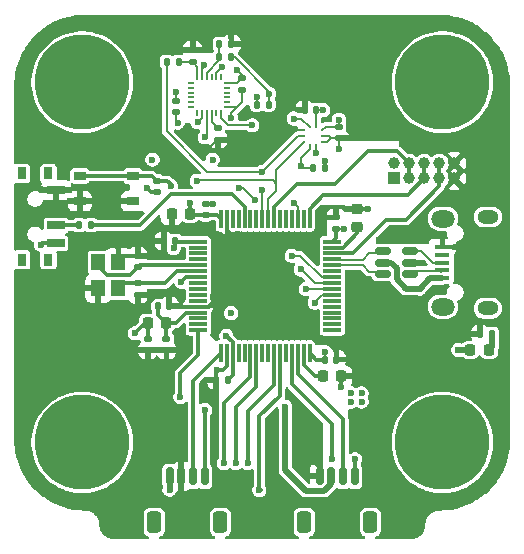
<source format=gbr>
%TF.GenerationSoftware,KiCad,Pcbnew,9.0.1*%
%TF.CreationDate,2025-07-27T20:04:42-04:00*%
%TF.ProjectId,STM32_FlightController,53544d33-325f-4466-9c69-676874436f6e,rev?*%
%TF.SameCoordinates,Original*%
%TF.FileFunction,Copper,L1,Top*%
%TF.FilePolarity,Positive*%
%FSLAX46Y46*%
G04 Gerber Fmt 4.6, Leading zero omitted, Abs format (unit mm)*
G04 Created by KiCad (PCBNEW 9.0.1) date 2025-07-27 20:04:42*
%MOMM*%
%LPD*%
G01*
G04 APERTURE LIST*
G04 Aperture macros list*
%AMRoundRect*
0 Rectangle with rounded corners*
0 $1 Rounding radius*
0 $2 $3 $4 $5 $6 $7 $8 $9 X,Y pos of 4 corners*
0 Add a 4 corners polygon primitive as box body*
4,1,4,$2,$3,$4,$5,$6,$7,$8,$9,$2,$3,0*
0 Add four circle primitives for the rounded corners*
1,1,$1+$1,$2,$3*
1,1,$1+$1,$4,$5*
1,1,$1+$1,$6,$7*
1,1,$1+$1,$8,$9*
0 Add four rect primitives between the rounded corners*
20,1,$1+$1,$2,$3,$4,$5,0*
20,1,$1+$1,$4,$5,$6,$7,0*
20,1,$1+$1,$6,$7,$8,$9,0*
20,1,$1+$1,$8,$9,$2,$3,0*%
G04 Aperture macros list end*
%TA.AperFunction,SMDPad,CuDef*%
%ADD10RoundRect,0.135000X-0.185000X0.135000X-0.185000X-0.135000X0.185000X-0.135000X0.185000X0.135000X0*%
%TD*%
%TA.AperFunction,SMDPad,CuDef*%
%ADD11RoundRect,0.135000X-0.135000X-0.185000X0.135000X-0.185000X0.135000X0.185000X-0.135000X0.185000X0*%
%TD*%
%TA.AperFunction,SMDPad,CuDef*%
%ADD12RoundRect,0.150000X-0.150000X-0.625000X0.150000X-0.625000X0.150000X0.625000X-0.150000X0.625000X0*%
%TD*%
%TA.AperFunction,SMDPad,CuDef*%
%ADD13RoundRect,0.250000X-0.350000X-0.650000X0.350000X-0.650000X0.350000X0.650000X-0.350000X0.650000X0*%
%TD*%
%TA.AperFunction,SMDPad,CuDef*%
%ADD14R,1.300000X0.450000*%
%TD*%
%TA.AperFunction,HeatsinkPad*%
%ADD15O,1.800000X1.150000*%
%TD*%
%TA.AperFunction,HeatsinkPad*%
%ADD16O,2.000000X1.450000*%
%TD*%
%TA.AperFunction,SMDPad,CuDef*%
%ADD17RoundRect,0.140000X-0.140000X-0.170000X0.140000X-0.170000X0.140000X0.170000X-0.140000X0.170000X0*%
%TD*%
%TA.AperFunction,SMDPad,CuDef*%
%ADD18RoundRect,0.135000X0.135000X0.185000X-0.135000X0.185000X-0.135000X-0.185000X0.135000X-0.185000X0*%
%TD*%
%TA.AperFunction,SMDPad,CuDef*%
%ADD19R,0.800000X1.000000*%
%TD*%
%TA.AperFunction,SMDPad,CuDef*%
%ADD20R,1.500000X0.700000*%
%TD*%
%TA.AperFunction,SMDPad,CuDef*%
%ADD21RoundRect,0.140000X0.170000X-0.140000X0.170000X0.140000X-0.170000X0.140000X-0.170000X-0.140000X0*%
%TD*%
%TA.AperFunction,SMDPad,CuDef*%
%ADD22RoundRect,0.050000X-0.225000X-0.050000X0.225000X-0.050000X0.225000X0.050000X-0.225000X0.050000X0*%
%TD*%
%TA.AperFunction,SMDPad,CuDef*%
%ADD23RoundRect,0.050000X0.050000X-0.225000X0.050000X0.225000X-0.050000X0.225000X-0.050000X-0.225000X0*%
%TD*%
%TA.AperFunction,SMDPad,CuDef*%
%ADD24RoundRect,0.218750X0.218750X0.256250X-0.218750X0.256250X-0.218750X-0.256250X0.218750X-0.256250X0*%
%TD*%
%TA.AperFunction,SMDPad,CuDef*%
%ADD25RoundRect,0.140000X-0.170000X0.140000X-0.170000X-0.140000X0.170000X-0.140000X0.170000X0.140000X0*%
%TD*%
%TA.AperFunction,SMDPad,CuDef*%
%ADD26RoundRect,0.225000X0.250000X-0.225000X0.250000X0.225000X-0.250000X0.225000X-0.250000X-0.225000X0*%
%TD*%
%TA.AperFunction,SMDPad,CuDef*%
%ADD27RoundRect,0.140000X0.140000X0.170000X-0.140000X0.170000X-0.140000X-0.170000X0.140000X-0.170000X0*%
%TD*%
%TA.AperFunction,SMDPad,CuDef*%
%ADD28R,0.250000X0.275000*%
%TD*%
%TA.AperFunction,SMDPad,CuDef*%
%ADD29R,0.275000X0.250000*%
%TD*%
%TA.AperFunction,SMDPad,CuDef*%
%ADD30RoundRect,0.075000X-0.700000X-0.075000X0.700000X-0.075000X0.700000X0.075000X-0.700000X0.075000X0*%
%TD*%
%TA.AperFunction,SMDPad,CuDef*%
%ADD31RoundRect,0.075000X-0.075000X-0.700000X0.075000X-0.700000X0.075000X0.700000X-0.075000X0.700000X0*%
%TD*%
%TA.AperFunction,SMDPad,CuDef*%
%ADD32RoundRect,0.225000X0.225000X0.250000X-0.225000X0.250000X-0.225000X-0.250000X0.225000X-0.250000X0*%
%TD*%
%TA.AperFunction,SMDPad,CuDef*%
%ADD33R,0.990600X0.711200*%
%TD*%
%TA.AperFunction,ComponentPad*%
%ADD34C,8.000000*%
%TD*%
%TA.AperFunction,SMDPad,CuDef*%
%ADD35R,1.200000X1.400000*%
%TD*%
%TA.AperFunction,SMDPad,CuDef*%
%ADD36RoundRect,0.225000X-0.225000X-0.250000X0.225000X-0.250000X0.225000X0.250000X-0.225000X0.250000X0*%
%TD*%
%TA.AperFunction,SMDPad,CuDef*%
%ADD37RoundRect,0.150000X0.512500X0.150000X-0.512500X0.150000X-0.512500X-0.150000X0.512500X-0.150000X0*%
%TD*%
%TA.AperFunction,ComponentPad*%
%ADD38R,1.000000X1.000000*%
%TD*%
%TA.AperFunction,ComponentPad*%
%ADD39C,1.000000*%
%TD*%
%TA.AperFunction,ViaPad*%
%ADD40C,0.600000*%
%TD*%
%TA.AperFunction,Conductor*%
%ADD41C,0.300000*%
%TD*%
%TA.AperFunction,Conductor*%
%ADD42C,0.200000*%
%TD*%
%TA.AperFunction,Conductor*%
%ADD43C,0.500000*%
%TD*%
%TA.AperFunction,Conductor*%
%ADD44C,0.160000*%
%TD*%
G04 APERTURE END LIST*
D10*
%TO.P,R1,1*%
%TO.N,GND*%
X29862500Y-17477500D03*
%TO.P,R1,2*%
%TO.N,/IMU_MOSI*%
X29862500Y-18497500D03*
%TD*%
D11*
%TO.P,R10,1*%
%TO.N,/SW_BOOT0*%
X20252500Y-32287500D03*
%TO.P,R10,2*%
%TO.N,/BOOT0*%
X21272500Y-32287500D03*
%TD*%
D12*
%TO.P,J4,1,Pin_1*%
%TO.N,GND*%
X40612500Y-53587500D03*
%TO.P,J4,2,Pin_2*%
%TO.N,V_MAIN*%
X41612500Y-53587500D03*
%TO.P,J4,3,Pin_3*%
%TO.N,/ELRS_TX*%
X42612500Y-53587500D03*
%TO.P,J4,4,Pin_4*%
%TO.N,/ELRS_RX*%
X43612500Y-53587500D03*
D13*
%TO.P,J4,MP*%
%TO.N,N/C*%
X39312500Y-57462500D03*
X44912500Y-57462500D03*
%TD*%
D14*
%TO.P,J1,1,VBUS*%
%TO.N,VBUS*%
X51007500Y-36787500D03*
%TO.P,J1,2,D-*%
%TO.N,Net-(J1-D-)*%
X51007500Y-36137500D03*
%TO.P,J1,3,D+*%
%TO.N,Net-(J1-D+)*%
X51007500Y-35487500D03*
%TO.P,J1,4,ID*%
%TO.N,unconnected-(J1-ID-Pad4)*%
X51007500Y-34837500D03*
%TO.P,J1,5,GND*%
%TO.N,GND*%
X51007500Y-34187500D03*
D15*
%TO.P,J1,6,Shield*%
%TO.N,unconnected-(J1-Shield-Pad6)_2*%
X54857500Y-39362500D03*
D16*
%TO.N,unconnected-(J1-Shield-Pad6)*%
X51057500Y-39212500D03*
%TO.N,unconnected-(J1-Shield-Pad6)_3*%
X51057500Y-31762500D03*
D15*
%TO.N,unconnected-(J1-Shield-Pad6)_1*%
X54857500Y-31612500D03*
%TD*%
D17*
%TO.P,C4,1*%
%TO.N,+3V3*%
X41082500Y-43687500D03*
%TO.P,C4,2*%
%TO.N,GND*%
X42042500Y-43687500D03*
%TD*%
D18*
%TO.P,R9,1*%
%TO.N,/PWR_LED_K*%
X55232500Y-41537500D03*
%TO.P,R9,2*%
%TO.N,GND*%
X54212500Y-41537500D03*
%TD*%
D19*
%TO.P,SW2,*%
%TO.N,*%
X17642500Y-27937500D03*
X15432500Y-27937500D03*
X17642500Y-35237500D03*
X15432500Y-35237500D03*
D20*
%TO.P,SW2,1,A*%
%TO.N,GND*%
X18292500Y-29337500D03*
%TO.P,SW2,2,B*%
%TO.N,/SW_BOOT0*%
X18292500Y-32337500D03*
%TO.P,SW2,3,C*%
%TO.N,+3V3*%
X18292500Y-33837500D03*
%TD*%
D21*
%TO.P,C10,1*%
%TO.N,+1V8*%
X28462500Y-22767500D03*
%TO.P,C10,2*%
%TO.N,GND*%
X28462500Y-21807500D03*
%TD*%
D17*
%TO.P,C8,1*%
%TO.N,+3.3VA*%
X26940000Y-39187500D03*
%TO.P,C8,2*%
%TO.N,GND*%
X27900000Y-39187500D03*
%TD*%
D22*
%TO.P,U2,1,NC*%
%TO.N,unconnected-(U2-NC-Pad1)*%
X29762500Y-20287500D03*
%TO.P,U2,2,NC*%
%TO.N,unconnected-(U2-NC-Pad2)*%
X29762500Y-20687500D03*
%TO.P,U2,3,NC*%
%TO.N,unconnected-(U2-NC-Pad3)*%
X29762500Y-21087500D03*
%TO.P,U2,4,NC*%
%TO.N,unconnected-(U2-NC-Pad4)*%
X29762500Y-21487500D03*
%TO.P,U2,5,NC*%
%TO.N,unconnected-(U2-NC-Pad5)*%
X29762500Y-21887500D03*
%TO.P,U2,6,NC*%
%TO.N,unconnected-(U2-NC-Pad6)*%
X29762500Y-22287500D03*
D23*
%TO.P,U2,7,AUX_CL*%
%TO.N,unconnected-(U2-AUX_CL-Pad7)*%
X30262500Y-22787500D03*
%TO.P,U2,8,VDDIO*%
%TO.N,+1V8*%
X30662500Y-22787500D03*
%TO.P,U2,9,SDO/AD0*%
%TO.N,/IMU_MISO*%
X31062500Y-22787500D03*
%TO.P,U2,10,REGOUT*%
%TO.N,Net-(U2-REGOUT)*%
X31462500Y-22787500D03*
%TO.P,U2,11,FSYNC*%
%TO.N,unconnected-(U2-FSYNC-Pad11)*%
X31862500Y-22787500D03*
%TO.P,U2,12,INT1*%
%TO.N,/IMU_INT*%
X32262500Y-22787500D03*
D22*
%TO.P,U2,13,VDD*%
%TO.N,+1V8*%
X32762500Y-22287500D03*
%TO.P,U2,14,NC*%
%TO.N,unconnected-(U2-NC-Pad14)*%
X32762500Y-21887500D03*
%TO.P,U2,15,NC*%
%TO.N,unconnected-(U2-NC-Pad15)*%
X32762500Y-21487500D03*
%TO.P,U2,16,NC*%
%TO.N,unconnected-(U2-NC-Pad16)*%
X32762500Y-21087500D03*
%TO.P,U2,17,NC*%
%TO.N,unconnected-(U2-NC-Pad17)*%
X32762500Y-20687500D03*
%TO.P,U2,18,GND*%
%TO.N,GND*%
X32762500Y-20287500D03*
D23*
%TO.P,U2,19,RESV*%
%TO.N,unconnected-(U2-RESV-Pad19)*%
X32262500Y-19787500D03*
%TO.P,U2,20,GND*%
%TO.N,GND*%
X31862500Y-19787500D03*
%TO.P,U2,21,AUX_DA*%
%TO.N,unconnected-(U2-AUX_DA-Pad21)*%
X31462500Y-19787500D03*
%TO.P,U2,22,~{CS}*%
%TO.N,/IMU_CS*%
X31062500Y-19787500D03*
%TO.P,U2,23,SCL/SCLK*%
%TO.N,/IMU_SCK*%
X30662500Y-19787500D03*
%TO.P,U2,24,SDA/SDI*%
%TO.N,/IMU_MOSI*%
X30262500Y-19787500D03*
%TD*%
D24*
%TO.P,FB1,1*%
%TO.N,+3.3VA*%
X27650000Y-40587500D03*
%TO.P,FB1,2*%
%TO.N,+3V3*%
X26075000Y-40587500D03*
%TD*%
D25*
%TO.P,C7,1*%
%TO.N,+3.3VA*%
X27650000Y-41912500D03*
%TO.P,C7,2*%
%TO.N,GND*%
X27650000Y-42872500D03*
%TD*%
D26*
%TO.P,C14,1*%
%TO.N,Net-(U3-VCAP_2)*%
X43762500Y-32462500D03*
%TO.P,C14,2*%
%TO.N,GND*%
X43762500Y-30912500D03*
%TD*%
D25*
%TO.P,C23,1*%
%TO.N,/NRST*%
X26812500Y-28557500D03*
%TO.P,C23,2*%
%TO.N,GND*%
X26812500Y-29517500D03*
%TD*%
D27*
%TO.P,C15,1*%
%TO.N,+3V3*%
X40312500Y-22562500D03*
%TO.P,C15,2*%
%TO.N,GND*%
X39352500Y-22562500D03*
%TD*%
D11*
%TO.P,R8,1*%
%TO.N,/CS2*%
X40042500Y-27512500D03*
%TO.P,R8,2*%
%TO.N,+3V3*%
X41062500Y-27512500D03*
%TD*%
D12*
%TO.P,J3,1,Pin_1*%
%TO.N,+3V3*%
X27912500Y-53587500D03*
%TO.P,J3,2,Pin_2*%
%TO.N,GND*%
X28912500Y-53587500D03*
%TO.P,J3,3,Pin_3*%
%TO.N,/GPS_TX*%
X29912500Y-53587500D03*
%TO.P,J3,4,Pin_4*%
%TO.N,/GPS_RX*%
X30912500Y-53587500D03*
D13*
%TO.P,J3,MP*%
%TO.N,N/C*%
X26612500Y-57462500D03*
X32212500Y-57462500D03*
%TD*%
D21*
%TO.P,C11,1*%
%TO.N,+1V8*%
X34062500Y-20847500D03*
%TO.P,C11,2*%
%TO.N,GND*%
X34062500Y-19887500D03*
%TD*%
D28*
%TO.P,U7,1,VDDIO*%
%TO.N,+3V3*%
X40312500Y-24025000D03*
%TO.P,U7,2,SCK/SCL*%
%TO.N,/SCK*%
X39812500Y-24025000D03*
D29*
%TO.P,U7,3,VSS/GND*%
%TO.N,GND*%
X39300000Y-24287500D03*
%TO.P,U7,4,SDI/SDO/SDA*%
%TO.N,/MOSI*%
X39300000Y-24787500D03*
%TO.P,U7,5,SDO/DNC/SA0*%
%TO.N,/MISO*%
X39300000Y-25287500D03*
D28*
%TO.P,U7,6,~{CS}*%
%TO.N,/CS2*%
X39812500Y-25550000D03*
%TO.P,U7,7,INT/DNC*%
%TO.N,/INT2*%
X40312500Y-25550000D03*
D29*
%TO.P,U7,8,VSS/GND*%
%TO.N,GND*%
X40825000Y-25287500D03*
%TO.P,U7,9,VSS/GND*%
X40825000Y-24787500D03*
%TO.P,U7,10,VDD*%
%TO.N,+3V3*%
X40825000Y-24287500D03*
%TD*%
D18*
%TO.P,R2,1*%
%TO.N,/IMU_MOSI*%
X28672500Y-18487500D03*
%TO.P,R2,2*%
%TO.N,/MOSI*%
X27652500Y-18487500D03*
%TD*%
D30*
%TO.P,U3,1,VBAT*%
%TO.N,+3V3*%
X30337500Y-33712500D03*
%TO.P,U3,2,PC13*%
%TO.N,unconnected-(U3-PC13-Pad2)*%
X30337500Y-34212500D03*
%TO.P,U3,3,PC14*%
%TO.N,unconnected-(U3-PC14-Pad3)*%
X30337500Y-34712500D03*
%TO.P,U3,4,PC15*%
%TO.N,unconnected-(U3-PC15-Pad4)*%
X30337500Y-35212500D03*
%TO.P,U3,5,PH0*%
%TO.N,/HSE_IN*%
X30337500Y-35712500D03*
%TO.P,U3,6,PH1*%
%TO.N,/HSE_OUT*%
X30337500Y-36212500D03*
%TO.P,U3,7,NRST*%
%TO.N,/NRST*%
X30337500Y-36712500D03*
%TO.P,U3,8,PC0*%
%TO.N,unconnected-(U3-PC0-Pad8)*%
X30337500Y-37212500D03*
%TO.P,U3,9,PC1*%
%TO.N,unconnected-(U3-PC1-Pad9)*%
X30337500Y-37712500D03*
%TO.P,U3,10,PC2*%
%TO.N,unconnected-(U3-PC2-Pad10)*%
X30337500Y-38212500D03*
%TO.P,U3,11,PC3*%
%TO.N,unconnected-(U3-PC3-Pad11)*%
X30337500Y-38712500D03*
%TO.P,U3,12,VSSA*%
%TO.N,GND*%
X30337500Y-39212500D03*
%TO.P,U3,13,VDDA*%
%TO.N,+3.3VA*%
X30337500Y-39712500D03*
%TO.P,U3,14,PA0*%
%TO.N,unconnected-(U3-PA0-Pad14)*%
X30337500Y-40212500D03*
%TO.P,U3,15,PA1*%
%TO.N,unconnected-(U3-PA1-Pad15)*%
X30337500Y-40712500D03*
%TO.P,U3,16,PA2*%
%TO.N,/GPS_RX*%
X30337500Y-41212500D03*
D31*
%TO.P,U3,17,PA3*%
%TO.N,/GPS_TX*%
X32262500Y-43137500D03*
%TO.P,U3,18,VSS*%
%TO.N,GND*%
X32762500Y-43137500D03*
%TO.P,U3,19,VDD*%
%TO.N,+3V3*%
X33262500Y-43137500D03*
%TO.P,U3,20,PA4*%
%TO.N,unconnected-(U3-PA4-Pad20)*%
X33762500Y-43137500D03*
%TO.P,U3,21,PA5*%
%TO.N,unconnected-(U3-PA5-Pad21)*%
X34262500Y-43137500D03*
%TO.P,U3,22,PA6*%
%TO.N,/S4*%
X34762500Y-43137500D03*
%TO.P,U3,23,PA7*%
%TO.N,/S3*%
X35262500Y-43137500D03*
%TO.P,U3,24,PC4*%
%TO.N,unconnected-(U3-PC4-Pad24)*%
X35762500Y-43137500D03*
%TO.P,U3,25,PC5*%
%TO.N,unconnected-(U3-PC5-Pad25)*%
X36262500Y-43137500D03*
%TO.P,U3,26,PB0*%
%TO.N,/S2*%
X36762500Y-43137500D03*
%TO.P,U3,27,PB1*%
%TO.N,/S1*%
X37262500Y-43137500D03*
%TO.P,U3,28,PB2*%
%TO.N,unconnected-(U3-PB2-Pad28)*%
X37762500Y-43137500D03*
%TO.P,U3,29,PB10*%
%TO.N,/ELRS_RX*%
X38262500Y-43137500D03*
%TO.P,U3,30,PB11*%
%TO.N,/ELRS_TX*%
X38762500Y-43137500D03*
%TO.P,U3,31,VCAP_1*%
%TO.N,Net-(U3-VCAP_1)*%
X39262500Y-43137500D03*
%TO.P,U3,32,VDD*%
%TO.N,+3V3*%
X39762500Y-43137500D03*
D30*
%TO.P,U3,33,PB12*%
%TO.N,unconnected-(U3-PB12-Pad33)*%
X41687500Y-41212500D03*
%TO.P,U3,34,PB13*%
%TO.N,unconnected-(U3-PB13-Pad34)*%
X41687500Y-40712500D03*
%TO.P,U3,35,PB14*%
%TO.N,unconnected-(U3-PB14-Pad35)*%
X41687500Y-40212500D03*
%TO.P,U3,36,PB15*%
%TO.N,unconnected-(U3-PB15-Pad36)*%
X41687500Y-39712500D03*
%TO.P,U3,37,PC6*%
%TO.N,unconnected-(U3-PC6-Pad37)*%
X41687500Y-39212500D03*
%TO.P,U3,38,PC7*%
%TO.N,unconnected-(U3-PC7-Pad38)*%
X41687500Y-38712500D03*
%TO.P,U3,39,PC8*%
%TO.N,/INT2*%
X41687500Y-38212500D03*
%TO.P,U3,40,PC9*%
%TO.N,/INT1*%
X41687500Y-37712500D03*
%TO.P,U3,41,PA8*%
%TO.N,/CS2*%
X41687500Y-37212500D03*
%TO.P,U3,42,PA9*%
%TO.N,/CS1*%
X41687500Y-36712500D03*
%TO.P,U3,43,PA10*%
%TO.N,unconnected-(U3-PA10-Pad43)*%
X41687500Y-36212500D03*
%TO.P,U3,44,PA11*%
%TO.N,/USB_D-*%
X41687500Y-35712500D03*
%TO.P,U3,45,PA12*%
%TO.N,/USB_D+*%
X41687500Y-35212500D03*
%TO.P,U3,46,PA13*%
%TO.N,/SWDIO*%
X41687500Y-34712500D03*
%TO.P,U3,47,VCAP_2*%
%TO.N,Net-(U3-VCAP_2)*%
X41687500Y-34212500D03*
%TO.P,U3,48,VDD*%
%TO.N,+3V3*%
X41687500Y-33712500D03*
D31*
%TO.P,U3,49,PA14*%
%TO.N,/SWCLK*%
X39762500Y-31787500D03*
%TO.P,U3,50,PA15*%
%TO.N,unconnected-(U3-PA15-Pad50)*%
X39262500Y-31787500D03*
%TO.P,U3,51,PC10*%
%TO.N,/SCK*%
X38762500Y-31787500D03*
%TO.P,U3,52,PC11*%
%TO.N,unconnected-(U3-PC11-Pad52)*%
X38262500Y-31787500D03*
%TO.P,U3,53,PC12*%
%TO.N,unconnected-(U3-PC12-Pad53)*%
X37762500Y-31787500D03*
%TO.P,U3,54,PD2*%
%TO.N,unconnected-(U3-PD2-Pad54)*%
X37262500Y-31787500D03*
%TO.P,U3,55,PB3*%
%TO.N,/SWO*%
X36762500Y-31787500D03*
%TO.P,U3,56,PB4*%
%TO.N,/MISO*%
X36262500Y-31787500D03*
%TO.P,U3,57,PB5*%
%TO.N,/MOSI*%
X35762500Y-31787500D03*
%TO.P,U3,58,PB6*%
%TO.N,unconnected-(U3-PB6-Pad58)*%
X35262500Y-31787500D03*
%TO.P,U3,59,PB7*%
%TO.N,unconnected-(U3-PB7-Pad59)*%
X34762500Y-31787500D03*
%TO.P,U3,60,BOOT0*%
%TO.N,/BOOT0*%
X34262500Y-31787500D03*
%TO.P,U3,61,PB8*%
%TO.N,unconnected-(U3-PB8-Pad61)*%
X33762500Y-31787500D03*
%TO.P,U3,62,PB9*%
%TO.N,unconnected-(U3-PB9-Pad62)*%
X33262500Y-31787500D03*
%TO.P,U3,63,VSS*%
%TO.N,GND*%
X32762500Y-31787500D03*
%TO.P,U3,64,VDD*%
%TO.N,+3V3*%
X32262500Y-31787500D03*
%TD*%
D21*
%TO.P,C2,1*%
%TO.N,+3V3*%
X30962500Y-31442500D03*
%TO.P,C2,2*%
%TO.N,GND*%
X30962500Y-30482500D03*
%TD*%
D25*
%TO.P,C12,1*%
%TO.N,Net-(U2-REGOUT)*%
X31987500Y-24107500D03*
%TO.P,C12,2*%
%TO.N,GND*%
X31987500Y-25067500D03*
%TD*%
D32*
%TO.P,C1,1*%
%TO.N,+3V3*%
X29637500Y-31362500D03*
%TO.P,C1,2*%
%TO.N,GND*%
X28087500Y-31362500D03*
%TD*%
D27*
%TO.P,C5,1*%
%TO.N,+3V3*%
X32817500Y-45437500D03*
%TO.P,C5,2*%
%TO.N,GND*%
X31857500Y-45437500D03*
%TD*%
D24*
%TO.P,D2,1,K*%
%TO.N,/PWR_LED_K*%
X54950000Y-42887500D03*
%TO.P,D2,2,A*%
%TO.N,+3V3*%
X53375000Y-42887500D03*
%TD*%
D27*
%TO.P,C9,1*%
%TO.N,+3V3*%
X28412500Y-33662500D03*
%TO.P,C9,2*%
%TO.N,GND*%
X27452500Y-33662500D03*
%TD*%
D11*
%TO.P,R7,1*%
%TO.N,/IMU_CS*%
X32132500Y-18087500D03*
%TO.P,R7,2*%
%TO.N,/CS1*%
X33152500Y-18087500D03*
%TD*%
D21*
%TO.P,C3,1*%
%TO.N,+3V3*%
X42012500Y-32622500D03*
%TO.P,C3,2*%
%TO.N,GND*%
X42012500Y-31662500D03*
%TD*%
D33*
%TO.P,SW1,1,1*%
%TO.N,/NRST*%
X20312499Y-28137501D03*
%TO.P,SW1,2,2*%
X24812501Y-28137501D03*
%TO.P,SW1,3,3*%
%TO.N,GND*%
X20312499Y-30287499D03*
%TO.P,SW1,4,4*%
X24812501Y-30287499D03*
%TD*%
D34*
%TO.P,H1,1,1*%
%TO.N,unconnected-(H1-Pad1)*%
X20512500Y-20212500D03*
%TD*%
D25*
%TO.P,C6,1*%
%TO.N,+3V3*%
X26062500Y-41912500D03*
%TO.P,C6,2*%
%TO.N,GND*%
X26062500Y-42872500D03*
%TD*%
%TO.P,C22,1*%
%TO.N,/HSE_OUT*%
X25212500Y-37252500D03*
%TO.P,C22,2*%
%TO.N,GND*%
X25212500Y-38212500D03*
%TD*%
D34*
%TO.P,H3,1,1*%
%TO.N,unconnected-(H3-Pad1)*%
X20512500Y-50712500D03*
%TD*%
D21*
%TO.P,C21,1*%
%TO.N,/HSE_IN*%
X25212500Y-35892500D03*
%TO.P,C21,2*%
%TO.N,GND*%
X25212500Y-34932500D03*
%TD*%
D35*
%TO.P,Y1,1,1*%
%TO.N,/HSE_IN*%
X21887500Y-35462500D03*
%TO.P,Y1,2,2*%
%TO.N,GND*%
X21887500Y-37662500D03*
%TO.P,Y1,3,3*%
%TO.N,/HSE_OUT*%
X23587500Y-37662500D03*
%TO.P,Y1,4,4*%
%TO.N,GND*%
X23587500Y-35462500D03*
%TD*%
D18*
%TO.P,R6,1*%
%TO.N,GND*%
X33152500Y-16987500D03*
%TO.P,R6,2*%
%TO.N,/IMU_CS*%
X32132500Y-16987500D03*
%TD*%
D34*
%TO.P,H4,1,1*%
%TO.N,unconnected-(H4-Pad1)*%
X51012500Y-50712500D03*
%TD*%
D36*
%TO.P,C13,1*%
%TO.N,Net-(U3-VCAP_1)*%
X40887500Y-45112500D03*
%TO.P,C13,2*%
%TO.N,GND*%
X42437500Y-45112500D03*
%TD*%
D18*
%TO.P,R5,1*%
%TO.N,/CS1*%
X36322500Y-22112500D03*
%TO.P,R5,2*%
%TO.N,+3V3*%
X35302500Y-22112500D03*
%TD*%
D34*
%TO.P,H2,1,1*%
%TO.N,unconnected-(H2-Pad1)*%
X51012500Y-20212500D03*
%TD*%
D37*
%TO.P,U4,1,I/O1*%
%TO.N,Net-(J1-D-)*%
X48262500Y-36437500D03*
%TO.P,U4,2,GND*%
%TO.N,GND*%
X48262500Y-35487500D03*
%TO.P,U4,3,I/O2*%
%TO.N,Net-(J1-D+)*%
X48262500Y-34537500D03*
%TO.P,U4,4,I/O2*%
%TO.N,/USB_D+*%
X45987500Y-34537500D03*
%TO.P,U4,5,VBUS*%
%TO.N,VBUS*%
X45987500Y-35487500D03*
%TO.P,U4,6,I/O1*%
%TO.N,/USB_D-*%
X45987500Y-36437500D03*
%TD*%
D25*
%TO.P,C16,1*%
%TO.N,+3V3*%
X42262500Y-23982500D03*
%TO.P,C16,2*%
%TO.N,GND*%
X42262500Y-24942500D03*
%TD*%
D38*
%TO.P,J5,1,Pin_1*%
%TO.N,+3V3*%
X46937500Y-28357500D03*
D39*
%TO.P,J5,2,Pin_2*%
X46937500Y-27087500D03*
%TO.P,J5,3,Pin_3*%
%TO.N,/SWO*%
X48207500Y-28357500D03*
%TO.P,J5,4,Pin_4*%
X48207500Y-27087500D03*
%TO.P,J5,5,Pin_5*%
%TO.N,/SWCLK*%
X49477500Y-28357500D03*
%TO.P,J5,6,Pin_6*%
X49477500Y-27087500D03*
%TO.P,J5,7,Pin_7*%
%TO.N,/SWDIO*%
X50747500Y-28357500D03*
%TO.P,J5,8,Pin_8*%
X50747500Y-27087500D03*
%TO.P,J5,9,Pin_9*%
%TO.N,GND*%
X52017500Y-28357500D03*
%TO.P,J5,10,Pin_10*%
X52017500Y-27087500D03*
%TD*%
D40*
%TO.N,/S1*%
X35512500Y-54752500D03*
%TO.N,GND*%
X43012500Y-18962500D03*
X38887500Y-48900000D03*
X40237500Y-48900000D03*
X32374329Y-18949201D03*
X41000000Y-31650000D03*
X50012500Y-41962500D03*
X17012500Y-38962500D03*
X38142500Y-46692500D03*
X35987500Y-25812500D03*
X40237500Y-49575000D03*
X37512500Y-54712500D03*
X20012500Y-25962500D03*
X44700000Y-30912500D03*
X33687500Y-33062500D03*
X23587500Y-34112500D03*
X28850000Y-17500000D03*
X45012500Y-20962500D03*
X48012500Y-39962500D03*
X25012500Y-43962500D03*
X27012500Y-47962500D03*
X28912500Y-54712500D03*
X22612500Y-30287499D03*
X28092500Y-32222500D03*
X27452500Y-33002500D03*
X50012500Y-43962500D03*
X24012500Y-25962500D03*
X25012500Y-47962500D03*
X39562500Y-48900000D03*
X43012500Y-20962500D03*
X54212500Y-40787500D03*
X31212500Y-25812500D03*
X48012500Y-41962500D03*
X27012500Y-49962500D03*
X31912500Y-44562500D03*
X21012500Y-42962500D03*
X48012500Y-45962500D03*
X23012500Y-42962500D03*
X25012500Y-45962500D03*
X25962500Y-29162500D03*
X17012500Y-40962500D03*
X52162500Y-34187500D03*
X26012500Y-38212500D03*
X26462500Y-25812500D03*
X19012500Y-38962500D03*
X31600163Y-38406155D03*
X17012500Y-42962500D03*
X27012500Y-45962500D03*
X33655735Y-19169265D03*
X17012500Y-29237500D03*
X42450000Y-46050000D03*
X38562500Y-24175000D03*
X28462500Y-21012500D03*
X43012500Y-16962500D03*
X19012500Y-42962500D03*
X45012500Y-22962500D03*
X19012500Y-40962500D03*
X22012500Y-25962500D03*
X33152500Y-16312500D03*
X45012500Y-16962500D03*
X39562500Y-49575000D03*
X28390000Y-42885000D03*
X21012500Y-40962500D03*
X49359735Y-35515265D03*
X42042500Y-42800000D03*
X45012500Y-18962500D03*
X29562500Y-32737500D03*
X20737500Y-37662500D03*
X38887500Y-49550000D03*
X40112500Y-52362500D03*
X42262500Y-25900000D03*
X31600000Y-30500000D03*
X48012500Y-43962500D03*
%TO.N,+3V3*%
X35312500Y-21462500D03*
X29612500Y-30462500D03*
X26462500Y-26762500D03*
X52362500Y-42887500D03*
X32712500Y-41687500D03*
X41062500Y-43062500D03*
X27912500Y-54712500D03*
X31556793Y-26768207D03*
X28262500Y-34262500D03*
X17012500Y-33962500D03*
X41062500Y-26862500D03*
X33125000Y-39750000D03*
X42262500Y-23387500D03*
X43262500Y-46562500D03*
X44162500Y-46562500D03*
X42652500Y-32622500D03*
X40912500Y-22562500D03*
X44162500Y-47262500D03*
X24987500Y-41462500D03*
X43262500Y-47262500D03*
%TO.N,/NRST*%
X28012500Y-28962500D03*
X28912500Y-37112500D03*
%TO.N,V_MAIN*%
X37712500Y-47712500D03*
%TO.N,VBUS*%
X49087500Y-37687500D03*
%TO.N,+1V8*%
X30287500Y-23612500D03*
X28600999Y-23624001D03*
X33112500Y-23237500D03*
%TO.N,/IMU_MISO*%
X30887500Y-24862500D03*
%TO.N,/MISO*%
X30211500Y-28562500D03*
%TO.N,/IMU_INT*%
X34912500Y-23862500D03*
%TO.N,/INT1*%
X35142500Y-30187500D03*
X33787500Y-29187500D03*
X39462500Y-37712500D03*
%TO.N,/MOSI*%
X35762500Y-27812500D03*
X35762500Y-29312500D03*
%TO.N,/IMU_SCK*%
X30863235Y-18763235D03*
%TO.N,/SCK*%
X38412500Y-23287500D03*
X38412500Y-30412500D03*
%TO.N,/CS1*%
X38262500Y-34912500D03*
X36337500Y-21187500D03*
%TO.N,/S2*%
X34512500Y-52462500D03*
%TO.N,/S3*%
X33512500Y-52462500D03*
%TO.N,/S4*%
X32512500Y-52462500D03*
%TO.N,/CS2*%
X39012500Y-36062500D03*
X39012500Y-27337500D03*
%TO.N,/INT2*%
X40312500Y-26212500D03*
X40212500Y-38862500D03*
%TO.N,/GPS_RX*%
X30912500Y-47962500D03*
X28812500Y-46862500D03*
%TO.N,/ELRS_RX*%
X43612500Y-52137500D03*
X41637500Y-52137500D03*
%TD*%
D41*
%TO.N,/S4*%
X32512500Y-47387500D02*
X32512500Y-52462500D01*
X34762500Y-45137500D02*
X32512500Y-47387500D01*
X34762500Y-43137500D02*
X34762500Y-45137500D01*
%TO.N,/S3*%
X33512500Y-47725000D02*
X33512500Y-52462500D01*
X35262500Y-45975000D02*
X33512500Y-47725000D01*
X35262500Y-43137500D02*
X35262500Y-45975000D01*
%TO.N,GND*%
X26812500Y-29517500D02*
X26317500Y-29517500D01*
X30962500Y-30482500D02*
X31582500Y-30482500D01*
X30337500Y-39212500D02*
X28000000Y-39212500D01*
X33687500Y-33062500D02*
X33062500Y-33062500D01*
X26012500Y-38212500D02*
X25212500Y-38212500D01*
D42*
X41242500Y-25287500D02*
X40825000Y-25287500D01*
D41*
X28092500Y-31367500D02*
X28087500Y-31362500D01*
X27662500Y-42885000D02*
X27650000Y-42872500D01*
X20312499Y-30287499D02*
X24812501Y-30287499D01*
X31582500Y-30482500D02*
X31600000Y-30500000D01*
X52162500Y-34187500D02*
X51007500Y-34187500D01*
D42*
X41587500Y-24942500D02*
X41432500Y-24787500D01*
D41*
X40112500Y-52362500D02*
X40612500Y-52862500D01*
D43*
X28912500Y-53587500D02*
X28912500Y-54712500D01*
D42*
X33152500Y-16312500D02*
X33152500Y-16987500D01*
D41*
X31217034Y-39212500D02*
X30337500Y-39212500D01*
D42*
X41432500Y-24787500D02*
X40825000Y-24787500D01*
D41*
X31857500Y-44617500D02*
X31857500Y-45437500D01*
X28092500Y-32222500D02*
X28092500Y-31367500D01*
D42*
X39300000Y-24287500D02*
X38675000Y-24287500D01*
D41*
X31912500Y-44562500D02*
X32412500Y-44562500D01*
X40612500Y-52862500D02*
X40612500Y-53587500D01*
X20737500Y-37662500D02*
X21887500Y-37662500D01*
D42*
X32762500Y-20287500D02*
X33662500Y-20287500D01*
X34062500Y-19887500D02*
X34062500Y-19576030D01*
D41*
X32762500Y-32762500D02*
X32762500Y-31787500D01*
D42*
X32325799Y-18949201D02*
X31862500Y-19412500D01*
X42262500Y-24942500D02*
X42262500Y-25900000D01*
D41*
X44700000Y-30912500D02*
X43762500Y-30912500D01*
X31857500Y-45437500D02*
X31857500Y-45389240D01*
X49359735Y-35515265D02*
X49189025Y-35515265D01*
X17112500Y-29337500D02*
X18292500Y-29337500D01*
D42*
X34062500Y-19576030D02*
X33655735Y-19169265D01*
X31212500Y-25812500D02*
X31762500Y-25262500D01*
X31762500Y-25262500D02*
X31762500Y-25067500D01*
D41*
X32412500Y-44562500D02*
X32762500Y-44212500D01*
X28390000Y-42885000D02*
X27662500Y-42885000D01*
X22612500Y-30287499D02*
X24812501Y-30287499D01*
X41012500Y-31662500D02*
X42012500Y-31662500D01*
X31912500Y-44562500D02*
X31857500Y-44617500D01*
D42*
X38675000Y-24287500D02*
X38562500Y-24175000D01*
D41*
X26317500Y-29517500D02*
X25962500Y-29162500D01*
X27452500Y-33002500D02*
X27452500Y-33662500D01*
D42*
X31862500Y-19412500D02*
X31862500Y-19787500D01*
X41587500Y-24942500D02*
X41242500Y-25287500D01*
X33662500Y-20287500D02*
X34062500Y-19887500D01*
D41*
X49161260Y-35487500D02*
X48262500Y-35487500D01*
X42042500Y-42800000D02*
X42042500Y-43687500D01*
X32762500Y-44212500D02*
X32762500Y-43137500D01*
X17012500Y-29237500D02*
X17112500Y-29337500D01*
X42437500Y-45112500D02*
X42437500Y-46037500D01*
X31600163Y-38829371D02*
X31600163Y-38406155D01*
X42437500Y-46037500D02*
X42450000Y-46050000D01*
D42*
X32374329Y-18949201D02*
X32325799Y-18949201D01*
X42262500Y-24942500D02*
X41587500Y-24942500D01*
D41*
X41000000Y-31650000D02*
X41012500Y-31662500D01*
X25212500Y-34932500D02*
X24117500Y-34932500D01*
X31217034Y-39212500D02*
X31600163Y-38829371D01*
X28000000Y-39212500D02*
X27900000Y-39112500D01*
X33062500Y-33062500D02*
X32762500Y-32762500D01*
X24117500Y-34932500D02*
X23587500Y-35462500D01*
D42*
X28462500Y-21807500D02*
X28462500Y-21012500D01*
D41*
X23587500Y-34112500D02*
X23587500Y-35462500D01*
D43*
X54212500Y-40787500D02*
X54212500Y-41537500D01*
D41*
X49189025Y-35515265D02*
X49161260Y-35487500D01*
%TO.N,/HSE_IN*%
X22636500Y-36513500D02*
X24591500Y-36513500D01*
X25392500Y-35712500D02*
X25212500Y-35892500D01*
X30337500Y-35712500D02*
X25392500Y-35712500D01*
X21887500Y-35764500D02*
X22636500Y-36513500D01*
X24591500Y-36513500D02*
X25212500Y-35892500D01*
X21887500Y-35462500D02*
X21887500Y-35764500D01*
%TO.N,+3V3*%
X28462500Y-33712500D02*
X28412500Y-33662500D01*
D42*
X40312500Y-24025000D02*
X40312500Y-22562500D01*
D41*
X30957500Y-31437500D02*
X29712500Y-31437500D01*
D42*
X40312500Y-22562500D02*
X40912500Y-22562500D01*
D41*
X29637500Y-30487500D02*
X29612500Y-30462500D01*
X40312500Y-43687500D02*
X39762500Y-43137500D01*
X17012500Y-33962500D02*
X17137500Y-33837500D01*
D42*
X42262500Y-23982500D02*
X42262500Y-23387500D01*
D43*
X52362500Y-42887500D02*
X53375000Y-42887500D01*
D41*
X41082500Y-43687500D02*
X40512500Y-43687500D01*
X33262500Y-43137500D02*
X33262500Y-42237500D01*
X25862500Y-40587500D02*
X26075000Y-40587500D01*
X29712500Y-31437500D02*
X29637500Y-31362500D01*
X33262500Y-44992500D02*
X32817500Y-45437500D01*
X17137500Y-33837500D02*
X18292500Y-33837500D01*
D42*
X35302500Y-22112500D02*
X35302500Y-21472500D01*
D41*
X31917500Y-31442500D02*
X32262500Y-31787500D01*
X30337500Y-33712500D02*
X28462500Y-33712500D01*
D42*
X35302500Y-21472500D02*
X35312500Y-21462500D01*
D41*
X42012500Y-33387500D02*
X41687500Y-33712500D01*
D42*
X41062500Y-27512500D02*
X41062500Y-26862500D01*
X42012500Y-32622500D02*
X42652500Y-32622500D01*
D41*
X26062500Y-40600000D02*
X26075000Y-40587500D01*
X30962500Y-31442500D02*
X31917500Y-31442500D01*
X30882500Y-31362500D02*
X30962500Y-31442500D01*
X30962500Y-31442500D02*
X30957500Y-31437500D01*
X33262500Y-42237500D02*
X32712500Y-41687500D01*
D42*
X41062500Y-43062500D02*
X41062500Y-43667500D01*
D41*
X40512500Y-43687500D02*
X40312500Y-43687500D01*
D42*
X42262500Y-23982500D02*
X41130000Y-23982500D01*
D41*
X33262500Y-43137500D02*
X33262500Y-44992500D01*
X28262500Y-34262500D02*
X28412500Y-34112500D01*
D42*
X41287500Y-33712500D02*
X41687500Y-33712500D01*
D41*
X28412500Y-34112500D02*
X28412500Y-33662500D01*
X24987500Y-41462500D02*
X25862500Y-40587500D01*
X42012500Y-32622500D02*
X42012500Y-33387500D01*
X29637500Y-31362500D02*
X29637500Y-30487500D01*
D42*
X41130000Y-23982500D02*
X40825000Y-24287500D01*
D43*
X27912500Y-53587500D02*
X27912500Y-54712500D01*
D41*
X26062500Y-41912500D02*
X26062500Y-40600000D01*
D42*
X41062500Y-43667500D02*
X41082500Y-43687500D01*
D41*
%TO.N,+3.3VA*%
X26940000Y-39877500D02*
X26940000Y-39187500D01*
X29337500Y-39712500D02*
X28462500Y-40587500D01*
X28462500Y-40587500D02*
X27650000Y-40587500D01*
X27650000Y-41912500D02*
X27650000Y-40587500D01*
X30337500Y-39712500D02*
X29337500Y-39712500D01*
X27650000Y-40587500D02*
X26940000Y-39877500D01*
%TO.N,/HSE_OUT*%
X28562500Y-36212500D02*
X27522500Y-37252500D01*
X23997500Y-37252500D02*
X25212500Y-37252500D01*
X27522500Y-37252500D02*
X25212500Y-37252500D01*
X30337500Y-36212500D02*
X28562500Y-36212500D01*
X23587500Y-37662500D02*
X23997500Y-37252500D01*
%TO.N,/NRST*%
X28012500Y-28962500D02*
X28012500Y-28862500D01*
X26817500Y-28562500D02*
X26812500Y-28557500D01*
X27712500Y-28562500D02*
X26817500Y-28562500D01*
X24812501Y-28137501D02*
X26392501Y-28137501D01*
X29312500Y-36712500D02*
X30337500Y-36712500D01*
X28912500Y-37112500D02*
X29312500Y-36712500D01*
X20312499Y-28137501D02*
X24812501Y-28137501D01*
X26392501Y-28137501D02*
X26812500Y-28557500D01*
X28012500Y-28862500D02*
X27712500Y-28562500D01*
D43*
%TO.N,V_MAIN*%
X41612500Y-54216600D02*
X41015600Y-54813500D01*
X37712500Y-53062500D02*
X37712500Y-47712500D01*
X41612500Y-53587500D02*
X41612500Y-54216600D01*
X41015600Y-54813500D02*
X39463500Y-54813500D01*
X39463500Y-54813500D02*
X37712500Y-53062500D01*
%TO.N,VBUS*%
X49087500Y-37687500D02*
X47929100Y-37687500D01*
X49087500Y-37687500D02*
X49961500Y-36813500D01*
X47137500Y-35975001D02*
X46649999Y-35487500D01*
X46649999Y-35487500D02*
X45987500Y-35487500D01*
X49961500Y-36813500D02*
X51007500Y-36813500D01*
X47137500Y-36895900D02*
X47137500Y-35975001D01*
X47929100Y-37687500D02*
X47137500Y-36895900D01*
%TO.N,/PWR_LED_K*%
X55232500Y-41537500D02*
X55232500Y-42605000D01*
X55232500Y-42605000D02*
X54950000Y-42887500D01*
D41*
%TO.N,/SW_BOOT0*%
X18292500Y-32337500D02*
X20202500Y-32337500D01*
X20202500Y-32337500D02*
X20252500Y-32287500D01*
%TO.N,/BOOT0*%
X21272500Y-32287500D02*
X21323500Y-32338500D01*
X34262500Y-30787500D02*
X34262500Y-31787500D01*
X33162500Y-29687500D02*
X34262500Y-30787500D01*
X21323500Y-32338500D02*
X25416163Y-32338500D01*
X25416163Y-32338500D02*
X28067163Y-29687500D01*
X28067163Y-29687500D02*
X33162500Y-29687500D01*
D44*
%TO.N,/USB_D+*%
X44268749Y-35262500D02*
X44818749Y-34712500D01*
X44818749Y-34712500D02*
X45712500Y-34712500D01*
D42*
X41687500Y-35212500D02*
X41737500Y-35262500D01*
D44*
X41737500Y-35262500D02*
X44268749Y-35262500D01*
%TO.N,/USB_D-*%
X44793749Y-36237500D02*
X45737500Y-36237500D01*
X44268749Y-35712500D02*
X44793749Y-36237500D01*
X41687500Y-35712500D02*
X44268749Y-35712500D01*
%TO.N,Net-(J1-D-)*%
X48262500Y-36437500D02*
X48537500Y-36162500D01*
D42*
X50982500Y-36162500D02*
X51007500Y-36137500D01*
D41*
X50933500Y-36211500D02*
X51007500Y-36137500D01*
D44*
X48537500Y-36162500D02*
X50982500Y-36162500D01*
D41*
X48262500Y-36437500D02*
X48287500Y-36412500D01*
D44*
%TO.N,Net-(J1-D+)*%
X48262500Y-34537500D02*
X49230500Y-34537500D01*
X50180500Y-35487500D02*
X51007500Y-35487500D01*
X49230500Y-34537500D02*
X50180500Y-35487500D01*
D41*
%TO.N,/SWO*%
X36762500Y-30787500D02*
X36762500Y-31787500D01*
X48207500Y-28357500D02*
X48207500Y-27087500D01*
X38737500Y-28812500D02*
X36762500Y-30787500D01*
X47182500Y-26062500D02*
X44687500Y-26062500D01*
X48207500Y-27087500D02*
X47182500Y-26062500D01*
X41937500Y-28812500D02*
X38737500Y-28812500D01*
X36762500Y-30880676D02*
X36762500Y-31787500D01*
D42*
X48207500Y-28357500D02*
X48207500Y-28689500D01*
D41*
X44687500Y-26062500D02*
X41937500Y-28812500D01*
D42*
%TO.N,+1V8*%
X33112500Y-23237500D02*
X33112500Y-22837500D01*
X28462500Y-22767500D02*
X28462500Y-23477500D01*
X32762500Y-22287500D02*
X33662500Y-22287500D01*
X30662500Y-22787500D02*
X30662500Y-23237500D01*
X34062500Y-21887500D02*
X34062500Y-20847500D01*
X33662500Y-22287500D02*
X34062500Y-21887500D01*
X30662500Y-23237500D02*
X30287500Y-23612500D01*
X28462500Y-22767500D02*
X28382500Y-22767500D01*
X33112500Y-22837500D02*
X34062500Y-21887500D01*
D41*
%TO.N,/SWDIO*%
X50747500Y-28357500D02*
X50747500Y-27087500D01*
X46267500Y-31857500D02*
X47912500Y-31857500D01*
X43412500Y-34712500D02*
X46267500Y-31857500D01*
X47912500Y-31857500D02*
X50747500Y-29022500D01*
X50747500Y-29022500D02*
X50747500Y-28357500D01*
X41687500Y-34712500D02*
X43412500Y-34712500D01*
%TO.N,/SWCLK*%
X48087500Y-29747500D02*
X40927500Y-29747500D01*
X49477500Y-27087500D02*
X49477500Y-28357500D01*
X39762500Y-30912500D02*
X39762500Y-31787500D01*
X40927500Y-29747500D02*
X39762500Y-30912500D01*
X49477500Y-28357500D02*
X48087500Y-29747500D01*
D42*
%TO.N,/IMU_MISO*%
X31062500Y-24687500D02*
X30887500Y-24862500D01*
X31062500Y-22787500D02*
X31062500Y-24687500D01*
%TO.N,/MISO*%
X30261500Y-28512500D02*
X36637500Y-28512500D01*
X30211500Y-28562500D02*
X30261500Y-28512500D01*
X36937500Y-28812500D02*
X36937500Y-27637500D01*
X36637500Y-28512500D02*
X36937500Y-28812500D01*
X36937500Y-28812500D02*
X36937500Y-29462500D01*
X36937500Y-27637500D02*
X39287500Y-25287500D01*
X36937500Y-29462500D02*
X36262500Y-30137500D01*
X36262500Y-30137500D02*
X36262500Y-31787500D01*
X39287500Y-25287500D02*
X39300000Y-25287500D01*
%TO.N,/IMU_INT*%
X32262500Y-23237443D02*
X32262500Y-22787500D01*
X34912500Y-23862500D02*
X32887557Y-23862500D01*
X32887557Y-23862500D02*
X32262500Y-23237443D01*
%TO.N,/INT1*%
X39462500Y-37712500D02*
X41687500Y-37712500D01*
X35142500Y-30187500D02*
X34142500Y-29187500D01*
X34142500Y-29187500D02*
X33787500Y-29187500D01*
%TO.N,/IMU_MOSI*%
X30262500Y-19787500D02*
X30262500Y-18897500D01*
X29862500Y-18497500D02*
X28682500Y-18497500D01*
X30262500Y-18897500D02*
X29862500Y-18497500D01*
X28682500Y-18497500D02*
X28672500Y-18487500D01*
%TO.N,/MOSI*%
X39300000Y-24787500D02*
X38762500Y-24787500D01*
X38762500Y-24787500D02*
X35762500Y-27787500D01*
X35762500Y-29312500D02*
X35762500Y-31787500D01*
X31112500Y-27787500D02*
X35762500Y-27787500D01*
X35762500Y-27787500D02*
X35762500Y-27812500D01*
X27652500Y-24327500D02*
X31112500Y-27787500D01*
X27652500Y-18487500D02*
X27652500Y-24327500D01*
%TO.N,/IMU_SCK*%
X30863235Y-18763235D02*
X30838979Y-18787491D01*
X30838979Y-18911021D02*
X30662500Y-19087500D01*
X30838979Y-18787491D02*
X30838979Y-18911021D01*
X30662500Y-19087500D02*
X30662500Y-19787500D01*
%TO.N,/SCK*%
X39075000Y-23287500D02*
X39812500Y-24025000D01*
X38412500Y-23287500D02*
X39075000Y-23287500D01*
X38412500Y-30412500D02*
X38762500Y-30762500D01*
X38762500Y-30762500D02*
X38762500Y-31787500D01*
%TO.N,/IMU_CS*%
X32132500Y-18342500D02*
X32132500Y-18087500D01*
X32132500Y-18087500D02*
X32132500Y-16987500D01*
X31062500Y-19412500D02*
X32132500Y-18342500D01*
X31062500Y-19787500D02*
X31062500Y-19412500D01*
%TO.N,/CS1*%
X36337500Y-21002501D02*
X33422499Y-18087500D01*
X36337500Y-22097500D02*
X36322500Y-22112500D01*
X33422499Y-18087500D02*
X33152500Y-18087500D01*
X38262500Y-34912500D02*
X38987500Y-34912500D01*
X36337500Y-21187500D02*
X36337500Y-21002501D01*
X38987500Y-34912500D02*
X40787500Y-36712500D01*
X40787500Y-36712500D02*
X41687500Y-36712500D01*
X36337500Y-21187500D02*
X36337500Y-22097500D01*
%TO.N,/CS2*%
X39012500Y-27337500D02*
X39012500Y-26662500D01*
X39012500Y-26662500D02*
X39812500Y-25862500D01*
X39012500Y-27337500D02*
X39187500Y-27512500D01*
X39012500Y-36062500D02*
X39162500Y-36212500D01*
X39212500Y-36212500D02*
X40212500Y-37212500D01*
X40212500Y-37212500D02*
X41687500Y-37212500D01*
X39187500Y-27512500D02*
X40042500Y-27512500D01*
X39162500Y-36212500D02*
X39212500Y-36212500D01*
X39812500Y-25862500D02*
X39812500Y-25550000D01*
%TO.N,/INT2*%
X40212500Y-38787500D02*
X40787500Y-38212500D01*
X40787500Y-38212500D02*
X41687500Y-38212500D01*
X40312500Y-26212500D02*
X40312500Y-25550000D01*
X40212500Y-38862500D02*
X40212500Y-38787500D01*
D41*
%TO.N,/GPS_TX*%
X29912500Y-53587500D02*
X29912500Y-45487500D01*
X29912500Y-45487500D02*
X32262500Y-43137500D01*
%TO.N,/GPS_RX*%
X30337500Y-43337500D02*
X30337500Y-41212500D01*
X28812500Y-44862500D02*
X30337500Y-43337500D01*
X28812500Y-46862500D02*
X28812500Y-44862500D01*
X30912500Y-53587500D02*
X30912500Y-47962500D01*
%TO.N,/ELRS_TX*%
X38762500Y-44912500D02*
X38762500Y-43137500D01*
X42612500Y-53587500D02*
X42612500Y-48762500D01*
X42612500Y-48762500D02*
X38762500Y-44912500D01*
%TO.N,/ELRS_RX*%
X41637500Y-49137500D02*
X38262500Y-45762500D01*
X43612500Y-52137500D02*
X43612500Y-53587500D01*
X41637500Y-52137500D02*
X41637500Y-49137500D01*
X38262500Y-45762500D02*
X38262500Y-43137500D01*
D42*
%TO.N,Net-(U2-REGOUT)*%
X31462500Y-22787500D02*
X31462500Y-23582500D01*
X31462500Y-23582500D02*
X31987500Y-24107500D01*
D41*
%TO.N,Net-(U3-VCAP_1)*%
X40237500Y-45112500D02*
X40887500Y-45112500D01*
X39262500Y-43137500D02*
X39262500Y-44137500D01*
X39262500Y-44137500D02*
X40237500Y-45112500D01*
%TO.N,Net-(U3-VCAP_2)*%
X41687500Y-34212500D02*
X42567034Y-34212500D01*
X43762500Y-32462500D02*
X43762500Y-33017034D01*
X43762500Y-33017034D02*
X42567034Y-34212500D01*
%TO.N,/S2*%
X36762500Y-43137500D02*
X36762500Y-45837500D01*
X36762500Y-45837500D02*
X34512500Y-48087500D01*
X34512500Y-48087500D02*
X34512500Y-52462500D01*
%TO.N,/S1*%
X37262500Y-43137500D02*
X37262500Y-46737500D01*
X37262500Y-46737500D02*
X35512500Y-48487500D01*
X35512500Y-48487500D02*
X35512500Y-54752500D01*
X35512500Y-54752500D02*
X35622500Y-54752500D01*
%TD*%
%TA.AperFunction,Conductor*%
%TO.N,GND*%
G36*
X37918203Y-46055752D02*
G01*
X37924681Y-46061784D01*
X40838681Y-48975784D01*
X40872166Y-49037107D01*
X40875000Y-49063465D01*
X40875000Y-52249399D01*
X40862500Y-52291968D01*
X40862500Y-53463500D01*
X40842815Y-53530539D01*
X40790011Y-53576294D01*
X40738500Y-53587500D01*
X40612500Y-53587500D01*
X40612500Y-53713500D01*
X40592815Y-53780539D01*
X40540011Y-53826294D01*
X40488500Y-53837500D01*
X39812500Y-53837500D01*
X39812500Y-54084613D01*
X39792815Y-54151652D01*
X39740011Y-54197407D01*
X39670853Y-54207351D01*
X39607297Y-54178326D01*
X39600819Y-54172294D01*
X38325375Y-52896850D01*
X39812500Y-52896850D01*
X39812500Y-53337500D01*
X40362500Y-53337500D01*
X40362500Y-52315203D01*
X40360003Y-52315400D01*
X40202306Y-52361216D01*
X40202303Y-52361217D01*
X40060947Y-52444814D01*
X40060938Y-52444821D01*
X39944821Y-52560938D01*
X39944814Y-52560947D01*
X39861217Y-52702303D01*
X39861216Y-52702306D01*
X39815400Y-52860004D01*
X39815399Y-52860010D01*
X39812500Y-52896850D01*
X38325375Y-52896850D01*
X38299319Y-52870794D01*
X38265834Y-52809471D01*
X38263000Y-52783113D01*
X38263000Y-47990862D01*
X38270667Y-47952322D01*
X38269973Y-47952136D01*
X38280295Y-47913613D01*
X38313000Y-47791557D01*
X38313000Y-47633443D01*
X38272077Y-47480716D01*
X38261848Y-47462999D01*
X38193024Y-47343790D01*
X38193018Y-47343782D01*
X38081217Y-47231981D01*
X38081209Y-47231975D01*
X37944290Y-47152926D01*
X37944286Y-47152924D01*
X37944284Y-47152923D01*
X37791557Y-47112000D01*
X37781249Y-47112000D01*
X37714210Y-47092315D01*
X37668455Y-47039511D01*
X37658511Y-46970353D01*
X37673860Y-46926002D01*
X37682299Y-46911387D01*
X37700703Y-46842701D01*
X37713000Y-46796809D01*
X37713000Y-46149465D01*
X37732685Y-46082426D01*
X37785489Y-46036671D01*
X37854647Y-46026727D01*
X37918203Y-46055752D01*
G37*
%TD.AperFunction*%
%TA.AperFunction,Conductor*%
G36*
X49408069Y-35257185D02*
G01*
X49428711Y-35273819D01*
X49725211Y-35570319D01*
X49735823Y-35589755D01*
X49750324Y-35606489D01*
X49752240Y-35619820D01*
X49758696Y-35631642D01*
X49757116Y-35653728D01*
X49760268Y-35675647D01*
X49754672Y-35687898D01*
X49753712Y-35701334D01*
X49740441Y-35719060D01*
X49731243Y-35739203D01*
X49719911Y-35746485D01*
X49711840Y-35757267D01*
X49691094Y-35765004D01*
X49672465Y-35776977D01*
X49650546Y-35780128D01*
X49646376Y-35781684D01*
X49637530Y-35782000D01*
X49517670Y-35782000D01*
X49450631Y-35762315D01*
X49426615Y-35742172D01*
X49422296Y-35737500D01*
X48386500Y-35737500D01*
X48319461Y-35717815D01*
X48273706Y-35665011D01*
X48262500Y-35613500D01*
X48262500Y-35361500D01*
X48282185Y-35294461D01*
X48334989Y-35248706D01*
X48386500Y-35237500D01*
X49341030Y-35237500D01*
X49408069Y-35257185D01*
G37*
%TD.AperFunction*%
%TA.AperFunction,Conductor*%
G36*
X50764942Y-14488095D02*
G01*
X51184237Y-14504569D01*
X51189520Y-14504892D01*
X51287932Y-14513046D01*
X51292186Y-14513473D01*
X51659348Y-14556930D01*
X51665052Y-14557743D01*
X51757957Y-14573247D01*
X51761694Y-14573931D01*
X52129554Y-14647103D01*
X52135691Y-14648489D01*
X52218792Y-14669533D01*
X52221999Y-14670391D01*
X52302980Y-14693229D01*
X52591695Y-14774655D01*
X52598240Y-14776699D01*
X52666507Y-14800136D01*
X52668967Y-14801011D01*
X53042710Y-14938893D01*
X53049579Y-14941665D01*
X53095497Y-14961807D01*
X53097580Y-14962743D01*
X53252110Y-15033982D01*
X53479513Y-15138816D01*
X53486609Y-15142367D01*
X53490747Y-15144606D01*
X53498696Y-15148907D01*
X53500086Y-15149673D01*
X53892983Y-15369707D01*
X53901267Y-15374782D01*
X54284867Y-15631096D01*
X54292743Y-15636819D01*
X54655039Y-15922429D01*
X54662437Y-15928747D01*
X55001215Y-16241911D01*
X55008088Y-16248784D01*
X55232062Y-16491077D01*
X55321247Y-16587556D01*
X55327570Y-16594960D01*
X55613180Y-16957256D01*
X55618903Y-16965132D01*
X55875204Y-17348714D01*
X55880291Y-17357016D01*
X56100289Y-17749850D01*
X56101156Y-17751425D01*
X56107628Y-17763385D01*
X56111182Y-17770485D01*
X56287246Y-18152398D01*
X56288191Y-18154501D01*
X56308333Y-18200419D01*
X56311114Y-18207311D01*
X56448961Y-18580960D01*
X56449907Y-18583617D01*
X56473286Y-18651719D01*
X56475349Y-18658323D01*
X56579607Y-19027999D01*
X56580467Y-19031215D01*
X56601495Y-19114247D01*
X56602907Y-19120498D01*
X56676064Y-19488288D01*
X56676756Y-19492068D01*
X56692247Y-19584895D01*
X56693079Y-19590732D01*
X56736518Y-19957750D01*
X56736953Y-19962083D01*
X56745103Y-20060432D01*
X56745431Y-20065805D01*
X56761904Y-20485056D01*
X56762000Y-20489924D01*
X56762000Y-50485075D01*
X56761904Y-50489943D01*
X56745431Y-50909193D01*
X56745103Y-50914566D01*
X56736953Y-51012915D01*
X56736518Y-51017248D01*
X56693079Y-51384266D01*
X56692247Y-51390103D01*
X56676756Y-51482930D01*
X56676064Y-51486710D01*
X56602907Y-51854500D01*
X56601495Y-51860751D01*
X56580467Y-51943783D01*
X56579607Y-51946999D01*
X56475349Y-52316675D01*
X56473286Y-52323279D01*
X56449907Y-52391381D01*
X56448961Y-52394038D01*
X56311114Y-52767687D01*
X56308333Y-52774579D01*
X56288191Y-52820497D01*
X56287246Y-52822600D01*
X56111182Y-53204513D01*
X56107628Y-53211613D01*
X56101156Y-53223573D01*
X56100290Y-53225148D01*
X55880292Y-53617983D01*
X55875204Y-53626285D01*
X55618903Y-54009867D01*
X55613180Y-54017743D01*
X55327570Y-54380039D01*
X55321247Y-54387443D01*
X55008094Y-54726209D01*
X55001209Y-54733094D01*
X54662443Y-55046247D01*
X54655039Y-55052570D01*
X54292743Y-55338180D01*
X54284867Y-55343903D01*
X53901285Y-55600204D01*
X53892983Y-55605292D01*
X53500148Y-55825290D01*
X53498573Y-55826156D01*
X53486613Y-55832628D01*
X53479513Y-55836182D01*
X53097600Y-56012246D01*
X53095497Y-56013191D01*
X53049579Y-56033333D01*
X53042687Y-56036114D01*
X52669038Y-56173961D01*
X52666381Y-56174907D01*
X52598279Y-56198286D01*
X52591675Y-56200349D01*
X52221999Y-56304607D01*
X52218783Y-56305467D01*
X52135751Y-56326495D01*
X52129500Y-56327907D01*
X51761710Y-56401064D01*
X51757930Y-56401756D01*
X51665103Y-56417247D01*
X51659266Y-56418079D01*
X51292248Y-56461518D01*
X51287915Y-56461953D01*
X51189566Y-56470103D01*
X51184193Y-56470431D01*
X50764943Y-56486904D01*
X50760075Y-56487000D01*
X50668014Y-56487000D01*
X50481381Y-56516560D01*
X50457067Y-56524460D01*
X50457061Y-56524462D01*
X50452338Y-56525996D01*
X50451324Y-56526175D01*
X50447475Y-56527575D01*
X50445409Y-56528247D01*
X50301671Y-56574951D01*
X50269311Y-56591438D01*
X50269310Y-56591437D01*
X50262543Y-56594884D01*
X50254389Y-56597853D01*
X50236871Y-56607967D01*
X50233957Y-56609452D01*
X50133307Y-56660736D01*
X50133295Y-56660743D01*
X50091473Y-56691126D01*
X50091474Y-56691127D01*
X50086207Y-56694953D01*
X50072894Y-56702640D01*
X50055247Y-56717447D01*
X50051731Y-56720002D01*
X50051723Y-56720008D01*
X49980426Y-56771810D01*
X49980420Y-56771815D01*
X49928093Y-56824141D01*
X49912351Y-56837351D01*
X49899141Y-56853093D01*
X49846815Y-56905420D01*
X49846810Y-56905426D01*
X49795008Y-56976723D01*
X49792448Y-56980246D01*
X49777640Y-56997894D01*
X49769954Y-57011206D01*
X49766129Y-57016471D01*
X49735743Y-57058295D01*
X49735736Y-57058307D01*
X49684452Y-57158957D01*
X49682967Y-57161870D01*
X49672853Y-57179389D01*
X49669884Y-57187546D01*
X49666440Y-57194305D01*
X49666438Y-57194311D01*
X49649951Y-57226671D01*
X49603249Y-57370399D01*
X49603250Y-57370400D01*
X49602576Y-57372474D01*
X49601175Y-57376324D01*
X49600996Y-57377338D01*
X49599462Y-57382061D01*
X49599460Y-57382067D01*
X49591560Y-57406381D01*
X49562000Y-57593013D01*
X49562000Y-57682623D01*
X49561618Y-57692353D01*
X49549007Y-57852570D01*
X49547506Y-57864370D01*
X49541773Y-57896887D01*
X49540230Y-57904304D01*
X49507105Y-58042280D01*
X49503052Y-58055745D01*
X49494985Y-58077908D01*
X49493025Y-58082949D01*
X49434994Y-58223049D01*
X49426160Y-58240386D01*
X49338015Y-58384225D01*
X49326579Y-58399966D01*
X49217013Y-58528253D01*
X49203253Y-58542013D01*
X49074966Y-58651579D01*
X49059225Y-58663015D01*
X48915386Y-58751160D01*
X48898049Y-58759994D01*
X48757949Y-58818025D01*
X48752908Y-58819985D01*
X48730745Y-58828052D01*
X48717280Y-58832105D01*
X48579304Y-58865230D01*
X48571887Y-58866773D01*
X48539370Y-58872506D01*
X48527570Y-58874007D01*
X48367353Y-58886618D01*
X48357623Y-58887000D01*
X45451552Y-58887000D01*
X45384513Y-58867315D01*
X45338758Y-58814511D01*
X45328814Y-58745353D01*
X45357839Y-58681797D01*
X45406060Y-58647646D01*
X45534842Y-58596861D01*
X45655422Y-58505422D01*
X45746861Y-58384842D01*
X45802377Y-58244064D01*
X45813000Y-58155602D01*
X45813000Y-56769398D01*
X45802377Y-56680936D01*
X45746861Y-56540158D01*
X45746860Y-56540157D01*
X45746860Y-56540156D01*
X45655422Y-56419577D01*
X45534843Y-56328139D01*
X45394061Y-56272622D01*
X45348426Y-56267142D01*
X45305602Y-56262000D01*
X44519398Y-56262000D01*
X44480353Y-56266688D01*
X44430938Y-56272622D01*
X44290156Y-56328139D01*
X44169577Y-56419577D01*
X44078139Y-56540156D01*
X44022622Y-56680938D01*
X44017932Y-56720001D01*
X44012000Y-56769398D01*
X44012000Y-58155602D01*
X44017626Y-58202454D01*
X44022622Y-58244061D01*
X44078139Y-58384843D01*
X44169577Y-58505422D01*
X44290156Y-58596860D01*
X44290157Y-58596860D01*
X44290158Y-58596861D01*
X44418939Y-58647646D01*
X44474082Y-58690551D01*
X44497275Y-58756459D01*
X44481155Y-58824444D01*
X44430838Y-58872920D01*
X44373448Y-58887000D01*
X39851552Y-58887000D01*
X39784513Y-58867315D01*
X39738758Y-58814511D01*
X39728814Y-58745353D01*
X39757839Y-58681797D01*
X39806060Y-58647646D01*
X39934842Y-58596861D01*
X40055422Y-58505422D01*
X40146861Y-58384842D01*
X40202377Y-58244064D01*
X40213000Y-58155602D01*
X40213000Y-56769398D01*
X40202377Y-56680936D01*
X40146861Y-56540158D01*
X40146860Y-56540157D01*
X40146860Y-56540156D01*
X40055422Y-56419577D01*
X39934843Y-56328139D01*
X39794061Y-56272622D01*
X39748426Y-56267142D01*
X39705602Y-56262000D01*
X38919398Y-56262000D01*
X38880353Y-56266688D01*
X38830938Y-56272622D01*
X38690156Y-56328139D01*
X38569577Y-56419577D01*
X38478139Y-56540156D01*
X38422622Y-56680938D01*
X38417932Y-56720001D01*
X38412000Y-56769398D01*
X38412000Y-58155602D01*
X38417626Y-58202454D01*
X38422622Y-58244061D01*
X38478139Y-58384843D01*
X38569577Y-58505422D01*
X38690156Y-58596860D01*
X38690157Y-58596860D01*
X38690158Y-58596861D01*
X38818939Y-58647646D01*
X38874082Y-58690551D01*
X38897275Y-58756459D01*
X38881155Y-58824444D01*
X38830838Y-58872920D01*
X38773448Y-58887000D01*
X32751552Y-58887000D01*
X32684513Y-58867315D01*
X32638758Y-58814511D01*
X32628814Y-58745353D01*
X32657839Y-58681797D01*
X32706060Y-58647646D01*
X32834842Y-58596861D01*
X32955422Y-58505422D01*
X33046861Y-58384842D01*
X33102377Y-58244064D01*
X33113000Y-58155602D01*
X33113000Y-56769398D01*
X33102377Y-56680936D01*
X33046861Y-56540158D01*
X33046860Y-56540157D01*
X33046860Y-56540156D01*
X32955422Y-56419577D01*
X32834843Y-56328139D01*
X32694061Y-56272622D01*
X32648426Y-56267142D01*
X32605602Y-56262000D01*
X31819398Y-56262000D01*
X31780353Y-56266688D01*
X31730938Y-56272622D01*
X31590156Y-56328139D01*
X31469577Y-56419577D01*
X31378139Y-56540156D01*
X31322622Y-56680938D01*
X31317932Y-56720001D01*
X31312000Y-56769398D01*
X31312000Y-58155602D01*
X31317626Y-58202454D01*
X31322622Y-58244061D01*
X31378139Y-58384843D01*
X31469577Y-58505422D01*
X31590156Y-58596860D01*
X31590157Y-58596860D01*
X31590158Y-58596861D01*
X31718939Y-58647646D01*
X31774082Y-58690551D01*
X31797275Y-58756459D01*
X31781155Y-58824444D01*
X31730838Y-58872920D01*
X31673448Y-58887000D01*
X27151552Y-58887000D01*
X27084513Y-58867315D01*
X27038758Y-58814511D01*
X27028814Y-58745353D01*
X27057839Y-58681797D01*
X27106060Y-58647646D01*
X27234842Y-58596861D01*
X27355422Y-58505422D01*
X27446861Y-58384842D01*
X27502377Y-58244064D01*
X27513000Y-58155602D01*
X27513000Y-56769398D01*
X27502377Y-56680936D01*
X27446861Y-56540158D01*
X27446860Y-56540157D01*
X27446860Y-56540156D01*
X27355422Y-56419577D01*
X27234843Y-56328139D01*
X27094061Y-56272622D01*
X27048426Y-56267142D01*
X27005602Y-56262000D01*
X26219398Y-56262000D01*
X26180353Y-56266688D01*
X26130938Y-56272622D01*
X25990156Y-56328139D01*
X25869577Y-56419577D01*
X25778139Y-56540156D01*
X25722622Y-56680938D01*
X25717932Y-56720001D01*
X25712000Y-56769398D01*
X25712000Y-58155602D01*
X25717626Y-58202454D01*
X25722622Y-58244061D01*
X25778139Y-58384843D01*
X25869577Y-58505422D01*
X25990156Y-58596860D01*
X25990157Y-58596860D01*
X25990158Y-58596861D01*
X26118939Y-58647646D01*
X26174082Y-58690551D01*
X26197275Y-58756459D01*
X26181155Y-58824444D01*
X26130838Y-58872920D01*
X26073448Y-58887000D01*
X23167377Y-58887000D01*
X23157647Y-58886618D01*
X22997428Y-58874007D01*
X22985628Y-58872506D01*
X22962395Y-58868409D01*
X22953105Y-58866771D01*
X22945694Y-58865230D01*
X22807718Y-58832105D01*
X22794253Y-58828052D01*
X22772090Y-58819985D01*
X22767049Y-58818025D01*
X22626949Y-58759994D01*
X22609612Y-58751160D01*
X22465774Y-58663016D01*
X22450033Y-58651580D01*
X22393375Y-58603190D01*
X22321746Y-58542013D01*
X22307986Y-58528253D01*
X22257869Y-58469573D01*
X22198416Y-58399961D01*
X22186987Y-58384230D01*
X22098833Y-58240376D01*
X22090007Y-58223056D01*
X22031966Y-58082931D01*
X22030013Y-58077908D01*
X22021946Y-58055745D01*
X22017898Y-58042298D01*
X21984761Y-57904274D01*
X21983235Y-57896938D01*
X21977489Y-57864350D01*
X21975991Y-57852568D01*
X21963382Y-57692353D01*
X21963000Y-57682624D01*
X21963000Y-57593013D01*
X21946876Y-57491217D01*
X21933440Y-57406382D01*
X21924004Y-57377342D01*
X21923825Y-57376324D01*
X21922418Y-57372461D01*
X21900379Y-57304633D01*
X21875049Y-57226672D01*
X21858565Y-57194320D01*
X21858160Y-57193527D01*
X21855120Y-57187560D01*
X21852147Y-57179389D01*
X21842019Y-57161847D01*
X21789260Y-57058301D01*
X21789258Y-57058298D01*
X21789257Y-57058296D01*
X21758872Y-57016476D01*
X21758872Y-57016475D01*
X21755053Y-57011218D01*
X21747360Y-56997894D01*
X21732539Y-56980231D01*
X21730002Y-56976739D01*
X21729992Y-56976726D01*
X21729990Y-56976723D01*
X21678190Y-56905427D01*
X21625868Y-56853105D01*
X21612649Y-56837351D01*
X21596894Y-56824131D01*
X21544572Y-56771809D01*
X21473266Y-56720001D01*
X21473266Y-56720002D01*
X21469772Y-56717463D01*
X21452106Y-56702640D01*
X21438775Y-56694943D01*
X21391699Y-56660740D01*
X21391691Y-56660736D01*
X21291033Y-56609448D01*
X21291033Y-56609447D01*
X21288131Y-56607968D01*
X21270611Y-56597853D01*
X21262450Y-56594882D01*
X21255690Y-56591438D01*
X21255684Y-56591436D01*
X21223340Y-56574957D01*
X21223332Y-56574953D01*
X21079612Y-56528255D01*
X21079612Y-56528254D01*
X21077525Y-56527576D01*
X21073676Y-56526175D01*
X21072663Y-56525996D01*
X21067947Y-56524464D01*
X21067936Y-56524461D01*
X21043619Y-56516560D01*
X20856986Y-56487000D01*
X20856981Y-56487000D01*
X20764925Y-56487000D01*
X20760057Y-56486904D01*
X20340805Y-56470431D01*
X20335432Y-56470103D01*
X20237083Y-56461953D01*
X20232750Y-56461518D01*
X19952573Y-56428357D01*
X19865723Y-56418077D01*
X19859895Y-56417247D01*
X19767068Y-56401756D01*
X19763288Y-56401064D01*
X19395498Y-56327907D01*
X19389251Y-56326496D01*
X19382161Y-56324700D01*
X19306215Y-56305467D01*
X19302999Y-56304607D01*
X18933323Y-56200349D01*
X18926719Y-56198286D01*
X18907904Y-56191827D01*
X18858593Y-56174898D01*
X18855960Y-56173961D01*
X18482311Y-56036114D01*
X18475419Y-56033333D01*
X18429501Y-56013191D01*
X18427398Y-56012246D01*
X18045485Y-55836182D01*
X18038385Y-55832628D01*
X18026425Y-55826156D01*
X18024850Y-55825289D01*
X17632016Y-55605291D01*
X17623714Y-55600204D01*
X17240132Y-55343903D01*
X17232256Y-55338180D01*
X16869960Y-55052570D01*
X16862556Y-55046247D01*
X16826589Y-55012999D01*
X16523784Y-54733088D01*
X16516911Y-54726215D01*
X16203747Y-54387437D01*
X16197429Y-54380039D01*
X15911819Y-54017743D01*
X15906096Y-54009867D01*
X15783436Y-53826294D01*
X15649782Y-53626267D01*
X15644707Y-53617983D01*
X15424673Y-53225086D01*
X15423907Y-53223696D01*
X15417367Y-53211609D01*
X15413816Y-53204513D01*
X15329710Y-53022073D01*
X15237743Y-52822580D01*
X15236807Y-52820497D01*
X15216665Y-52774579D01*
X15213893Y-52767710D01*
X15076011Y-52393967D01*
X15075136Y-52391507D01*
X15051699Y-52323240D01*
X15049655Y-52316695D01*
X14945391Y-51946999D01*
X14944531Y-51943783D01*
X14923489Y-51860691D01*
X14922103Y-51854554D01*
X14848931Y-51486694D01*
X14848242Y-51482930D01*
X14832743Y-51390052D01*
X14831930Y-51384348D01*
X14788473Y-51017187D01*
X14788045Y-51012915D01*
X14779892Y-50914520D01*
X14779569Y-50909237D01*
X14764463Y-50524732D01*
X16212000Y-50524732D01*
X16212000Y-50900267D01*
X16244729Y-51274365D01*
X16309938Y-51644179D01*
X16309941Y-51644192D01*
X16407130Y-52006910D01*
X16535568Y-52359793D01*
X16694271Y-52700133D01*
X16694279Y-52700148D01*
X16786576Y-52860010D01*
X16882040Y-53025358D01*
X16882044Y-53025364D01*
X16882051Y-53025375D01*
X17097434Y-53332974D01*
X17154108Y-53400515D01*
X17338818Y-53620644D01*
X17604356Y-53886182D01*
X17723968Y-53986548D01*
X17892025Y-54127565D01*
X18199624Y-54342948D01*
X18199631Y-54342952D01*
X18199642Y-54342960D01*
X18438242Y-54480716D01*
X18524851Y-54530720D01*
X18524866Y-54530728D01*
X18865206Y-54689431D01*
X19128979Y-54785436D01*
X19218083Y-54817867D01*
X19218084Y-54817867D01*
X19218089Y-54817869D01*
X19327480Y-54847180D01*
X19580815Y-54915061D01*
X19950637Y-54980271D01*
X20324734Y-55012999D01*
X20324735Y-55013000D01*
X20324736Y-55013000D01*
X20700265Y-55013000D01*
X20700265Y-55012999D01*
X21074363Y-54980271D01*
X21444185Y-54915061D01*
X21806917Y-54817867D01*
X22159798Y-54689429D01*
X22500142Y-54530724D01*
X22825358Y-54342960D01*
X23132973Y-54127566D01*
X23420644Y-53886182D01*
X23686182Y-53620644D01*
X23927566Y-53332973D01*
X24142960Y-53025358D01*
X24210584Y-52908230D01*
X27312000Y-52908230D01*
X27312000Y-54266769D01*
X27314853Y-54297197D01*
X27351629Y-54402297D01*
X27355190Y-54472075D01*
X27354362Y-54475344D01*
X27316863Y-54615293D01*
X27312000Y-54633443D01*
X27312000Y-54791557D01*
X27352923Y-54944282D01*
X27352923Y-54944283D01*
X27352926Y-54944290D01*
X27431975Y-55081209D01*
X27431979Y-55081214D01*
X27431980Y-55081216D01*
X27543784Y-55193020D01*
X27543786Y-55193021D01*
X27543790Y-55193024D01*
X27680709Y-55272073D01*
X27680716Y-55272077D01*
X27833443Y-55313000D01*
X27833445Y-55313000D01*
X27991555Y-55313000D01*
X27991557Y-55313000D01*
X28144284Y-55272077D01*
X28281216Y-55193020D01*
X28393020Y-55081216D01*
X28472077Y-54944284D01*
X28473929Y-54937370D01*
X28510293Y-54877710D01*
X28573139Y-54847180D01*
X28628300Y-54850387D01*
X28660009Y-54859599D01*
X28660011Y-54859600D01*
X28662498Y-54859795D01*
X28662500Y-54859795D01*
X28662500Y-52315203D01*
X28660003Y-52315400D01*
X28502306Y-52361216D01*
X28502303Y-52361217D01*
X28360949Y-52444813D01*
X28360943Y-52444817D01*
X28308748Y-52497012D01*
X28247424Y-52530496D01*
X28180115Y-52526371D01*
X28147201Y-52514854D01*
X28147194Y-52514853D01*
X28116770Y-52512000D01*
X28116766Y-52512000D01*
X27708234Y-52512000D01*
X27708230Y-52512000D01*
X27677800Y-52514853D01*
X27677798Y-52514853D01*
X27549619Y-52559706D01*
X27549617Y-52559707D01*
X27440350Y-52640350D01*
X27359707Y-52749617D01*
X27359706Y-52749619D01*
X27314853Y-52877798D01*
X27314853Y-52877800D01*
X27312000Y-52908230D01*
X24210584Y-52908230D01*
X24330724Y-52700142D01*
X24489429Y-52359798D01*
X24505125Y-52316675D01*
X24542764Y-52213261D01*
X24617867Y-52006917D01*
X24715061Y-51644185D01*
X24780271Y-51274363D01*
X24813000Y-50900264D01*
X24813000Y-50524736D01*
X24780271Y-50150637D01*
X24715061Y-49780815D01*
X24617867Y-49418083D01*
X24494157Y-49078191D01*
X24489431Y-49065206D01*
X24330728Y-48724866D01*
X24330720Y-48724851D01*
X24318213Y-48703189D01*
X24142960Y-48399642D01*
X24142952Y-48399631D01*
X24142948Y-48399624D01*
X23927565Y-48092025D01*
X23705387Y-47827244D01*
X23686182Y-47804356D01*
X23420644Y-47538818D01*
X23281516Y-47422076D01*
X23132974Y-47297434D01*
X22825375Y-47082051D01*
X22825364Y-47082044D01*
X22825358Y-47082040D01*
X22706417Y-47013369D01*
X22500148Y-46894279D01*
X22500133Y-46894271D01*
X22159793Y-46735568D01*
X21806910Y-46607130D01*
X21444192Y-46509941D01*
X21444195Y-46509941D01*
X21444185Y-46509939D01*
X21320087Y-46488057D01*
X21074365Y-46444729D01*
X20700267Y-46412000D01*
X20700264Y-46412000D01*
X20324736Y-46412000D01*
X20324732Y-46412000D01*
X19950634Y-46444729D01*
X19580820Y-46509938D01*
X19580817Y-46509938D01*
X19580815Y-46509939D01*
X19580810Y-46509940D01*
X19580807Y-46509941D01*
X19218089Y-46607130D01*
X18865206Y-46735568D01*
X18524866Y-46894271D01*
X18524851Y-46894279D01*
X18199650Y-47082035D01*
X18199624Y-47082051D01*
X17892025Y-47297434D01*
X17604353Y-47538820D01*
X17338820Y-47804353D01*
X17097434Y-48092025D01*
X16882051Y-48399624D01*
X16882035Y-48399650D01*
X16694279Y-48724851D01*
X16694271Y-48724866D01*
X16535568Y-49065206D01*
X16407130Y-49418089D01*
X16309941Y-49780807D01*
X16309938Y-49780820D01*
X16244729Y-50150634D01*
X16212000Y-50524732D01*
X14764463Y-50524732D01*
X14763096Y-50489943D01*
X14763000Y-50485075D01*
X14763000Y-43122500D01*
X25257996Y-43122500D01*
X25300468Y-43268695D01*
X25382778Y-43407874D01*
X25382785Y-43407883D01*
X25497116Y-43522214D01*
X25497125Y-43522221D01*
X25636304Y-43604531D01*
X25791589Y-43649645D01*
X25812500Y-43651289D01*
X26312500Y-43651289D01*
X26333410Y-43649645D01*
X26488695Y-43604531D01*
X26627874Y-43522221D01*
X26627883Y-43522214D01*
X26742214Y-43407883D01*
X26742218Y-43407877D01*
X26749517Y-43395537D01*
X26800586Y-43347853D01*
X26869328Y-43335349D01*
X26933917Y-43361994D01*
X26962983Y-43395537D01*
X26970281Y-43407877D01*
X26970285Y-43407883D01*
X27084616Y-43522214D01*
X27084625Y-43522221D01*
X27223804Y-43604531D01*
X27379089Y-43649645D01*
X27400000Y-43651289D01*
X27900000Y-43651289D01*
X27920910Y-43649645D01*
X28076195Y-43604531D01*
X28215374Y-43522221D01*
X28215383Y-43522214D01*
X28329714Y-43407883D01*
X28329721Y-43407874D01*
X28412031Y-43268695D01*
X28454504Y-43122500D01*
X27900000Y-43122500D01*
X27900000Y-43651289D01*
X27400000Y-43651289D01*
X27400000Y-43122500D01*
X26312500Y-43122500D01*
X26312500Y-43651289D01*
X25812500Y-43651289D01*
X25812500Y-43122500D01*
X25257996Y-43122500D01*
X14763000Y-43122500D01*
X14763000Y-38410344D01*
X20787500Y-38410344D01*
X20793901Y-38469872D01*
X20793903Y-38469879D01*
X20844145Y-38604586D01*
X20844149Y-38604593D01*
X20930309Y-38719687D01*
X20930312Y-38719690D01*
X21045406Y-38805850D01*
X21045413Y-38805854D01*
X21180120Y-38856096D01*
X21180127Y-38856098D01*
X21239655Y-38862499D01*
X21239672Y-38862500D01*
X21637500Y-38862500D01*
X21637500Y-37912500D01*
X20787500Y-37912500D01*
X20787500Y-38410344D01*
X14763000Y-38410344D01*
X14763000Y-36914655D01*
X20787500Y-36914655D01*
X20787500Y-37412500D01*
X21763500Y-37412500D01*
X21830539Y-37432185D01*
X21876294Y-37484989D01*
X21887500Y-37536500D01*
X21887500Y-37662500D01*
X22013500Y-37662500D01*
X22080539Y-37682185D01*
X22126294Y-37734989D01*
X22137500Y-37786500D01*
X22137500Y-38862500D01*
X22535328Y-38862500D01*
X22535344Y-38862499D01*
X22594872Y-38856098D01*
X22594879Y-38856096D01*
X22729586Y-38805854D01*
X22729588Y-38805852D01*
X22844686Y-38719690D01*
X22844687Y-38719690D01*
X22849924Y-38712694D01*
X22905855Y-38670819D01*
X22949189Y-38662999D01*
X24232364Y-38662999D01*
X24232379Y-38662997D01*
X24232382Y-38662997D01*
X24257487Y-38660086D01*
X24257487Y-38660085D01*
X24257491Y-38660085D01*
X24333858Y-38626365D01*
X24403133Y-38617294D01*
X24466318Y-38647117D01*
X24490674Y-38676679D01*
X24532778Y-38747874D01*
X24532785Y-38747883D01*
X24647116Y-38862214D01*
X24647125Y-38862221D01*
X24786304Y-38944531D01*
X24941589Y-38989645D01*
X24962500Y-38991289D01*
X25462500Y-38991289D01*
X25483410Y-38989645D01*
X25638695Y-38944531D01*
X25777874Y-38862221D01*
X25777883Y-38862214D01*
X25892214Y-38747883D01*
X25892221Y-38747874D01*
X25974531Y-38608695D01*
X26017004Y-38462500D01*
X25462500Y-38462500D01*
X25462500Y-38991289D01*
X24962500Y-38991289D01*
X24962500Y-38336500D01*
X24982185Y-38269461D01*
X25034989Y-38223706D01*
X25086500Y-38212500D01*
X25212500Y-38212500D01*
X25212500Y-38086500D01*
X25232185Y-38019461D01*
X25284989Y-37973706D01*
X25336500Y-37962500D01*
X26017004Y-37962500D01*
X25987689Y-37861594D01*
X25987889Y-37791725D01*
X26025832Y-37733055D01*
X26089470Y-37704212D01*
X26106766Y-37703000D01*
X27581808Y-37703000D01*
X27581809Y-37703000D01*
X27672173Y-37678786D01*
X27696387Y-37672299D01*
X27799114Y-37612989D01*
X28140807Y-37271295D01*
X28202128Y-37237812D01*
X28271819Y-37242796D01*
X28327753Y-37284667D01*
X28348260Y-37326883D01*
X28352921Y-37344279D01*
X28352926Y-37344290D01*
X28431975Y-37481209D01*
X28431979Y-37481214D01*
X28431980Y-37481216D01*
X28543784Y-37593020D01*
X28543786Y-37593021D01*
X28543790Y-37593024D01*
X28578373Y-37612990D01*
X28680716Y-37672077D01*
X28833443Y-37713000D01*
X28833445Y-37713000D01*
X28991554Y-37713000D01*
X28991557Y-37713000D01*
X29105910Y-37682359D01*
X29175756Y-37684022D01*
X29233618Y-37723184D01*
X29260013Y-37780025D01*
X29262000Y-37790990D01*
X29262000Y-37823136D01*
X29272634Y-37896125D01*
X29286006Y-37923480D01*
X29289071Y-37940391D01*
X29287113Y-37958733D01*
X29290217Y-37976916D01*
X29282290Y-38003911D01*
X29281655Y-38009866D01*
X29279902Y-38012043D01*
X29278460Y-38016956D01*
X29272634Y-38028875D01*
X29262000Y-38101864D01*
X29262000Y-38323136D01*
X29272634Y-38396125D01*
X29278128Y-38407364D01*
X29278460Y-38408042D01*
X29290217Y-38476916D01*
X29289455Y-38482375D01*
X29286515Y-38500480D01*
X29272634Y-38528875D01*
X29262000Y-38601864D01*
X29262000Y-38651450D01*
X29260397Y-38661322D01*
X29249453Y-38684176D01*
X29242315Y-38708486D01*
X29232299Y-38720916D01*
X29232353Y-38720958D01*
X29230989Y-38722734D01*
X29230221Y-38724340D01*
X29229341Y-38724883D01*
X29135236Y-38847521D01*
X29077301Y-38987391D01*
X29077300Y-38987396D01*
X29067411Y-39062499D01*
X29067412Y-39062500D01*
X29099558Y-39062500D01*
X29129776Y-39071373D01*
X29160470Y-39078492D01*
X29163049Y-39081143D01*
X29166597Y-39082185D01*
X29187217Y-39105981D01*
X29209194Y-39128569D01*
X29209930Y-39132194D01*
X29212352Y-39134989D01*
X29216833Y-39166156D01*
X29223109Y-39197039D01*
X29221769Y-39200485D01*
X29222296Y-39204147D01*
X29209207Y-39232806D01*
X29197798Y-39262163D01*
X29194470Y-39265075D01*
X29193271Y-39267703D01*
X29172502Y-39286776D01*
X29164790Y-39292385D01*
X29163613Y-39292701D01*
X29060886Y-39352011D01*
X29002337Y-39410559D01*
X28994479Y-39416276D01*
X28970363Y-39424896D01*
X28947893Y-39437166D01*
X28930938Y-39438988D01*
X28928686Y-39439794D01*
X28927027Y-39439409D01*
X28921535Y-39440000D01*
X28735344Y-39440000D01*
X28726830Y-39437500D01*
X28024000Y-39437500D01*
X27956961Y-39417815D01*
X27911206Y-39365011D01*
X27900000Y-39313500D01*
X27900000Y-39187500D01*
X27774000Y-39187500D01*
X27706961Y-39167815D01*
X27661206Y-39115011D01*
X27650000Y-39063500D01*
X27650000Y-38382994D01*
X28150000Y-38382994D01*
X28150000Y-38937500D01*
X28678790Y-38937500D01*
X28677145Y-38916589D01*
X28632031Y-38761304D01*
X28549721Y-38622125D01*
X28549714Y-38622116D01*
X28435383Y-38507785D01*
X28435374Y-38507778D01*
X28296193Y-38425467D01*
X28296190Y-38425465D01*
X28150001Y-38382993D01*
X28150000Y-38382994D01*
X27650000Y-38382994D01*
X27649998Y-38382993D01*
X27503809Y-38425465D01*
X27503806Y-38425467D01*
X27364625Y-38507778D01*
X27364619Y-38507783D01*
X27314060Y-38558341D01*
X27252736Y-38591825D01*
X27185426Y-38587700D01*
X27162822Y-38579790D01*
X27162814Y-38579789D01*
X27133070Y-38577000D01*
X27133066Y-38577000D01*
X26746934Y-38577000D01*
X26746930Y-38577000D01*
X26717185Y-38579789D01*
X26717173Y-38579791D01*
X26591844Y-38623647D01*
X26485001Y-38702501D01*
X26406147Y-38809344D01*
X26362291Y-38934673D01*
X26362289Y-38934685D01*
X26359500Y-38964429D01*
X26359500Y-39410570D01*
X26362289Y-39440314D01*
X26362291Y-39440326D01*
X26406147Y-39565655D01*
X26442292Y-39614630D01*
X26466263Y-39680259D01*
X26450948Y-39748430D01*
X26401207Y-39797498D01*
X26338108Y-39811385D01*
X26338108Y-39812000D01*
X26335314Y-39812000D01*
X26335119Y-39812043D01*
X26334403Y-39812000D01*
X26334402Y-39812000D01*
X25815598Y-39812000D01*
X25732156Y-39822020D01*
X25732155Y-39822020D01*
X25599365Y-39874386D01*
X25485632Y-39960632D01*
X25399386Y-40074365D01*
X25347020Y-40207155D01*
X25347020Y-40207156D01*
X25337000Y-40290597D01*
X25337000Y-40424535D01*
X25317315Y-40491574D01*
X25300681Y-40512216D01*
X24987097Y-40825799D01*
X24925774Y-40859284D01*
X24915607Y-40861056D01*
X24908449Y-40861998D01*
X24755716Y-40902923D01*
X24755709Y-40902926D01*
X24618790Y-40981975D01*
X24618782Y-40981981D01*
X24506981Y-41093782D01*
X24506975Y-41093790D01*
X24427926Y-41230709D01*
X24427923Y-41230716D01*
X24387000Y-41383443D01*
X24387000Y-41541557D01*
X24426688Y-41689673D01*
X24427923Y-41694283D01*
X24427926Y-41694290D01*
X24506975Y-41831209D01*
X24506979Y-41831214D01*
X24506980Y-41831216D01*
X24618784Y-41943020D01*
X24618786Y-41943021D01*
X24618790Y-41943024D01*
X24755709Y-42022073D01*
X24755716Y-42022077D01*
X24908443Y-42063000D01*
X24908445Y-42063000D01*
X25066555Y-42063000D01*
X25066557Y-42063000D01*
X25219284Y-42022077D01*
X25266002Y-41995104D01*
X25333899Y-41978632D01*
X25399926Y-42001484D01*
X25443117Y-42056405D01*
X25449970Y-42080147D01*
X25452000Y-42091227D01*
X25452000Y-42105566D01*
X25454790Y-42135319D01*
X25465887Y-42167032D01*
X25467628Y-42176535D01*
X25464952Y-42202065D01*
X25466261Y-42227705D01*
X25461344Y-42236494D01*
X25460346Y-42246025D01*
X25446004Y-42263920D01*
X25433341Y-42286560D01*
X25382783Y-42337119D01*
X25382778Y-42337125D01*
X25300468Y-42476304D01*
X25257996Y-42622500D01*
X28454504Y-42622500D01*
X28412031Y-42476304D01*
X28329721Y-42337125D01*
X28329714Y-42337116D01*
X28279159Y-42286561D01*
X28245674Y-42225238D01*
X28249799Y-42157926D01*
X28257710Y-42135319D01*
X28257770Y-42134684D01*
X28260500Y-42105570D01*
X28260500Y-41719429D01*
X28258142Y-41694290D01*
X28257710Y-41689681D01*
X28257708Y-41689677D01*
X28257708Y-41689673D01*
X28213852Y-41564344D01*
X28213852Y-41564343D01*
X28134999Y-41457501D01*
X28134997Y-41457500D01*
X28130081Y-41450838D01*
X28106110Y-41385209D01*
X28121425Y-41317039D01*
X28154924Y-41278401D01*
X28239367Y-41214367D01*
X28325615Y-41100632D01*
X28325616Y-41100628D01*
X28328773Y-41096466D01*
X28329372Y-41094465D01*
X28353002Y-41074185D01*
X28375297Y-41052438D01*
X28380183Y-41050858D01*
X28382393Y-41048962D01*
X28393309Y-41046614D01*
X28416304Y-41039180D01*
X28424797Y-41038000D01*
X28521809Y-41038000D01*
X28618842Y-41012000D01*
X28636387Y-41007299D01*
X28739114Y-40947989D01*
X29050319Y-40636782D01*
X29063287Y-40629701D01*
X29073200Y-40618743D01*
X29093335Y-40613294D01*
X29111642Y-40603298D01*
X29126379Y-40604351D01*
X29140644Y-40600492D01*
X29160528Y-40606794D01*
X29181333Y-40608282D01*
X29193162Y-40617137D01*
X29207249Y-40621602D01*
X29220568Y-40637652D01*
X29237267Y-40650153D01*
X29243204Y-40664930D01*
X29251867Y-40675370D01*
X29256587Y-40698242D01*
X29261086Y-40709438D01*
X29262000Y-40716925D01*
X29262000Y-40823136D01*
X29272634Y-40896125D01*
X29287617Y-40926774D01*
X29290144Y-40947474D01*
X29287705Y-40962200D01*
X29290217Y-40976916D01*
X29278864Y-41015579D01*
X29278728Y-41016405D01*
X29278571Y-41016577D01*
X29278460Y-41016956D01*
X29272634Y-41028875D01*
X29262000Y-41101864D01*
X29262000Y-41323136D01*
X29272634Y-41396125D01*
X29272634Y-41396126D01*
X29272635Y-41396128D01*
X29327672Y-41508710D01*
X29416289Y-41597327D01*
X29524072Y-41650018D01*
X29528875Y-41652366D01*
X29601864Y-41663000D01*
X29763000Y-41663000D01*
X29830039Y-41682685D01*
X29875794Y-41735489D01*
X29887000Y-41787000D01*
X29887000Y-43099534D01*
X29867315Y-43166573D01*
X29850681Y-43187215D01*
X28452013Y-44585883D01*
X28452009Y-44585889D01*
X28392701Y-44688612D01*
X28392700Y-44688617D01*
X28362000Y-44803191D01*
X28362000Y-46412569D01*
X28342315Y-46479608D01*
X28336375Y-46488057D01*
X28331975Y-46493790D01*
X28252926Y-46630709D01*
X28252923Y-46630716D01*
X28212000Y-46783443D01*
X28212000Y-46941557D01*
X28252396Y-47092315D01*
X28252923Y-47094283D01*
X28252926Y-47094290D01*
X28331975Y-47231209D01*
X28331979Y-47231214D01*
X28331980Y-47231216D01*
X28443784Y-47343020D01*
X28443786Y-47343021D01*
X28443790Y-47343024D01*
X28547540Y-47402923D01*
X28580716Y-47422077D01*
X28733443Y-47463000D01*
X28733445Y-47463000D01*
X28891555Y-47463000D01*
X28891557Y-47463000D01*
X29044284Y-47422077D01*
X29181216Y-47343020D01*
X29250319Y-47273917D01*
X29311642Y-47240432D01*
X29381334Y-47245416D01*
X29437267Y-47287288D01*
X29461684Y-47352752D01*
X29462000Y-47361598D01*
X29462000Y-52236536D01*
X29442315Y-52303575D01*
X29389511Y-52349330D01*
X29320353Y-52359274D01*
X29303405Y-52355612D01*
X29164994Y-52315400D01*
X29164997Y-52315400D01*
X29162500Y-52315203D01*
X29162500Y-54859795D01*
X29162501Y-54859795D01*
X29164986Y-54859600D01*
X29322698Y-54813781D01*
X29464050Y-54730186D01*
X29464058Y-54730180D01*
X29516248Y-54677990D01*
X29577571Y-54644504D01*
X29644885Y-54648629D01*
X29677798Y-54660145D01*
X29677800Y-54660146D01*
X29708230Y-54663000D01*
X29708234Y-54663000D01*
X30116770Y-54663000D01*
X30147199Y-54660146D01*
X30147201Y-54660146D01*
X30223512Y-54633443D01*
X30275382Y-54615293D01*
X30338868Y-54568438D01*
X30404495Y-54544468D01*
X30472665Y-54559783D01*
X30486124Y-54568432D01*
X30549618Y-54615293D01*
X30592345Y-54630244D01*
X30677799Y-54660146D01*
X30708230Y-54663000D01*
X30708234Y-54663000D01*
X31116770Y-54663000D01*
X31147199Y-54660146D01*
X31147201Y-54660146D01*
X31223512Y-54633443D01*
X31275382Y-54615293D01*
X31384650Y-54534650D01*
X31465293Y-54425382D01*
X31494138Y-54342948D01*
X31510146Y-54297201D01*
X31510146Y-54297199D01*
X31513000Y-54266769D01*
X31513000Y-52908230D01*
X31510146Y-52877800D01*
X31510146Y-52877798D01*
X31474027Y-52774579D01*
X31465293Y-52749618D01*
X31406383Y-52669798D01*
X31387229Y-52643844D01*
X31363259Y-52578215D01*
X31363000Y-52570211D01*
X31363000Y-48412430D01*
X31382685Y-48345391D01*
X31388628Y-48336938D01*
X31393012Y-48331223D01*
X31393020Y-48331216D01*
X31472077Y-48194284D01*
X31513000Y-48041557D01*
X31513000Y-47883443D01*
X31472077Y-47730716D01*
X31472073Y-47730709D01*
X31393024Y-47593790D01*
X31393018Y-47593782D01*
X31281217Y-47481981D01*
X31281209Y-47481975D01*
X31144290Y-47402926D01*
X31144286Y-47402924D01*
X31144284Y-47402923D01*
X30991557Y-47362000D01*
X30833443Y-47362000D01*
X30680716Y-47402923D01*
X30680715Y-47402923D01*
X30548999Y-47478969D01*
X30481099Y-47495441D01*
X30415072Y-47472588D01*
X30371882Y-47417666D01*
X30363000Y-47371581D01*
X30363000Y-45725465D01*
X30371644Y-45696024D01*
X30373499Y-45687500D01*
X31078710Y-45687500D01*
X31080354Y-45708410D01*
X31125468Y-45863695D01*
X31207778Y-46002874D01*
X31207785Y-46002883D01*
X31322116Y-46117214D01*
X31322125Y-46117221D01*
X31461304Y-46199531D01*
X31607500Y-46242004D01*
X31607500Y-45687500D01*
X31078710Y-45687500D01*
X30373499Y-45687500D01*
X30378168Y-45666038D01*
X30381922Y-45661022D01*
X30382685Y-45658426D01*
X30399319Y-45637784D01*
X30481631Y-45555472D01*
X30674603Y-45362500D01*
X30877465Y-45159637D01*
X30938786Y-45126154D01*
X31008477Y-45131138D01*
X31056201Y-45163150D01*
X31078709Y-45187500D01*
X31733500Y-45187500D01*
X31800539Y-45207185D01*
X31846294Y-45259989D01*
X31857500Y-45311500D01*
X31857500Y-45437500D01*
X31983500Y-45437500D01*
X31992185Y-45440050D01*
X32001147Y-45438762D01*
X32025187Y-45449740D01*
X32050539Y-45457185D01*
X32056466Y-45464025D01*
X32064703Y-45467787D01*
X32078992Y-45490021D01*
X32096294Y-45509989D01*
X32098581Y-45520503D01*
X32102477Y-45526565D01*
X32107500Y-45561500D01*
X32107500Y-45596138D01*
X32087815Y-45663177D01*
X32071181Y-45683819D01*
X32065000Y-45690000D01*
X32065000Y-46985689D01*
X32072651Y-46991855D01*
X32084206Y-46995415D01*
X32099351Y-47013369D01*
X32117643Y-47028110D01*
X32121461Y-47039582D01*
X32129255Y-47048822D01*
X32132289Y-47072113D01*
X32139708Y-47094404D01*
X32136942Y-47107839D01*
X32138280Y-47118106D01*
X32130021Y-47141463D01*
X32127887Y-47151836D01*
X32125709Y-47156440D01*
X32092701Y-47213613D01*
X32087780Y-47231980D01*
X32084886Y-47242777D01*
X32084886Y-47242779D01*
X32062000Y-47328191D01*
X32062000Y-52012569D01*
X32042315Y-52079608D01*
X32036375Y-52088057D01*
X32031975Y-52093790D01*
X31952926Y-52230709D01*
X31952923Y-52230716D01*
X31912000Y-52383443D01*
X31912000Y-52541557D01*
X31948583Y-52678085D01*
X31952923Y-52694283D01*
X31952926Y-52694290D01*
X32031975Y-52831209D01*
X32031979Y-52831214D01*
X32031980Y-52831216D01*
X32143784Y-52943020D01*
X32143786Y-52943021D01*
X32143790Y-52943024D01*
X32280709Y-53022073D01*
X32280716Y-53022077D01*
X32433443Y-53063000D01*
X32433445Y-53063000D01*
X32591555Y-53063000D01*
X32591557Y-53063000D01*
X32744284Y-53022077D01*
X32881216Y-52943020D01*
X32924819Y-52899417D01*
X32986142Y-52865932D01*
X33055834Y-52870916D01*
X33100181Y-52899417D01*
X33143784Y-52943020D01*
X33143786Y-52943021D01*
X33143790Y-52943024D01*
X33280709Y-53022073D01*
X33280716Y-53022077D01*
X33433443Y-53063000D01*
X33433445Y-53063000D01*
X33591555Y-53063000D01*
X33591557Y-53063000D01*
X33744284Y-53022077D01*
X33881216Y-52943020D01*
X33924819Y-52899417D01*
X33986142Y-52865932D01*
X34055834Y-52870916D01*
X34100181Y-52899417D01*
X34143784Y-52943020D01*
X34143786Y-52943021D01*
X34143790Y-52943024D01*
X34280709Y-53022073D01*
X34280716Y-53022077D01*
X34433443Y-53063000D01*
X34433445Y-53063000D01*
X34591555Y-53063000D01*
X34591557Y-53063000D01*
X34744284Y-53022077D01*
X34876001Y-52946030D01*
X34943900Y-52929558D01*
X35009927Y-52952411D01*
X35053118Y-53007332D01*
X35062000Y-53053418D01*
X35062000Y-54302569D01*
X35042315Y-54369608D01*
X35036375Y-54378057D01*
X35031975Y-54383790D01*
X34952926Y-54520709D01*
X34952923Y-54520716D01*
X34912000Y-54673443D01*
X34912000Y-54831557D01*
X34951848Y-54980270D01*
X34952923Y-54984283D01*
X34952926Y-54984290D01*
X35031975Y-55121209D01*
X35031979Y-55121214D01*
X35031980Y-55121216D01*
X35143784Y-55233020D01*
X35143786Y-55233021D01*
X35143790Y-55233024D01*
X35211433Y-55272077D01*
X35280716Y-55312077D01*
X35433443Y-55353000D01*
X35433445Y-55353000D01*
X35591555Y-55353000D01*
X35591557Y-55353000D01*
X35744284Y-55312077D01*
X35881216Y-55233020D01*
X35993020Y-55121216D01*
X36072077Y-54984284D01*
X36113000Y-54831557D01*
X36113000Y-54673443D01*
X36072077Y-54520716D01*
X36045882Y-54475344D01*
X35993024Y-54383790D01*
X35993021Y-54383787D01*
X35993020Y-54383784D01*
X35993017Y-54383781D01*
X35988625Y-54378057D01*
X35963430Y-54312888D01*
X35963000Y-54302569D01*
X35963000Y-48725464D01*
X35982685Y-48658425D01*
X35999314Y-48637787D01*
X36903825Y-47733276D01*
X36908857Y-47730528D01*
X36912047Y-47725762D01*
X36939180Y-47713971D01*
X36965146Y-47699793D01*
X36970866Y-47700202D01*
X36976128Y-47697916D01*
X37005327Y-47702666D01*
X37034837Y-47704777D01*
X37039429Y-47708214D01*
X37045091Y-47709136D01*
X37067089Y-47728921D01*
X37090771Y-47746649D01*
X37093888Y-47753023D01*
X37097040Y-47755858D01*
X37110242Y-47786462D01*
X37111106Y-47788228D01*
X37112000Y-47791494D01*
X37112000Y-47791557D01*
X37152923Y-47944284D01*
X37154614Y-47947213D01*
X37157602Y-47958131D01*
X37157422Y-47967852D01*
X37162000Y-47990862D01*
X37162000Y-52990026D01*
X37162000Y-53134974D01*
X37199516Y-53274985D01*
X37271990Y-53400515D01*
X39125485Y-55254010D01*
X39226061Y-55312077D01*
X39251015Y-55326484D01*
X39391025Y-55364000D01*
X39391026Y-55364000D01*
X39391028Y-55364000D01*
X41088072Y-55364000D01*
X41088074Y-55364000D01*
X41088075Y-55364000D01*
X41228085Y-55326484D01*
X41253039Y-55312077D01*
X41353615Y-55254010D01*
X42026130Y-54581493D01*
X42087451Y-54548010D01*
X42157142Y-54552994D01*
X42187442Y-54569406D01*
X42249613Y-54615290D01*
X42249615Y-54615291D01*
X42249618Y-54615293D01*
X42292345Y-54630244D01*
X42377799Y-54660146D01*
X42408230Y-54663000D01*
X42408234Y-54663000D01*
X42816770Y-54663000D01*
X42847199Y-54660146D01*
X42847201Y-54660146D01*
X42923512Y-54633443D01*
X42975382Y-54615293D01*
X43038868Y-54568438D01*
X43104495Y-54544468D01*
X43172665Y-54559783D01*
X43186124Y-54568432D01*
X43249618Y-54615293D01*
X43292345Y-54630244D01*
X43377799Y-54660146D01*
X43408230Y-54663000D01*
X43408234Y-54663000D01*
X43816770Y-54663000D01*
X43847199Y-54660146D01*
X43847201Y-54660146D01*
X43923512Y-54633443D01*
X43975382Y-54615293D01*
X44084650Y-54534650D01*
X44165293Y-54425382D01*
X44194138Y-54342948D01*
X44210146Y-54297201D01*
X44210146Y-54297199D01*
X44213000Y-54266769D01*
X44213000Y-52908230D01*
X44210146Y-52877800D01*
X44210146Y-52877798D01*
X44174027Y-52774579D01*
X44165293Y-52749618D01*
X44112500Y-52678085D01*
X44093707Y-52652621D01*
X44069737Y-52586992D01*
X44085053Y-52518821D01*
X44090809Y-52510046D01*
X44157785Y-52394038D01*
X44172077Y-52369284D01*
X44213000Y-52216557D01*
X44213000Y-52058443D01*
X44172077Y-51905716D01*
X44172073Y-51905709D01*
X44093024Y-51768790D01*
X44093018Y-51768782D01*
X43981217Y-51656981D01*
X43981209Y-51656975D01*
X43844290Y-51577926D01*
X43844286Y-51577924D01*
X43844284Y-51577923D01*
X43691557Y-51537000D01*
X43533443Y-51537000D01*
X43380716Y-51577923D01*
X43380715Y-51577923D01*
X43248999Y-51653969D01*
X43181099Y-51670441D01*
X43115072Y-51647588D01*
X43071882Y-51592666D01*
X43063000Y-51546581D01*
X43063000Y-50524732D01*
X46712000Y-50524732D01*
X46712000Y-50900267D01*
X46744729Y-51274365D01*
X46809938Y-51644179D01*
X46809941Y-51644192D01*
X46907130Y-52006910D01*
X47035568Y-52359793D01*
X47194271Y-52700133D01*
X47194279Y-52700148D01*
X47286576Y-52860010D01*
X47382040Y-53025358D01*
X47382044Y-53025364D01*
X47382051Y-53025375D01*
X47597434Y-53332974D01*
X47654108Y-53400515D01*
X47838818Y-53620644D01*
X48104356Y-53886182D01*
X48223968Y-53986548D01*
X48392025Y-54127565D01*
X48699624Y-54342948D01*
X48699631Y-54342952D01*
X48699642Y-54342960D01*
X48938242Y-54480716D01*
X49024851Y-54530720D01*
X49024866Y-54530728D01*
X49365206Y-54689431D01*
X49628979Y-54785436D01*
X49718083Y-54817867D01*
X49718084Y-54817867D01*
X49718089Y-54817869D01*
X49827480Y-54847180D01*
X50080815Y-54915061D01*
X50450637Y-54980271D01*
X50824734Y-55012999D01*
X50824735Y-55013000D01*
X50824736Y-55013000D01*
X51200265Y-55013000D01*
X51200265Y-55012999D01*
X51574363Y-54980271D01*
X51944185Y-54915061D01*
X52306917Y-54817867D01*
X52659798Y-54689429D01*
X53000142Y-54530724D01*
X53325358Y-54342960D01*
X53632973Y-54127566D01*
X53920644Y-53886182D01*
X54186182Y-53620644D01*
X54427566Y-53332973D01*
X54642960Y-53025358D01*
X54830724Y-52700142D01*
X54989429Y-52359798D01*
X55005125Y-52316675D01*
X55042764Y-52213261D01*
X55117867Y-52006917D01*
X55215061Y-51644185D01*
X55280271Y-51274363D01*
X55313000Y-50900264D01*
X55313000Y-50524736D01*
X55280271Y-50150637D01*
X55215061Y-49780815D01*
X55117867Y-49418083D01*
X54994157Y-49078191D01*
X54989431Y-49065206D01*
X54830728Y-48724866D01*
X54830720Y-48724851D01*
X54818213Y-48703189D01*
X54642960Y-48399642D01*
X54642952Y-48399631D01*
X54642948Y-48399624D01*
X54427565Y-48092025D01*
X54205387Y-47827244D01*
X54186182Y-47804356D01*
X53920644Y-47538818D01*
X53781516Y-47422076D01*
X53632974Y-47297434D01*
X53325375Y-47082051D01*
X53325364Y-47082044D01*
X53325358Y-47082040D01*
X53206417Y-47013369D01*
X53000148Y-46894279D01*
X53000133Y-46894271D01*
X52659793Y-46735568D01*
X52306910Y-46607130D01*
X51944192Y-46509941D01*
X51944195Y-46509941D01*
X51944185Y-46509939D01*
X51820087Y-46488057D01*
X51574365Y-46444729D01*
X51200267Y-46412000D01*
X51200264Y-46412000D01*
X50824736Y-46412000D01*
X50824732Y-46412000D01*
X50450634Y-46444729D01*
X50080820Y-46509938D01*
X50080817Y-46509938D01*
X50080815Y-46509939D01*
X50080810Y-46509940D01*
X50080807Y-46509941D01*
X49718089Y-46607130D01*
X49365206Y-46735568D01*
X49024866Y-46894271D01*
X49024851Y-46894279D01*
X48699650Y-47082035D01*
X48699624Y-47082051D01*
X48392025Y-47297434D01*
X48104353Y-47538820D01*
X47838820Y-47804353D01*
X47597434Y-48092025D01*
X47382051Y-48399624D01*
X47382035Y-48399650D01*
X47194279Y-48724851D01*
X47194271Y-48724866D01*
X47035568Y-49065206D01*
X46907130Y-49418089D01*
X46809941Y-49780807D01*
X46809938Y-49780820D01*
X46744729Y-50150634D01*
X46712000Y-50524732D01*
X43063000Y-50524732D01*
X43063000Y-48703193D01*
X43062999Y-48703189D01*
X43054225Y-48670441D01*
X43050000Y-48638349D01*
X43050000Y-47986826D01*
X43069685Y-47919787D01*
X43122489Y-47874032D01*
X43175316Y-47866130D01*
X43175316Y-47863000D01*
X43341555Y-47863000D01*
X43341557Y-47863000D01*
X43494284Y-47822077D01*
X43555972Y-47786462D01*
X43631207Y-47743026D01*
X43631211Y-47743022D01*
X43631216Y-47743020D01*
X43631219Y-47743016D01*
X43637007Y-47738575D01*
X43702174Y-47713377D01*
X43770620Y-47727410D01*
X43787993Y-47738575D01*
X43793792Y-47743026D01*
X43911332Y-47810886D01*
X43930716Y-47822077D01*
X44083443Y-47863000D01*
X44083445Y-47863000D01*
X44241555Y-47863000D01*
X44241557Y-47863000D01*
X44394284Y-47822077D01*
X44531216Y-47743020D01*
X44643020Y-47631216D01*
X44722077Y-47494284D01*
X44763000Y-47341557D01*
X44763000Y-47183443D01*
X44722077Y-47030716D01*
X44689619Y-46974497D01*
X44673147Y-46906601D01*
X44689618Y-46850503D01*
X44722077Y-46794284D01*
X44763000Y-46641557D01*
X44763000Y-46483443D01*
X44722077Y-46330716D01*
X44670860Y-46242004D01*
X44643024Y-46193790D01*
X44643018Y-46193782D01*
X44531217Y-46081981D01*
X44531209Y-46081975D01*
X44394290Y-46002926D01*
X44394286Y-46002924D01*
X44394284Y-46002923D01*
X44241557Y-45962000D01*
X44083443Y-45962000D01*
X43930716Y-46002923D01*
X43930709Y-46002926D01*
X43793791Y-46081975D01*
X43787988Y-46086428D01*
X43722819Y-46111623D01*
X43654374Y-46097586D01*
X43637012Y-46086428D01*
X43631220Y-46081984D01*
X43631216Y-46081980D01*
X43631210Y-46081976D01*
X43631208Y-46081975D01*
X43494290Y-46002926D01*
X43494286Y-46002924D01*
X43494284Y-46002923D01*
X43341557Y-45962000D01*
X43341556Y-45962000D01*
X43333707Y-45959897D01*
X43334600Y-45956564D01*
X43285202Y-45934614D01*
X43246827Y-45876226D01*
X43246111Y-45806360D01*
X43259902Y-45774976D01*
X43324044Y-45670987D01*
X43324047Y-45670981D01*
X43377355Y-45510106D01*
X43387499Y-45410822D01*
X43387500Y-45410809D01*
X43387500Y-45362500D01*
X42561500Y-45362500D01*
X42494461Y-45342815D01*
X42448706Y-45290011D01*
X42437500Y-45238500D01*
X42437500Y-44986500D01*
X42457185Y-44919461D01*
X42509989Y-44873706D01*
X42561500Y-44862500D01*
X43387499Y-44862500D01*
X43387499Y-44814192D01*
X43387498Y-44814177D01*
X43377355Y-44714892D01*
X43324047Y-44554018D01*
X43324042Y-44554007D01*
X43235075Y-44409771D01*
X43235072Y-44409767D01*
X43115232Y-44289927D01*
X43115228Y-44289924D01*
X42970992Y-44200957D01*
X42970981Y-44200952D01*
X42882061Y-44171487D01*
X42824616Y-44131714D01*
X42797793Y-44067198D01*
X42801989Y-44019185D01*
X42819644Y-43958415D01*
X42819645Y-43958412D01*
X42821290Y-43937500D01*
X42166500Y-43937500D01*
X42099461Y-43917815D01*
X42053706Y-43865011D01*
X42042500Y-43813500D01*
X42042500Y-43687500D01*
X41916500Y-43687500D01*
X41849461Y-43667815D01*
X41803706Y-43615011D01*
X41792500Y-43563500D01*
X41792500Y-42916334D01*
X41699266Y-42891506D01*
X41697715Y-42890564D01*
X41695901Y-42890559D01*
X41684204Y-42882994D01*
X42292500Y-42882994D01*
X42292500Y-43437500D01*
X42821290Y-43437500D01*
X42819645Y-43416589D01*
X42774531Y-43261304D01*
X42692221Y-43122125D01*
X42692214Y-43122116D01*
X42577883Y-43007785D01*
X42577874Y-43007778D01*
X42438693Y-42925467D01*
X42438692Y-42925466D01*
X42417783Y-42919392D01*
X42417782Y-42919391D01*
X42292501Y-42882993D01*
X42292500Y-42882994D01*
X41684204Y-42882994D01*
X41667970Y-42872495D01*
X41639550Y-42855232D01*
X41638754Y-42853601D01*
X41637231Y-42852616D01*
X41623788Y-42833681D01*
X41622077Y-42830718D01*
X41622077Y-42830716D01*
X41609218Y-42808443D01*
X51762000Y-42808443D01*
X51762000Y-42966557D01*
X51784359Y-43050000D01*
X51802923Y-43119283D01*
X51802926Y-43119290D01*
X51881975Y-43256209D01*
X51881979Y-43256214D01*
X51881980Y-43256216D01*
X51993784Y-43368020D01*
X51993786Y-43368021D01*
X51993790Y-43368024D01*
X52130709Y-43447073D01*
X52130716Y-43447077D01*
X52283443Y-43488000D01*
X52283445Y-43488000D01*
X52441555Y-43488000D01*
X52441557Y-43488000D01*
X52594284Y-43447077D01*
X52594285Y-43447076D01*
X52602135Y-43444973D01*
X52602246Y-43445388D01*
X52605928Y-43443023D01*
X52640863Y-43438000D01*
X52666132Y-43438000D01*
X52733171Y-43457685D01*
X52764935Y-43487074D01*
X52785631Y-43514366D01*
X52899365Y-43600613D01*
X52899368Y-43600615D01*
X53032154Y-43652979D01*
X53115598Y-43663000D01*
X53634402Y-43663000D01*
X53717846Y-43652979D01*
X53850632Y-43600615D01*
X53964367Y-43514367D01*
X54050615Y-43400632D01*
X54050617Y-43400626D01*
X54054412Y-43393878D01*
X54104425Y-43345089D01*
X54172876Y-43331083D01*
X54238034Y-43356308D01*
X54270588Y-43393878D01*
X54274386Y-43400634D01*
X54360632Y-43514367D01*
X54474365Y-43600613D01*
X54474368Y-43600615D01*
X54607154Y-43652979D01*
X54690598Y-43663000D01*
X55209402Y-43663000D01*
X55292846Y-43652979D01*
X55425632Y-43600615D01*
X55539367Y-43514367D01*
X55625615Y-43400632D01*
X55677979Y-43267846D01*
X55688000Y-43184402D01*
X55688000Y-42950276D01*
X55691088Y-42937363D01*
X55690092Y-42927595D01*
X55699550Y-42901983D01*
X55701420Y-42894168D01*
X55702933Y-42891186D01*
X55745484Y-42817485D01*
X55747907Y-42808443D01*
X55783000Y-42677475D01*
X55783000Y-41874717D01*
X55789958Y-41833764D01*
X55800241Y-41804379D01*
X55803000Y-41774957D01*
X55802999Y-41300044D01*
X55800241Y-41270621D01*
X55756881Y-41146706D01*
X55703358Y-41074185D01*
X55678923Y-41041076D01*
X55591988Y-40976916D01*
X55573294Y-40963119D01*
X55573292Y-40963118D01*
X55449380Y-40919758D01*
X55419961Y-40917000D01*
X55045046Y-40917000D01*
X55015625Y-40919758D01*
X55015619Y-40919759D01*
X54938903Y-40946603D01*
X54869124Y-40950164D01*
X54810268Y-40917242D01*
X54739794Y-40846768D01*
X54739785Y-40846761D01*
X54601691Y-40765093D01*
X54601688Y-40765091D01*
X54462501Y-40724653D01*
X54462500Y-40724654D01*
X54462500Y-41413500D01*
X54442815Y-41480539D01*
X54390011Y-41526294D01*
X54338500Y-41537500D01*
X54212500Y-41537500D01*
X54212500Y-41663500D01*
X54192815Y-41730539D01*
X54140011Y-41776294D01*
X54088500Y-41787500D01*
X53442569Y-41787500D01*
X53445332Y-41822622D01*
X53445333Y-41822628D01*
X53483328Y-41953405D01*
X53483129Y-42023274D01*
X53445187Y-42081944D01*
X53381548Y-42110788D01*
X53364252Y-42112000D01*
X53115598Y-42112000D01*
X53032156Y-42122020D01*
X53032155Y-42122020D01*
X52899365Y-42174386D01*
X52785631Y-42260633D01*
X52764935Y-42287926D01*
X52761579Y-42290405D01*
X52759845Y-42294203D01*
X52733719Y-42310992D01*
X52708743Y-42329449D01*
X52703575Y-42330364D01*
X52701067Y-42331977D01*
X52666132Y-42337000D01*
X52640863Y-42337000D01*
X52602320Y-42329334D01*
X52602135Y-42330027D01*
X52594285Y-42327923D01*
X52594284Y-42327923D01*
X52441557Y-42287000D01*
X52283443Y-42287000D01*
X52130716Y-42327923D01*
X52130709Y-42327926D01*
X51993790Y-42406975D01*
X51993782Y-42406981D01*
X51881981Y-42518782D01*
X51881975Y-42518790D01*
X51802926Y-42655709D01*
X51802923Y-42655716D01*
X51762000Y-42808443D01*
X41609218Y-42808443D01*
X41543020Y-42693784D01*
X41431216Y-42581980D01*
X41431214Y-42581979D01*
X41431209Y-42581975D01*
X41294290Y-42502926D01*
X41294286Y-42502924D01*
X41294284Y-42502923D01*
X41141557Y-42462000D01*
X40983443Y-42462000D01*
X40857392Y-42495775D01*
X40825299Y-42500000D01*
X40334541Y-42500000D01*
X40267502Y-42480315D01*
X40221747Y-42427511D01*
X40211837Y-42393878D01*
X40202366Y-42328875D01*
X40202365Y-42328872D01*
X40147327Y-42216289D01*
X40058710Y-42127672D01*
X39946128Y-42072635D01*
X39946126Y-42072634D01*
X39946125Y-42072634D01*
X39873136Y-42062000D01*
X39651864Y-42062000D01*
X39589302Y-42071114D01*
X39578874Y-42072634D01*
X39571199Y-42076386D01*
X39566957Y-42078460D01*
X39498084Y-42090217D01*
X39458043Y-42078460D01*
X39446125Y-42072634D01*
X39373136Y-42062000D01*
X39151864Y-42062000D01*
X39089302Y-42071114D01*
X39078874Y-42072634D01*
X39071199Y-42076386D01*
X39066957Y-42078460D01*
X38998084Y-42090217D01*
X38958043Y-42078460D01*
X38946125Y-42072634D01*
X38873136Y-42062000D01*
X38651864Y-42062000D01*
X38589302Y-42071114D01*
X38578874Y-42072634D01*
X38571199Y-42076386D01*
X38566957Y-42078460D01*
X38498084Y-42090217D01*
X38458043Y-42078460D01*
X38446125Y-42072634D01*
X38373136Y-42062000D01*
X38151864Y-42062000D01*
X38089302Y-42071114D01*
X38078874Y-42072634D01*
X38071199Y-42076386D01*
X38066957Y-42078460D01*
X37998084Y-42090217D01*
X37958043Y-42078460D01*
X37946125Y-42072634D01*
X37873136Y-42062000D01*
X37651864Y-42062000D01*
X37589302Y-42071114D01*
X37578874Y-42072634D01*
X37571199Y-42076386D01*
X37566957Y-42078460D01*
X37498084Y-42090217D01*
X37458043Y-42078460D01*
X37446125Y-42072634D01*
X37373136Y-42062000D01*
X37151864Y-42062000D01*
X37089302Y-42071114D01*
X37078874Y-42072634D01*
X37071199Y-42076386D01*
X37066957Y-42078460D01*
X36998084Y-42090217D01*
X36958043Y-42078460D01*
X36946125Y-42072634D01*
X36873136Y-42062000D01*
X36651864Y-42062000D01*
X36589302Y-42071114D01*
X36578874Y-42072634D01*
X36571199Y-42076386D01*
X36566957Y-42078460D01*
X36498084Y-42090217D01*
X36458043Y-42078460D01*
X36446125Y-42072634D01*
X36373136Y-42062000D01*
X36151864Y-42062000D01*
X36089302Y-42071114D01*
X36078874Y-42072634D01*
X36071199Y-42076386D01*
X36066957Y-42078460D01*
X35998084Y-42090217D01*
X35958043Y-42078460D01*
X35946125Y-42072634D01*
X35873136Y-42062000D01*
X35651864Y-42062000D01*
X35589302Y-42071114D01*
X35578874Y-42072634D01*
X35571199Y-42076386D01*
X35566957Y-42078460D01*
X35498084Y-42090217D01*
X35458043Y-42078460D01*
X35446125Y-42072634D01*
X35373136Y-42062000D01*
X35151864Y-42062000D01*
X35089302Y-42071114D01*
X35078874Y-42072634D01*
X35071199Y-42076386D01*
X35066957Y-42078460D01*
X34998084Y-42090217D01*
X34958043Y-42078460D01*
X34946125Y-42072634D01*
X34873136Y-42062000D01*
X34651864Y-42062000D01*
X34589302Y-42071114D01*
X34578874Y-42072634D01*
X34571199Y-42076386D01*
X34566957Y-42078460D01*
X34498084Y-42090217D01*
X34458043Y-42078460D01*
X34446125Y-42072634D01*
X34373136Y-42062000D01*
X34151864Y-42062000D01*
X34089302Y-42071114D01*
X34078874Y-42072634D01*
X34071199Y-42076386D01*
X34066957Y-42078460D01*
X33998084Y-42090217D01*
X33958043Y-42078460D01*
X33946125Y-42072634D01*
X33873136Y-42062000D01*
X33873130Y-42062000D01*
X33752958Y-42062000D01*
X33741440Y-42058618D01*
X33729491Y-42059759D01*
X33708536Y-42048956D01*
X33685919Y-42042315D01*
X33676506Y-42032444D01*
X33667388Y-42027743D01*
X33645571Y-42000000D01*
X33629295Y-41971809D01*
X33629293Y-41971806D01*
X33622987Y-41960883D01*
X33349200Y-41687097D01*
X33315715Y-41625774D01*
X33313942Y-41615599D01*
X33313000Y-41608445D01*
X33313000Y-41608443D01*
X33272077Y-41455716D01*
X33247704Y-41413500D01*
X33193024Y-41318790D01*
X33193018Y-41318782D01*
X33081217Y-41206981D01*
X33081209Y-41206975D01*
X32944290Y-41127926D01*
X32944286Y-41127924D01*
X32944284Y-41127923D01*
X32791557Y-41087000D01*
X32633443Y-41087000D01*
X32480716Y-41127923D01*
X32480709Y-41127926D01*
X32343790Y-41206975D01*
X32343782Y-41206981D01*
X32231981Y-41318782D01*
X32231975Y-41318790D01*
X32152926Y-41455709D01*
X32152923Y-41455716D01*
X32112000Y-41608443D01*
X32112000Y-41766557D01*
X32140981Y-41874717D01*
X32154309Y-41924457D01*
X32152646Y-41994307D01*
X32113483Y-42052169D01*
X32089379Y-42067762D01*
X32079761Y-42072504D01*
X32078875Y-42072634D01*
X31966289Y-42127674D01*
X31964727Y-42129235D01*
X31953679Y-42134684D01*
X31928757Y-42139027D01*
X31904858Y-42147326D01*
X31894919Y-42144925D01*
X31884847Y-42146681D01*
X31861531Y-42136860D01*
X31836941Y-42130921D01*
X31824149Y-42121115D01*
X31820456Y-42119560D01*
X31818612Y-42116871D01*
X31811153Y-42111153D01*
X31363846Y-41663846D01*
X31330361Y-41602523D01*
X31335345Y-41532831D01*
X31343167Y-41518114D01*
X31342814Y-41517942D01*
X31393872Y-41413500D01*
X31402366Y-41396125D01*
X31413000Y-41323136D01*
X31413000Y-41101864D01*
X31402366Y-41028875D01*
X31396541Y-41016960D01*
X31384781Y-40948092D01*
X31396540Y-40908041D01*
X31402366Y-40896125D01*
X31413000Y-40823136D01*
X31413000Y-40601864D01*
X31402366Y-40528875D01*
X31396541Y-40516960D01*
X31384781Y-40448092D01*
X31396540Y-40408041D01*
X31402366Y-40396125D01*
X31413000Y-40323136D01*
X31413000Y-40101864D01*
X31402366Y-40028875D01*
X31396541Y-40016960D01*
X31384781Y-39948092D01*
X31385544Y-39942624D01*
X31388483Y-39924521D01*
X31402366Y-39896125D01*
X31413000Y-39823136D01*
X31413000Y-39773547D01*
X31414603Y-39763676D01*
X31425547Y-39740820D01*
X31432685Y-39716513D01*
X31442701Y-39704084D01*
X31442647Y-39704043D01*
X31444007Y-39702269D01*
X31444779Y-39700659D01*
X31445661Y-39700114D01*
X31468045Y-39670943D01*
X32524500Y-39670943D01*
X32524500Y-39829057D01*
X32559756Y-39960632D01*
X32565423Y-39981783D01*
X32565426Y-39981790D01*
X32644475Y-40118709D01*
X32644479Y-40118714D01*
X32644480Y-40118716D01*
X32756284Y-40230520D01*
X32756286Y-40230521D01*
X32756290Y-40230524D01*
X32860341Y-40290597D01*
X32893216Y-40309577D01*
X33045943Y-40350500D01*
X33045945Y-40350500D01*
X33204055Y-40350500D01*
X33204057Y-40350500D01*
X33356784Y-40309577D01*
X33493716Y-40230520D01*
X33605520Y-40118716D01*
X33684577Y-39981784D01*
X33725500Y-39829057D01*
X33725500Y-39670943D01*
X33684577Y-39518216D01*
X33676374Y-39504007D01*
X33605524Y-39381290D01*
X33605518Y-39381282D01*
X33493717Y-39269481D01*
X33493709Y-39269475D01*
X33356790Y-39190426D01*
X33356786Y-39190424D01*
X33356784Y-39190423D01*
X33204057Y-39149500D01*
X33045943Y-39149500D01*
X32893216Y-39190423D01*
X32893209Y-39190426D01*
X32756290Y-39269475D01*
X32756282Y-39269481D01*
X32644481Y-39381282D01*
X32644475Y-39381290D01*
X32565426Y-39518209D01*
X32565423Y-39518216D01*
X32524500Y-39670943D01*
X31468045Y-39670943D01*
X31532205Y-39587329D01*
X31532206Y-39587328D01*
X31539762Y-39577480D01*
X31539763Y-39577479D01*
X31597698Y-39437608D01*
X31597699Y-39437603D01*
X31607588Y-39362500D01*
X31344900Y-39362500D01*
X31277861Y-39342815D01*
X31276661Y-39342035D01*
X31266133Y-39335096D01*
X31258711Y-39327674D01*
X31243846Y-39320407D01*
X31237213Y-39316035D01*
X31219570Y-39295193D01*
X31199410Y-39276774D01*
X31197324Y-39268912D01*
X31192071Y-39262706D01*
X31188497Y-39235637D01*
X31181495Y-39209241D01*
X31183990Y-39201500D01*
X31182926Y-39193437D01*
X31194556Y-39168729D01*
X31202935Y-39142742D01*
X31209444Y-39137101D01*
X31212683Y-39130221D01*
X31229655Y-39119588D01*
X31250993Y-39101099D01*
X31258711Y-39097326D01*
X31258713Y-39097324D01*
X31267075Y-39091355D01*
X31268144Y-39092853D01*
X31318542Y-39065334D01*
X31344900Y-39062500D01*
X31607588Y-39062500D01*
X31607588Y-39062499D01*
X31597699Y-38987396D01*
X31597698Y-38987391D01*
X31539763Y-38847521D01*
X31442647Y-38720958D01*
X31444202Y-38719764D01*
X31415831Y-38667790D01*
X31414603Y-38661323D01*
X31413000Y-38651451D01*
X31413000Y-38601864D01*
X31402366Y-38528875D01*
X31388483Y-38500478D01*
X31385544Y-38482376D01*
X31387698Y-38465177D01*
X31384781Y-38448092D01*
X31393602Y-38418046D01*
X31394229Y-38413048D01*
X31395526Y-38411494D01*
X31396540Y-38408041D01*
X31402366Y-38396125D01*
X31413000Y-38323136D01*
X31413000Y-38101864D01*
X31402366Y-38028875D01*
X31396541Y-38016960D01*
X31384781Y-37948092D01*
X31396540Y-37908041D01*
X31402366Y-37896125D01*
X31413000Y-37823136D01*
X31413000Y-37601864D01*
X31402366Y-37528875D01*
X31396541Y-37516960D01*
X31384781Y-37448092D01*
X31396540Y-37408041D01*
X31402366Y-37396125D01*
X31413000Y-37323136D01*
X31413000Y-37101864D01*
X31402366Y-37028875D01*
X31396541Y-37016960D01*
X31384781Y-36948092D01*
X31396540Y-36908041D01*
X31402366Y-36896125D01*
X31413000Y-36823136D01*
X31413000Y-36601864D01*
X31402366Y-36528875D01*
X31396541Y-36516960D01*
X31384781Y-36448092D01*
X31396540Y-36408041D01*
X31402366Y-36396125D01*
X31413000Y-36323136D01*
X31413000Y-36101864D01*
X31402366Y-36028875D01*
X31396541Y-36016960D01*
X31384781Y-35948092D01*
X31396540Y-35908041D01*
X31402366Y-35896125D01*
X31413000Y-35823136D01*
X31413000Y-35601864D01*
X31402366Y-35528875D01*
X31396541Y-35516960D01*
X31384781Y-35448092D01*
X31396540Y-35408041D01*
X31402366Y-35396125D01*
X31413000Y-35323136D01*
X31413000Y-35101864D01*
X31402366Y-35028875D01*
X31396541Y-35016960D01*
X31384781Y-34948092D01*
X31396540Y-34908041D01*
X31402366Y-34896125D01*
X31413000Y-34823136D01*
X31413000Y-34601864D01*
X31402366Y-34528875D01*
X31396541Y-34516960D01*
X31384781Y-34448092D01*
X31396540Y-34408041D01*
X31402366Y-34396125D01*
X31413000Y-34323136D01*
X31413000Y-34101864D01*
X31402366Y-34028875D01*
X31396541Y-34016960D01*
X31384781Y-33948092D01*
X31396540Y-33908041D01*
X31402366Y-33896125D01*
X31413000Y-33823136D01*
X31413000Y-33601864D01*
X31402366Y-33528875D01*
X31389310Y-33502168D01*
X31347327Y-33416289D01*
X31258710Y-33327672D01*
X31146128Y-33272635D01*
X31146126Y-33272634D01*
X31146125Y-33272634D01*
X31073136Y-33262000D01*
X31073130Y-33262000D01*
X28992460Y-33262000D01*
X28925421Y-33242315D01*
X28892690Y-33211634D01*
X28887823Y-33205039D01*
X28867499Y-33177501D01*
X28760657Y-33098648D01*
X28760655Y-33098647D01*
X28635326Y-33054791D01*
X28635314Y-33054789D01*
X28605570Y-33052000D01*
X28605566Y-33052000D01*
X28219434Y-33052000D01*
X28219430Y-33052000D01*
X28189681Y-33054789D01*
X28189680Y-33054789D01*
X28167071Y-33062701D01*
X28097293Y-33066262D01*
X28038436Y-33033339D01*
X27987883Y-32982785D01*
X27987874Y-32982778D01*
X27848693Y-32900467D01*
X27848690Y-32900465D01*
X27702501Y-32857993D01*
X27702500Y-32857994D01*
X27702500Y-34015969D01*
X27698275Y-34048062D01*
X27666132Y-34168023D01*
X27662000Y-34183443D01*
X27662000Y-34341557D01*
X27702396Y-34492315D01*
X27702923Y-34494283D01*
X27702926Y-34494290D01*
X27781975Y-34631209D01*
X27781979Y-34631214D01*
X27781980Y-34631216D01*
X27893784Y-34743020D01*
X27893786Y-34743021D01*
X27893790Y-34743024D01*
X28007200Y-34808500D01*
X28030716Y-34822077D01*
X28183443Y-34863000D01*
X28183445Y-34863000D01*
X28341555Y-34863000D01*
X28341557Y-34863000D01*
X28494284Y-34822077D01*
X28631216Y-34743020D01*
X28743020Y-34631216D01*
X28822077Y-34494284D01*
X28863000Y-34341557D01*
X28863000Y-34287000D01*
X28865550Y-34278314D01*
X28864262Y-34269353D01*
X28875240Y-34245312D01*
X28882685Y-34219961D01*
X28889525Y-34214033D01*
X28893287Y-34205797D01*
X28915521Y-34191507D01*
X28935489Y-34174206D01*
X28946003Y-34171918D01*
X28952065Y-34168023D01*
X28987000Y-34163000D01*
X29138000Y-34163000D01*
X29205039Y-34182685D01*
X29250794Y-34235489D01*
X29262000Y-34287000D01*
X29262000Y-34323136D01*
X29270154Y-34379103D01*
X29272634Y-34396125D01*
X29278460Y-34408042D01*
X29290217Y-34476916D01*
X29278460Y-34516956D01*
X29272634Y-34528875D01*
X29262000Y-34601864D01*
X29262000Y-34823136D01*
X29270576Y-34882000D01*
X29272634Y-34896125D01*
X29278460Y-34908042D01*
X29290217Y-34976916D01*
X29289392Y-34982755D01*
X29286427Y-35000659D01*
X29272634Y-35028875D01*
X29262000Y-35101864D01*
X29262000Y-35148192D01*
X29260334Y-35158255D01*
X29249400Y-35180907D01*
X29242315Y-35205039D01*
X29234475Y-35211832D01*
X29229964Y-35221179D01*
X29208514Y-35234327D01*
X29189511Y-35250794D01*
X29177327Y-35253444D01*
X29170395Y-35257694D01*
X29158916Y-35257449D01*
X29138000Y-35262000D01*
X26138655Y-35262000D01*
X26071616Y-35242315D01*
X26039495Y-35212453D01*
X26017005Y-35182500D01*
X25336500Y-35182500D01*
X25269461Y-35162815D01*
X25223706Y-35110011D01*
X25212500Y-35058500D01*
X25212500Y-34932500D01*
X25086500Y-34932500D01*
X25019461Y-34912815D01*
X24973706Y-34860011D01*
X24962500Y-34808500D01*
X24962500Y-34682500D01*
X25462500Y-34682500D01*
X26017004Y-34682500D01*
X25974531Y-34536304D01*
X25892221Y-34397125D01*
X25892214Y-34397116D01*
X25777883Y-34282785D01*
X25777874Y-34282778D01*
X25638695Y-34200468D01*
X25638690Y-34200466D01*
X25483418Y-34155355D01*
X25483412Y-34155354D01*
X25462500Y-34153709D01*
X25462500Y-34682500D01*
X24962500Y-34682500D01*
X24962500Y-34153710D01*
X24962499Y-34153709D01*
X24941587Y-34155354D01*
X24941581Y-34155355D01*
X24786309Y-34200466D01*
X24786304Y-34200468D01*
X24647125Y-34282778D01*
X24647115Y-34282786D01*
X24609170Y-34320731D01*
X24547847Y-34354216D01*
X24478155Y-34349230D01*
X24447179Y-34332316D01*
X24429588Y-34319147D01*
X24294876Y-34268902D01*
X24294872Y-34268901D01*
X24235344Y-34262500D01*
X23837500Y-34262500D01*
X23837500Y-35338500D01*
X23817815Y-35405539D01*
X23765011Y-35451294D01*
X23713500Y-35462500D01*
X23461500Y-35462500D01*
X23394461Y-35442815D01*
X23348706Y-35390011D01*
X23337500Y-35338500D01*
X23337500Y-34262500D01*
X22939655Y-34262500D01*
X22880127Y-34268901D01*
X22880120Y-34268903D01*
X22745413Y-34319145D01*
X22745406Y-34319149D01*
X22630312Y-34405309D01*
X22630310Y-34405311D01*
X22625068Y-34412314D01*
X22569133Y-34454183D01*
X22525804Y-34462000D01*
X21242643Y-34462000D01*
X21242617Y-34462002D01*
X21217512Y-34464913D01*
X21217508Y-34464915D01*
X21114735Y-34510293D01*
X21035294Y-34589734D01*
X20989915Y-34692506D01*
X20989915Y-34692508D01*
X20987000Y-34717631D01*
X20987000Y-36207356D01*
X20987002Y-36207382D01*
X20989913Y-36232487D01*
X20989915Y-36232491D01*
X21035293Y-36335264D01*
X21043595Y-36343566D01*
X21077080Y-36404889D01*
X21072096Y-36474581D01*
X21030226Y-36530513D01*
X20930309Y-36605312D01*
X20844149Y-36720406D01*
X20844145Y-36720413D01*
X20793903Y-36855120D01*
X20793901Y-36855127D01*
X20787500Y-36914655D01*
X14763000Y-36914655D01*
X14763000Y-36137294D01*
X14782685Y-36070255D01*
X14835489Y-36024500D01*
X14904647Y-36014556D01*
X14937086Y-36023859D01*
X14962509Y-36035085D01*
X14987635Y-36038000D01*
X15877364Y-36037999D01*
X15877379Y-36037997D01*
X15877382Y-36037997D01*
X15902487Y-36035086D01*
X15902488Y-36035085D01*
X15902491Y-36035085D01*
X16005265Y-35989706D01*
X16084706Y-35910265D01*
X16130085Y-35807491D01*
X16133000Y-35782365D01*
X16132999Y-34692636D01*
X16131010Y-34675482D01*
X16130086Y-34667512D01*
X16130085Y-34667510D01*
X16130085Y-34667509D01*
X16084706Y-34564735D01*
X16005265Y-34485294D01*
X15959111Y-34464915D01*
X15902492Y-34439915D01*
X15877365Y-34437000D01*
X14987643Y-34437000D01*
X14987617Y-34437002D01*
X14962512Y-34439913D01*
X14962508Y-34439915D01*
X14937086Y-34451140D01*
X14867808Y-34460212D01*
X14804623Y-34430388D01*
X14767592Y-34371139D01*
X14763000Y-34337706D01*
X14763000Y-33151571D01*
X15881999Y-33151571D01*
X15906997Y-33277238D01*
X15906999Y-33277244D01*
X15956033Y-33395624D01*
X15956038Y-33395633D01*
X16027223Y-33502168D01*
X16027226Y-33502172D01*
X16117827Y-33592773D01*
X16117831Y-33592776D01*
X16224366Y-33663961D01*
X16224379Y-33663968D01*
X16345721Y-33714229D01*
X16400125Y-33758070D01*
X16422190Y-33824364D01*
X16418045Y-33860879D01*
X16412000Y-33883440D01*
X16412000Y-33883443D01*
X16412000Y-34041557D01*
X16451106Y-34187500D01*
X16452923Y-34194283D01*
X16452926Y-34194290D01*
X16531975Y-34331209D01*
X16531979Y-34331214D01*
X16531980Y-34331216D01*
X16643784Y-34443020D01*
X16643786Y-34443021D01*
X16643790Y-34443024D01*
X16771860Y-34516964D01*
X16780716Y-34522077D01*
X16852910Y-34541421D01*
X16912569Y-34577785D01*
X16943098Y-34640631D01*
X16943989Y-34675482D01*
X16942000Y-34692621D01*
X16942000Y-35782356D01*
X16942002Y-35782382D01*
X16944913Y-35807487D01*
X16944915Y-35807491D01*
X16990293Y-35910264D01*
X16990294Y-35910265D01*
X17069735Y-35989706D01*
X17172509Y-36035085D01*
X17197635Y-36038000D01*
X18087364Y-36037999D01*
X18087379Y-36037997D01*
X18087382Y-36037997D01*
X18112487Y-36035086D01*
X18112488Y-36035085D01*
X18112491Y-36035085D01*
X18215265Y-35989706D01*
X18294706Y-35910265D01*
X18340085Y-35807491D01*
X18343000Y-35782365D01*
X18342999Y-34692636D01*
X18341010Y-34675482D01*
X18340086Y-34667512D01*
X18340085Y-34667511D01*
X18340085Y-34667509D01*
X18337690Y-34662086D01*
X18328618Y-34592810D01*
X18358440Y-34529624D01*
X18417688Y-34492592D01*
X18451124Y-34487999D01*
X19087356Y-34487999D01*
X19087364Y-34487999D01*
X19087379Y-34487997D01*
X19087382Y-34487997D01*
X19112487Y-34485086D01*
X19112488Y-34485085D01*
X19112491Y-34485085D01*
X19215265Y-34439706D01*
X19294706Y-34360265D01*
X19340085Y-34257491D01*
X19343000Y-34232365D01*
X19342999Y-33912500D01*
X26673710Y-33912500D01*
X26675354Y-33933410D01*
X26720468Y-34088695D01*
X26802778Y-34227874D01*
X26802785Y-34227883D01*
X26917116Y-34342214D01*
X26917125Y-34342221D01*
X27056304Y-34424531D01*
X27202500Y-34467004D01*
X27202500Y-33912500D01*
X26673710Y-33912500D01*
X19342999Y-33912500D01*
X19342999Y-33824364D01*
X19342999Y-33456842D01*
X19342999Y-33442643D01*
X19342999Y-33442636D01*
X19342003Y-33434045D01*
X19340086Y-33417512D01*
X19340085Y-33417510D01*
X19340085Y-33417509D01*
X19337873Y-33412499D01*
X26673709Y-33412499D01*
X26673710Y-33412500D01*
X27202500Y-33412500D01*
X27202500Y-32857994D01*
X27202498Y-32857993D01*
X27056309Y-32900465D01*
X27056306Y-32900467D01*
X26917125Y-32982778D01*
X26917116Y-32982785D01*
X26802785Y-33097116D01*
X26802778Y-33097125D01*
X26720468Y-33236304D01*
X26720466Y-33236309D01*
X26675355Y-33391581D01*
X26675354Y-33391587D01*
X26673709Y-33412499D01*
X19337873Y-33412499D01*
X19294706Y-33314735D01*
X19215265Y-33235294D01*
X19187422Y-33223000D01*
X19137446Y-33200933D01*
X19084070Y-33155847D01*
X19063543Y-33089060D01*
X19082382Y-33021778D01*
X19134605Y-32975362D01*
X19137351Y-32974107D01*
X19215265Y-32939706D01*
X19294706Y-32860265D01*
X19294707Y-32860260D01*
X19301199Y-32850786D01*
X19302578Y-32851731D01*
X19339064Y-32808537D01*
X19405850Y-32788010D01*
X19407412Y-32788000D01*
X19770798Y-32788000D01*
X19837837Y-32807685D01*
X19844423Y-32812223D01*
X19911706Y-32861881D01*
X19953011Y-32876334D01*
X20035619Y-32905241D01*
X20043296Y-32905960D01*
X20065043Y-32908000D01*
X20439956Y-32907999D01*
X20469379Y-32905241D01*
X20593294Y-32861881D01*
X20688867Y-32791344D01*
X20754495Y-32767374D01*
X20822665Y-32782689D01*
X20836129Y-32791342D01*
X20931706Y-32861881D01*
X20973011Y-32876334D01*
X21055619Y-32905241D01*
X21063296Y-32905960D01*
X21085043Y-32908000D01*
X21459956Y-32907999D01*
X21489379Y-32905241D01*
X21613294Y-32861881D01*
X21679214Y-32813229D01*
X21744842Y-32789259D01*
X21752847Y-32789000D01*
X25475471Y-32789000D01*
X25475472Y-32789000D01*
X25565836Y-32764786D01*
X25590050Y-32758299D01*
X25692777Y-32698989D01*
X26925823Y-31465942D01*
X26987142Y-31432460D01*
X27056833Y-31437444D01*
X27112767Y-31479315D01*
X27137184Y-31544780D01*
X27137500Y-31553625D01*
X27137500Y-31660806D01*
X27137501Y-31660823D01*
X27147644Y-31760107D01*
X27200952Y-31920981D01*
X27200957Y-31920992D01*
X27289924Y-32065228D01*
X27289927Y-32065232D01*
X27409767Y-32185072D01*
X27409771Y-32185075D01*
X27554007Y-32274042D01*
X27554018Y-32274047D01*
X27714893Y-32327355D01*
X27814183Y-32337499D01*
X27837500Y-32337498D01*
X27837500Y-31486500D01*
X27857185Y-31419461D01*
X27909989Y-31373706D01*
X27961500Y-31362500D01*
X28213500Y-31362500D01*
X28280539Y-31382185D01*
X28326294Y-31434989D01*
X28337500Y-31486500D01*
X28337500Y-32337499D01*
X28360808Y-32337499D01*
X28360822Y-32337498D01*
X28460107Y-32327355D01*
X28620981Y-32274047D01*
X28620992Y-32274042D01*
X28765228Y-32185075D01*
X28765232Y-32185072D01*
X28885073Y-32065231D01*
X28894581Y-32049817D01*
X28946529Y-32003092D01*
X29015491Y-31991869D01*
X29075044Y-32016108D01*
X29152525Y-32074864D01*
X29286910Y-32127859D01*
X29371356Y-32138000D01*
X29371362Y-32138000D01*
X29903638Y-32138000D01*
X29903644Y-32138000D01*
X29988090Y-32127859D01*
X30122475Y-32074864D01*
X30237578Y-31987578D01*
X30246091Y-31976352D01*
X30275878Y-31937074D01*
X30279233Y-31934594D01*
X30280968Y-31930797D01*
X30307098Y-31914004D01*
X30332071Y-31895551D01*
X30337236Y-31894635D01*
X30339746Y-31893023D01*
X30374681Y-31888000D01*
X30423826Y-31888000D01*
X30490865Y-31907685D01*
X30497459Y-31912229D01*
X30507989Y-31920000D01*
X30584343Y-31976352D01*
X30616422Y-31987577D01*
X30709673Y-32020208D01*
X30709677Y-32020208D01*
X30709681Y-32020210D01*
X30724557Y-32021605D01*
X30739430Y-32023000D01*
X30739434Y-32023000D01*
X31185570Y-32023000D01*
X31198789Y-32021760D01*
X31215319Y-32020210D01*
X31215323Y-32020208D01*
X31215326Y-32020208D01*
X31275627Y-31999107D01*
X31340657Y-31976352D01*
X31420764Y-31917229D01*
X31441178Y-31909773D01*
X31459463Y-31898023D01*
X31482365Y-31894730D01*
X31486393Y-31893259D01*
X31494398Y-31893000D01*
X31679535Y-31893000D01*
X31746574Y-31912685D01*
X31767216Y-31929319D01*
X31775681Y-31937784D01*
X31788219Y-31960746D01*
X31792329Y-31965489D01*
X31792872Y-31969267D01*
X31809166Y-31999107D01*
X31812000Y-32025465D01*
X31812000Y-32523136D01*
X31822634Y-32596125D01*
X31822634Y-32596126D01*
X31822635Y-32596128D01*
X31877672Y-32708710D01*
X31966289Y-32797327D01*
X32066962Y-32846542D01*
X32078875Y-32852366D01*
X32151864Y-32863000D01*
X32151870Y-32863000D01*
X32191448Y-32863000D01*
X32258487Y-32882685D01*
X32270916Y-32892701D01*
X32270958Y-32892647D01*
X32397521Y-32989763D01*
X32537396Y-33047700D01*
X32537401Y-33047701D01*
X32612498Y-33057587D01*
X32612500Y-33057586D01*
X32612500Y-32794899D01*
X32632185Y-32727860D01*
X32632966Y-32726659D01*
X32639903Y-32716133D01*
X32647326Y-32708711D01*
X32654591Y-32693848D01*
X32658966Y-32687212D01*
X32679807Y-32669570D01*
X32698226Y-32649410D01*
X32706087Y-32647324D01*
X32712295Y-32642070D01*
X32739366Y-32638496D01*
X32765759Y-32631495D01*
X32773499Y-32633990D01*
X32781564Y-32632926D01*
X32806271Y-32644556D01*
X32832258Y-32652935D01*
X32837898Y-32659444D01*
X32844780Y-32662684D01*
X32855412Y-32679656D01*
X32873901Y-32700993D01*
X32877675Y-32708713D01*
X32883645Y-32717075D01*
X32882146Y-32718145D01*
X32909664Y-32768530D01*
X32912500Y-32794899D01*
X32912500Y-33057586D01*
X32912501Y-33057587D01*
X32987598Y-33047701D01*
X32987603Y-33047700D01*
X33127478Y-32989763D01*
X33254042Y-32892647D01*
X33255237Y-32894204D01*
X33307194Y-32865834D01*
X33313676Y-32864603D01*
X33323547Y-32863000D01*
X33373136Y-32863000D01*
X33446125Y-32852366D01*
X33474521Y-32838483D01*
X33492624Y-32835544D01*
X33509822Y-32837698D01*
X33526908Y-32834781D01*
X33556953Y-32843602D01*
X33561952Y-32844229D01*
X33563505Y-32845526D01*
X33566958Y-32846540D01*
X33578875Y-32852366D01*
X33651864Y-32863000D01*
X33651870Y-32863000D01*
X33873130Y-32863000D01*
X33873136Y-32863000D01*
X33946125Y-32852366D01*
X33958039Y-32846541D01*
X34026908Y-32834781D01*
X34066958Y-32846540D01*
X34078875Y-32852366D01*
X34151864Y-32863000D01*
X34151870Y-32863000D01*
X34373130Y-32863000D01*
X34373136Y-32863000D01*
X34446125Y-32852366D01*
X34458039Y-32846541D01*
X34526908Y-32834781D01*
X34566958Y-32846540D01*
X34578875Y-32852366D01*
X34651864Y-32863000D01*
X34651870Y-32863000D01*
X34873130Y-32863000D01*
X34873136Y-32863000D01*
X34946125Y-32852366D01*
X34958039Y-32846541D01*
X35026908Y-32834781D01*
X35066958Y-32846540D01*
X35078875Y-32852366D01*
X35151864Y-32863000D01*
X35151870Y-32863000D01*
X35373130Y-32863000D01*
X35373136Y-32863000D01*
X35446125Y-32852366D01*
X35458039Y-32846541D01*
X35526908Y-32834781D01*
X35566958Y-32846540D01*
X35578875Y-32852366D01*
X35651864Y-32863000D01*
X35651870Y-32863000D01*
X35873130Y-32863000D01*
X35873136Y-32863000D01*
X35946125Y-32852366D01*
X35958039Y-32846541D01*
X36026908Y-32834781D01*
X36066958Y-32846540D01*
X36078875Y-32852366D01*
X36151864Y-32863000D01*
X36151870Y-32863000D01*
X36373130Y-32863000D01*
X36373136Y-32863000D01*
X36446125Y-32852366D01*
X36458039Y-32846541D01*
X36526908Y-32834781D01*
X36566958Y-32846540D01*
X36578875Y-32852366D01*
X36651864Y-32863000D01*
X36651870Y-32863000D01*
X36873130Y-32863000D01*
X36873136Y-32863000D01*
X36946125Y-32852366D01*
X36958039Y-32846541D01*
X37026908Y-32834781D01*
X37066958Y-32846540D01*
X37078875Y-32852366D01*
X37151864Y-32863000D01*
X37151870Y-32863000D01*
X37373130Y-32863000D01*
X37373136Y-32863000D01*
X37446125Y-32852366D01*
X37458039Y-32846541D01*
X37526908Y-32834781D01*
X37566958Y-32846540D01*
X37578875Y-32852366D01*
X37651864Y-32863000D01*
X37651870Y-32863000D01*
X37873130Y-32863000D01*
X37873136Y-32863000D01*
X37946125Y-32852366D01*
X37958039Y-32846541D01*
X38026908Y-32834781D01*
X38066958Y-32846540D01*
X38078875Y-32852366D01*
X38151864Y-32863000D01*
X38151870Y-32863000D01*
X38373130Y-32863000D01*
X38373136Y-32863000D01*
X38446125Y-32852366D01*
X38458039Y-32846541D01*
X38526908Y-32834781D01*
X38566958Y-32846540D01*
X38578875Y-32852366D01*
X38651864Y-32863000D01*
X38651870Y-32863000D01*
X38873130Y-32863000D01*
X38873136Y-32863000D01*
X38946125Y-32852366D01*
X38958039Y-32846541D01*
X39026908Y-32834781D01*
X39066958Y-32846540D01*
X39078875Y-32852366D01*
X39151864Y-32863000D01*
X39151870Y-32863000D01*
X39373130Y-32863000D01*
X39373136Y-32863000D01*
X39446125Y-32852366D01*
X39458039Y-32846541D01*
X39526908Y-32834781D01*
X39566958Y-32846540D01*
X39578875Y-32852366D01*
X39651864Y-32863000D01*
X39651870Y-32863000D01*
X39873130Y-32863000D01*
X39873136Y-32863000D01*
X39946125Y-32852366D01*
X40003618Y-32824259D01*
X40058710Y-32797327D01*
X40147327Y-32708710D01*
X40174593Y-32652935D01*
X40202366Y-32596125D01*
X40213000Y-32523136D01*
X40213000Y-31412500D01*
X41207996Y-31412500D01*
X41762500Y-31412500D01*
X41762500Y-30883710D01*
X41762499Y-30883709D01*
X41741587Y-30885354D01*
X41741581Y-30885355D01*
X41586309Y-30930466D01*
X41586304Y-30930468D01*
X41447125Y-31012778D01*
X41447116Y-31012785D01*
X41332785Y-31127116D01*
X41332778Y-31127125D01*
X41250468Y-31266304D01*
X41207996Y-31412500D01*
X40213000Y-31412500D01*
X40213000Y-31150465D01*
X40232685Y-31083426D01*
X40249319Y-31062784D01*
X40675785Y-30636319D01*
X40737108Y-30602834D01*
X40763466Y-30600000D01*
X42673638Y-30600000D01*
X42740677Y-30619685D01*
X42761319Y-30636319D01*
X42787500Y-30662500D01*
X43638500Y-30662500D01*
X43705539Y-30682185D01*
X43751294Y-30734989D01*
X43762500Y-30786500D01*
X43762500Y-31038500D01*
X43742815Y-31105539D01*
X43690011Y-31151294D01*
X43638500Y-31162500D01*
X42769389Y-31162500D01*
X42702350Y-31142815D01*
X42666253Y-31101156D01*
X42577879Y-31012782D01*
X42577874Y-31012778D01*
X42438695Y-30930468D01*
X42438690Y-30930466D01*
X42283418Y-30885355D01*
X42283412Y-30885354D01*
X42262500Y-30883709D01*
X42262500Y-31538500D01*
X42242815Y-31605539D01*
X42190011Y-31651294D01*
X42138500Y-31662500D01*
X42012500Y-31662500D01*
X42012500Y-31788500D01*
X41992815Y-31855539D01*
X41940011Y-31901294D01*
X41888500Y-31912500D01*
X41207995Y-31912500D01*
X41206743Y-31914166D01*
X41210000Y-31937049D01*
X41210000Y-33138000D01*
X41190315Y-33205039D01*
X41137511Y-33250794D01*
X41086000Y-33262000D01*
X40951864Y-33262000D01*
X40878875Y-33272634D01*
X40878873Y-33272634D01*
X40878871Y-33272635D01*
X40766289Y-33327672D01*
X40677672Y-33416289D01*
X40622635Y-33528871D01*
X40622634Y-33528873D01*
X40622634Y-33528875D01*
X40612000Y-33601864D01*
X40612000Y-33823136D01*
X40618028Y-33864511D01*
X40622634Y-33896125D01*
X40628460Y-33908042D01*
X40640217Y-33976916D01*
X40628460Y-34016956D01*
X40622634Y-34028875D01*
X40612000Y-34101864D01*
X40612000Y-34323136D01*
X40620154Y-34379103D01*
X40622634Y-34396125D01*
X40628460Y-34408042D01*
X40640217Y-34476916D01*
X40628460Y-34516956D01*
X40622634Y-34528875D01*
X40612000Y-34601864D01*
X40612000Y-34823136D01*
X40620576Y-34882000D01*
X40622634Y-34896125D01*
X40628460Y-34908042D01*
X40640217Y-34976916D01*
X40628460Y-35016956D01*
X40622634Y-35028875D01*
X40612000Y-35101864D01*
X40612000Y-35323136D01*
X40621743Y-35390011D01*
X40622634Y-35396125D01*
X40628460Y-35408042D01*
X40640217Y-35476916D01*
X40639874Y-35479596D01*
X40637146Y-35499188D01*
X40622634Y-35528875D01*
X40612000Y-35601864D01*
X40612000Y-35679835D01*
X40610816Y-35688341D01*
X40599834Y-35712674D01*
X40592315Y-35738284D01*
X40585685Y-35744028D01*
X40582076Y-35752027D01*
X40559681Y-35766561D01*
X40539511Y-35784039D01*
X40530827Y-35785287D01*
X40523468Y-35790064D01*
X40496774Y-35790183D01*
X40470353Y-35793983D01*
X40462372Y-35790338D01*
X40453599Y-35790378D01*
X40431078Y-35776046D01*
X40406797Y-35764958D01*
X40400319Y-35758926D01*
X39233415Y-34592022D01*
X39233413Y-34592020D01*
X39183149Y-34563000D01*
X39142089Y-34539293D01*
X39091157Y-34525646D01*
X39040227Y-34512000D01*
X39040226Y-34512000D01*
X38762598Y-34512000D01*
X38695559Y-34492315D01*
X38674917Y-34475681D01*
X38631217Y-34431981D01*
X38631209Y-34431975D01*
X38494290Y-34352926D01*
X38494286Y-34352924D01*
X38494284Y-34352923D01*
X38341557Y-34312000D01*
X38183443Y-34312000D01*
X38030716Y-34352923D01*
X38030709Y-34352926D01*
X37893790Y-34431975D01*
X37893782Y-34431981D01*
X37781981Y-34543782D01*
X37781975Y-34543790D01*
X37702926Y-34680709D01*
X37702923Y-34680716D01*
X37662000Y-34833443D01*
X37662000Y-34991557D01*
X37702301Y-35141960D01*
X37702923Y-35144283D01*
X37702926Y-35144290D01*
X37781975Y-35281209D01*
X37781979Y-35281214D01*
X37781980Y-35281216D01*
X37893784Y-35393020D01*
X37893786Y-35393021D01*
X37893790Y-35393024D01*
X37970828Y-35437501D01*
X38030716Y-35472077D01*
X38183443Y-35513000D01*
X38183445Y-35513000D01*
X38341554Y-35513000D01*
X38341557Y-35513000D01*
X38403046Y-35496524D01*
X38472893Y-35498187D01*
X38530756Y-35537349D01*
X38558260Y-35601577D01*
X38546674Y-35670480D01*
X38533516Y-35691781D01*
X38531978Y-35693784D01*
X38452926Y-35830709D01*
X38452923Y-35830716D01*
X38412000Y-35983443D01*
X38412000Y-36141557D01*
X38428310Y-36202424D01*
X38452923Y-36294283D01*
X38452926Y-36294290D01*
X38531975Y-36431209D01*
X38531979Y-36431214D01*
X38531980Y-36431216D01*
X38643784Y-36543020D01*
X38643786Y-36543021D01*
X38643790Y-36543024D01*
X38745714Y-36601869D01*
X38780716Y-36622077D01*
X38933443Y-36663000D01*
X38933445Y-36663000D01*
X39045245Y-36663000D01*
X39112284Y-36682685D01*
X39132926Y-36699319D01*
X39307596Y-36873989D01*
X39359470Y-36925862D01*
X39392955Y-36987185D01*
X39387971Y-37056876D01*
X39346100Y-37112810D01*
X39303883Y-37133318D01*
X39230714Y-37152923D01*
X39230709Y-37152926D01*
X39093790Y-37231975D01*
X39093782Y-37231981D01*
X38981981Y-37343782D01*
X38981975Y-37343790D01*
X38902926Y-37480709D01*
X38902923Y-37480716D01*
X38862000Y-37633443D01*
X38862000Y-37791557D01*
X38896225Y-37919284D01*
X38902923Y-37944283D01*
X38902926Y-37944290D01*
X38981975Y-38081209D01*
X38981979Y-38081214D01*
X38981980Y-38081216D01*
X39093784Y-38193020D01*
X39093786Y-38193021D01*
X39093790Y-38193024D01*
X39187414Y-38247077D01*
X39230716Y-38272077D01*
X39383443Y-38313000D01*
X39383445Y-38313000D01*
X39541554Y-38313000D01*
X39541557Y-38313000D01*
X39603046Y-38296524D01*
X39672893Y-38298187D01*
X39730756Y-38337349D01*
X39758260Y-38401577D01*
X39746674Y-38470480D01*
X39733516Y-38491781D01*
X39731978Y-38493784D01*
X39652926Y-38630709D01*
X39652923Y-38630716D01*
X39612000Y-38783443D01*
X39612000Y-38941557D01*
X39644675Y-39063500D01*
X39652923Y-39094283D01*
X39652926Y-39094290D01*
X39731975Y-39231209D01*
X39731979Y-39231214D01*
X39731980Y-39231216D01*
X39843784Y-39343020D01*
X39843786Y-39343021D01*
X39843790Y-39343024D01*
X39910070Y-39381290D01*
X39980716Y-39422077D01*
X40133443Y-39463000D01*
X40133445Y-39463000D01*
X40291555Y-39463000D01*
X40291557Y-39463000D01*
X40444284Y-39422077D01*
X40444292Y-39422072D01*
X40449027Y-39420112D01*
X40518496Y-39412643D01*
X40580975Y-39443918D01*
X40616628Y-39504007D01*
X40619184Y-39552548D01*
X40612000Y-39601864D01*
X40612000Y-39823136D01*
X40618277Y-39866218D01*
X40622634Y-39896125D01*
X40628460Y-39908042D01*
X40640217Y-39976916D01*
X40628460Y-40016956D01*
X40622634Y-40028875D01*
X40612000Y-40101864D01*
X40612000Y-40323136D01*
X40622634Y-40396125D01*
X40628460Y-40408042D01*
X40640217Y-40476916D01*
X40628460Y-40516956D01*
X40622634Y-40528875D01*
X40612000Y-40601864D01*
X40612000Y-40823136D01*
X40620926Y-40884402D01*
X40622634Y-40896125D01*
X40628460Y-40908042D01*
X40640217Y-40976916D01*
X40628460Y-41016956D01*
X40622634Y-41028875D01*
X40612000Y-41101864D01*
X40612000Y-41323136D01*
X40622634Y-41396125D01*
X40622634Y-41396126D01*
X40622635Y-41396128D01*
X40677672Y-41508710D01*
X40766289Y-41597327D01*
X40874072Y-41650018D01*
X40878875Y-41652366D01*
X40951864Y-41663000D01*
X40951870Y-41663000D01*
X42423130Y-41663000D01*
X42423136Y-41663000D01*
X42496125Y-41652366D01*
X42585971Y-41608443D01*
X42608710Y-41597327D01*
X42697327Y-41508710D01*
X42725619Y-41450837D01*
X42752366Y-41396125D01*
X42763000Y-41323136D01*
X42763000Y-41287500D01*
X53442569Y-41287500D01*
X53962500Y-41287500D01*
X53962500Y-40724654D01*
X53962498Y-40724653D01*
X53823311Y-40765091D01*
X53823308Y-40765093D01*
X53685214Y-40846761D01*
X53685205Y-40846768D01*
X53571768Y-40960205D01*
X53571761Y-40960214D01*
X53490093Y-41098308D01*
X53490092Y-41098311D01*
X53445333Y-41252371D01*
X53445332Y-41252377D01*
X53442569Y-41287500D01*
X42763000Y-41287500D01*
X42763000Y-41101864D01*
X42752366Y-41028875D01*
X42746541Y-41016960D01*
X42734781Y-40948092D01*
X42746540Y-40908041D01*
X42752366Y-40896125D01*
X42763000Y-40823136D01*
X42763000Y-40601864D01*
X42752366Y-40528875D01*
X42746541Y-40516960D01*
X42734781Y-40448092D01*
X42746540Y-40408041D01*
X42752366Y-40396125D01*
X42763000Y-40323136D01*
X42763000Y-40101864D01*
X42752366Y-40028875D01*
X42746541Y-40016960D01*
X42734781Y-39948092D01*
X42746540Y-39908041D01*
X42752366Y-39896125D01*
X42763000Y-39823136D01*
X42763000Y-39601864D01*
X42752366Y-39528875D01*
X42746541Y-39516960D01*
X42734781Y-39448092D01*
X42746540Y-39408041D01*
X42752366Y-39396125D01*
X42763000Y-39323136D01*
X42763000Y-39101864D01*
X42752366Y-39028875D01*
X42746541Y-39016960D01*
X42734781Y-38948092D01*
X42746540Y-38908041D01*
X42752366Y-38896125D01*
X42763000Y-38823136D01*
X42763000Y-38601864D01*
X42752366Y-38528875D01*
X42746541Y-38516960D01*
X42734781Y-38448092D01*
X42746540Y-38408041D01*
X42752366Y-38396125D01*
X42763000Y-38323136D01*
X42763000Y-38101864D01*
X42752366Y-38028875D01*
X42746541Y-38016960D01*
X42734781Y-37948092D01*
X42746540Y-37908041D01*
X42752366Y-37896125D01*
X42763000Y-37823136D01*
X42763000Y-37601864D01*
X42752366Y-37528875D01*
X42746541Y-37516960D01*
X42734781Y-37448092D01*
X42746540Y-37408041D01*
X42752366Y-37396125D01*
X42763000Y-37323136D01*
X42763000Y-37101864D01*
X42752366Y-37028875D01*
X42746541Y-37016960D01*
X42734781Y-36948092D01*
X42746540Y-36908041D01*
X42752366Y-36896125D01*
X42763000Y-36823136D01*
X42763000Y-36601864D01*
X42752366Y-36528875D01*
X42746541Y-36516960D01*
X42734781Y-36448092D01*
X42734801Y-36447924D01*
X42737279Y-36426984D01*
X42752366Y-36396125D01*
X42763000Y-36323136D01*
X42763000Y-36209689D01*
X42763860Y-36202424D01*
X42774820Y-36176745D01*
X42782685Y-36149961D01*
X42788346Y-36145055D01*
X42791288Y-36138163D01*
X42814394Y-36122484D01*
X42835489Y-36104206D01*
X42844090Y-36102334D01*
X42849104Y-36098933D01*
X42861106Y-36098632D01*
X42887000Y-36093000D01*
X44059779Y-36093000D01*
X44126818Y-36112685D01*
X44147460Y-36129319D01*
X44560117Y-36541976D01*
X44560118Y-36541977D01*
X44560120Y-36541978D01*
X44561925Y-36543020D01*
X44646881Y-36592069D01*
X44743655Y-36618000D01*
X44843843Y-36618000D01*
X44920406Y-36618000D01*
X44987445Y-36637685D01*
X45033200Y-36690489D01*
X45037447Y-36701045D01*
X45072206Y-36800380D01*
X45072207Y-36800382D01*
X45152850Y-36909650D01*
X45262118Y-36990293D01*
X45304845Y-37005244D01*
X45390299Y-37035146D01*
X45420730Y-37038000D01*
X46512507Y-37038000D01*
X46579546Y-37057685D01*
X46618404Y-37102529D01*
X46620453Y-37101347D01*
X46624515Y-37108383D01*
X46624516Y-37108385D01*
X46696990Y-37233915D01*
X47591085Y-38128010D01*
X47693260Y-38187000D01*
X47693261Y-38187001D01*
X47693262Y-38187001D01*
X47716615Y-38200484D01*
X47856625Y-38238000D01*
X48809137Y-38238000D01*
X48847679Y-38245665D01*
X48847865Y-38244973D01*
X48855714Y-38247076D01*
X48855716Y-38247077D01*
X49008443Y-38288000D01*
X49008445Y-38288000D01*
X49166555Y-38288000D01*
X49166557Y-38288000D01*
X49319284Y-38247077D01*
X49456216Y-38168020D01*
X49568020Y-38056216D01*
X49647077Y-37919284D01*
X49647077Y-37919280D01*
X49651140Y-37912245D01*
X49651762Y-37912604D01*
X49673592Y-37879931D01*
X50153205Y-37400319D01*
X50214528Y-37366834D01*
X50240886Y-37364000D01*
X51079972Y-37364000D01*
X51079975Y-37364000D01*
X51219985Y-37326484D01*
X51219992Y-37326479D01*
X51227493Y-37323374D01*
X51228528Y-37325874D01*
X51230046Y-37325467D01*
X51241632Y-37318022D01*
X51276567Y-37312999D01*
X51491982Y-37312999D01*
X51559021Y-37332684D01*
X51604776Y-37385488D01*
X51614720Y-37454646D01*
X51585695Y-37518202D01*
X51579663Y-37524680D01*
X51563388Y-37540954D01*
X51563385Y-37540958D01*
X51486728Y-37655682D01*
X51486721Y-37655695D01*
X51433921Y-37783167D01*
X51433918Y-37783177D01*
X51407000Y-37918504D01*
X51407000Y-38062585D01*
X51404210Y-38062585D01*
X51393442Y-38119459D01*
X51345392Y-38170183D01*
X51283041Y-38187000D01*
X50681492Y-38187000D01*
X50483380Y-38226407D01*
X50483372Y-38226409D01*
X50296747Y-38303712D01*
X50296737Y-38303717D01*
X50128781Y-38415941D01*
X49985941Y-38558781D01*
X49873717Y-38726737D01*
X49873712Y-38726747D01*
X49796409Y-38913372D01*
X49796407Y-38913380D01*
X49757000Y-39111492D01*
X49757000Y-39313507D01*
X49796407Y-39511619D01*
X49796409Y-39511627D01*
X49873712Y-39698252D01*
X49873717Y-39698262D01*
X49985941Y-39866218D01*
X50128781Y-40009058D01*
X50296737Y-40121282D01*
X50296741Y-40121284D01*
X50296744Y-40121286D01*
X50483373Y-40198591D01*
X50681492Y-40237999D01*
X50681496Y-40238000D01*
X50681497Y-40238000D01*
X51433504Y-40238000D01*
X51433505Y-40237999D01*
X51631627Y-40198591D01*
X51818256Y-40121286D01*
X51986218Y-40009058D01*
X52129058Y-39866218D01*
X52241286Y-39698256D01*
X52318591Y-39511627D01*
X52358000Y-39313503D01*
X52358000Y-39276266D01*
X53657000Y-39276266D01*
X53657000Y-39448733D01*
X53690643Y-39617866D01*
X53690646Y-39617878D01*
X53756638Y-39777198D01*
X53756645Y-39777211D01*
X53852454Y-39920598D01*
X53852457Y-39920602D01*
X53974397Y-40042542D01*
X53974401Y-40042545D01*
X54117788Y-40138354D01*
X54117801Y-40138361D01*
X54263208Y-40198590D01*
X54277126Y-40204355D01*
X54408687Y-40230524D01*
X54446266Y-40237999D01*
X54446269Y-40238000D01*
X54446271Y-40238000D01*
X55268731Y-40238000D01*
X55268732Y-40237999D01*
X55437874Y-40204355D01*
X55597205Y-40138358D01*
X55740599Y-40042545D01*
X55862545Y-39920599D01*
X55958358Y-39777205D01*
X56024355Y-39617874D01*
X56058000Y-39448729D01*
X56058000Y-39276271D01*
X56058000Y-39276268D01*
X56057999Y-39276266D01*
X56044667Y-39209241D01*
X56024355Y-39107126D01*
X56023881Y-39105981D01*
X55958361Y-38947801D01*
X55958354Y-38947788D01*
X55862545Y-38804401D01*
X55862542Y-38804397D01*
X55740602Y-38682457D01*
X55740598Y-38682454D01*
X55597211Y-38586645D01*
X55597198Y-38586638D01*
X55437878Y-38520646D01*
X55437866Y-38520643D01*
X55268732Y-38487000D01*
X55268729Y-38487000D01*
X54446271Y-38487000D01*
X54446268Y-38487000D01*
X54277133Y-38520643D01*
X54277121Y-38520646D01*
X54117801Y-38586638D01*
X54117788Y-38586645D01*
X53974401Y-38682454D01*
X53974397Y-38682457D01*
X53852457Y-38804397D01*
X53852454Y-38804401D01*
X53756645Y-38947788D01*
X53756638Y-38947801D01*
X53690646Y-39107121D01*
X53690643Y-39107133D01*
X53657000Y-39276266D01*
X52358000Y-39276266D01*
X52358000Y-39111497D01*
X52318591Y-38913373D01*
X52275854Y-38810197D01*
X52268385Y-38740727D01*
X52299660Y-38678248D01*
X52342957Y-38648185D01*
X52439311Y-38608275D01*
X52554042Y-38531614D01*
X52651614Y-38434042D01*
X52728275Y-38319311D01*
X52734736Y-38303714D01*
X52747840Y-38272076D01*
X52781080Y-38191828D01*
X52803082Y-38081217D01*
X52808000Y-38056495D01*
X52808000Y-37918504D01*
X52781081Y-37783177D01*
X52781080Y-37783176D01*
X52781080Y-37783172D01*
X52781078Y-37783167D01*
X52728278Y-37655695D01*
X52728271Y-37655682D01*
X52651614Y-37540958D01*
X52651611Y-37540954D01*
X52554045Y-37443388D01*
X52554041Y-37443385D01*
X52439317Y-37366728D01*
X52439304Y-37366721D01*
X52311832Y-37313921D01*
X52311822Y-37313918D01*
X52176495Y-37287000D01*
X52176493Y-37287000D01*
X52055087Y-37287000D01*
X51988048Y-37267315D01*
X51942293Y-37214511D01*
X51932349Y-37145353D01*
X51941652Y-37112915D01*
X51955084Y-37082493D01*
X51955085Y-37082491D01*
X51958000Y-37057365D01*
X51957999Y-36517636D01*
X51956896Y-36508126D01*
X51954011Y-36483242D01*
X51955780Y-36483036D01*
X51955782Y-36441960D01*
X51954010Y-36441755D01*
X51955085Y-36432491D01*
X51958000Y-36407365D01*
X51957999Y-35867636D01*
X51955998Y-35850382D01*
X51954011Y-35833242D01*
X51955780Y-35833036D01*
X51955782Y-35791960D01*
X51954010Y-35791755D01*
X51955085Y-35782491D01*
X51958000Y-35757365D01*
X51957999Y-35217636D01*
X51957326Y-35211832D01*
X51954011Y-35183242D01*
X51955780Y-35183036D01*
X51955782Y-35141960D01*
X51954010Y-35141755D01*
X51955998Y-35124618D01*
X51958000Y-35107365D01*
X51957999Y-34874195D01*
X51977683Y-34807157D01*
X52007694Y-34774925D01*
X52014688Y-34769689D01*
X52100852Y-34654588D01*
X52100854Y-34654586D01*
X52151096Y-34519879D01*
X52151098Y-34519872D01*
X52157499Y-34460344D01*
X52157500Y-34460327D01*
X52157500Y-34412500D01*
X51933833Y-34412500D01*
X51866794Y-34392815D01*
X51846152Y-34376181D01*
X51830265Y-34360294D01*
X51727492Y-34314915D01*
X51702368Y-34312000D01*
X51702365Y-34312000D01*
X51131500Y-34312000D01*
X51064461Y-34292315D01*
X51018706Y-34239511D01*
X51007500Y-34188000D01*
X51007500Y-34187500D01*
X50906500Y-34187500D01*
X50839461Y-34167815D01*
X50793706Y-34115011D01*
X50782500Y-34063500D01*
X50782500Y-33462500D01*
X50309655Y-33462500D01*
X50250127Y-33468901D01*
X50250120Y-33468903D01*
X50115413Y-33519145D01*
X50115406Y-33519149D01*
X50000312Y-33605309D01*
X50000309Y-33605312D01*
X49914149Y-33720406D01*
X49914145Y-33720413D01*
X49861191Y-33862392D01*
X49859845Y-33861890D01*
X49829474Y-33915230D01*
X49767564Y-33947617D01*
X49743369Y-33950000D01*
X48909764Y-33950000D01*
X48868811Y-33943042D01*
X48859701Y-33939854D01*
X48859694Y-33939853D01*
X48829270Y-33937000D01*
X48829266Y-33937000D01*
X47695734Y-33937000D01*
X47695730Y-33937000D01*
X47665305Y-33939853D01*
X47665298Y-33939854D01*
X47656189Y-33943042D01*
X47615236Y-33950000D01*
X46634764Y-33950000D01*
X46593811Y-33943042D01*
X46584701Y-33939854D01*
X46584694Y-33939853D01*
X46554270Y-33937000D01*
X46554266Y-33937000D01*
X45524000Y-33937000D01*
X45456961Y-33917315D01*
X45411206Y-33864511D01*
X45400000Y-33813000D01*
X45400000Y-33413465D01*
X45419685Y-33346426D01*
X45436319Y-33325784D01*
X46417785Y-32344319D01*
X46479108Y-32310834D01*
X46505466Y-32308000D01*
X47971808Y-32308000D01*
X47971809Y-32308000D01*
X48062173Y-32283786D01*
X48086387Y-32277299D01*
X48189114Y-32217989D01*
X48745611Y-31661492D01*
X49757000Y-31661492D01*
X49757000Y-31863507D01*
X49796407Y-32061619D01*
X49796409Y-32061627D01*
X49873712Y-32248252D01*
X49873717Y-32248262D01*
X49985941Y-32416218D01*
X50128781Y-32559058D01*
X50296737Y-32671282D01*
X50296741Y-32671284D01*
X50296744Y-32671286D01*
X50483373Y-32748591D01*
X50681492Y-32787999D01*
X50681496Y-32788000D01*
X50681497Y-32788000D01*
X51283041Y-32788000D01*
X51350080Y-32807685D01*
X51395835Y-32860489D01*
X51404480Y-32912415D01*
X51407000Y-32912415D01*
X51407000Y-32918507D01*
X51407000Y-33056493D01*
X51407000Y-33056495D01*
X51406999Y-33056495D01*
X51433918Y-33191822D01*
X51433920Y-33191828D01*
X51469300Y-33277244D01*
X51475018Y-33291047D01*
X51482487Y-33360517D01*
X51451212Y-33422996D01*
X51391123Y-33458648D01*
X51360457Y-33462500D01*
X51232500Y-33462500D01*
X51232500Y-33962500D01*
X52157500Y-33962500D01*
X52157500Y-33914672D01*
X52157499Y-33914655D01*
X52151098Y-33855127D01*
X52151098Y-33855125D01*
X52145744Y-33840772D01*
X52140758Y-33771080D01*
X52174241Y-33709756D01*
X52235564Y-33676270D01*
X52237620Y-33675840D01*
X52311828Y-33661080D01*
X52439311Y-33608275D01*
X52554042Y-33531614D01*
X52651614Y-33434042D01*
X52728275Y-33319311D01*
X52730171Y-33314735D01*
X52752014Y-33262000D01*
X52781080Y-33191828D01*
X52806057Y-33066262D01*
X52808000Y-33056495D01*
X52808000Y-32918504D01*
X52781081Y-32783177D01*
X52781080Y-32783176D01*
X52781080Y-32783172D01*
X52753702Y-32717075D01*
X52728278Y-32655695D01*
X52728271Y-32655682D01*
X52651614Y-32540958D01*
X52651611Y-32540954D01*
X52554045Y-32443388D01*
X52554041Y-32443385D01*
X52439317Y-32366728D01*
X52439304Y-32366721D01*
X52342962Y-32326816D01*
X52288558Y-32282976D01*
X52266493Y-32216682D01*
X52275851Y-32164807D01*
X52318591Y-32061627D01*
X52358000Y-31863503D01*
X52358000Y-31661497D01*
X52355971Y-31651294D01*
X52334703Y-31544370D01*
X52331102Y-31526266D01*
X53657000Y-31526266D01*
X53657000Y-31698733D01*
X53690643Y-31867866D01*
X53690646Y-31867878D01*
X53756638Y-32027198D01*
X53756645Y-32027211D01*
X53852454Y-32170598D01*
X53852457Y-32170602D01*
X53974397Y-32292542D01*
X53974401Y-32292545D01*
X54117788Y-32388354D01*
X54117801Y-32388361D01*
X54235227Y-32437000D01*
X54277126Y-32454355D01*
X54446266Y-32487999D01*
X54446269Y-32488000D01*
X54446271Y-32488000D01*
X55268731Y-32488000D01*
X55268732Y-32487999D01*
X55437874Y-32454355D01*
X55597205Y-32388358D01*
X55740599Y-32292545D01*
X55862545Y-32170599D01*
X55958358Y-32027205D01*
X55961256Y-32020210D01*
X55998291Y-31930797D01*
X56024355Y-31867874D01*
X56058000Y-31698729D01*
X56058000Y-31526271D01*
X56058000Y-31526268D01*
X56057999Y-31526266D01*
X56045489Y-31463373D01*
X56024355Y-31357126D01*
X56024353Y-31357121D01*
X55958361Y-31197801D01*
X55958354Y-31197788D01*
X55862545Y-31054401D01*
X55862542Y-31054397D01*
X55740602Y-30932457D01*
X55740598Y-30932454D01*
X55597211Y-30836645D01*
X55597198Y-30836638D01*
X55437878Y-30770646D01*
X55437866Y-30770643D01*
X55268732Y-30737000D01*
X55268729Y-30737000D01*
X54446271Y-30737000D01*
X54446268Y-30737000D01*
X54277133Y-30770643D01*
X54277121Y-30770646D01*
X54117801Y-30836638D01*
X54117788Y-30836645D01*
X53974401Y-30932454D01*
X53974397Y-30932457D01*
X53852457Y-31054397D01*
X53852454Y-31054401D01*
X53756645Y-31197788D01*
X53756638Y-31197801D01*
X53690646Y-31357121D01*
X53690643Y-31357133D01*
X53657000Y-31526266D01*
X52331102Y-31526266D01*
X52321762Y-31479315D01*
X52318591Y-31463373D01*
X52241286Y-31276744D01*
X52241284Y-31276741D01*
X52241282Y-31276737D01*
X52129058Y-31108781D01*
X51986218Y-30965941D01*
X51818262Y-30853717D01*
X51818252Y-30853712D01*
X51631627Y-30776409D01*
X51631619Y-30776407D01*
X51433507Y-30737000D01*
X51433503Y-30737000D01*
X50681497Y-30737000D01*
X50681492Y-30737000D01*
X50483380Y-30776407D01*
X50483372Y-30776409D01*
X50296747Y-30853712D01*
X50296737Y-30853717D01*
X50128781Y-30965941D01*
X49985941Y-31108781D01*
X49873717Y-31276737D01*
X49873712Y-31276747D01*
X49796409Y-31463372D01*
X49796407Y-31463380D01*
X49757000Y-31661492D01*
X48745611Y-31661492D01*
X51107989Y-29299114D01*
X51146564Y-29232299D01*
X51153623Y-29220072D01*
X51508479Y-29220072D01*
X51543828Y-29243692D01*
X51725806Y-29319069D01*
X51725818Y-29319072D01*
X51919004Y-29357499D01*
X51919008Y-29357500D01*
X52115992Y-29357500D01*
X52115995Y-29357499D01*
X52309181Y-29319072D01*
X52309193Y-29319069D01*
X52491176Y-29243690D01*
X52491180Y-29243687D01*
X52526519Y-29220073D01*
X52526520Y-29220072D01*
X52017501Y-28711053D01*
X52017500Y-28711053D01*
X51508479Y-29220072D01*
X51153623Y-29220072D01*
X51167299Y-29196386D01*
X51198000Y-29081809D01*
X51198000Y-29081805D01*
X51199061Y-29073749D01*
X51201366Y-29074052D01*
X51217685Y-29018478D01*
X51253112Y-28982413D01*
X51257789Y-28979289D01*
X51369289Y-28867789D01*
X51456894Y-28736679D01*
X51517237Y-28590997D01*
X51531449Y-28519547D01*
X51563832Y-28457641D01*
X51565384Y-28456060D01*
X51663945Y-28357499D01*
X51621159Y-28314713D01*
X51692500Y-28314713D01*
X51692500Y-28400287D01*
X51714649Y-28482945D01*
X51757436Y-28557054D01*
X51817946Y-28617564D01*
X51892055Y-28660351D01*
X51974713Y-28682500D01*
X52060287Y-28682500D01*
X52142945Y-28660351D01*
X52217054Y-28617564D01*
X52277564Y-28557054D01*
X52320351Y-28482945D01*
X52342500Y-28400287D01*
X52342500Y-28357499D01*
X52371053Y-28357499D01*
X52371053Y-28357501D01*
X52880072Y-28866520D01*
X52880073Y-28866519D01*
X52903687Y-28831180D01*
X52903690Y-28831176D01*
X52979069Y-28649193D01*
X52979072Y-28649181D01*
X53017499Y-28455995D01*
X53017500Y-28455992D01*
X53017500Y-28259008D01*
X53017499Y-28259004D01*
X52979072Y-28065818D01*
X52979069Y-28065806D01*
X52903692Y-27883828D01*
X52880072Y-27848479D01*
X52371053Y-28357499D01*
X52342500Y-28357499D01*
X52342500Y-28314713D01*
X52320351Y-28232055D01*
X52277564Y-28157946D01*
X52217054Y-28097436D01*
X52142945Y-28054649D01*
X52060287Y-28032500D01*
X51974713Y-28032500D01*
X51892055Y-28054649D01*
X51817946Y-28097436D01*
X51757436Y-28157946D01*
X51714649Y-28232055D01*
X51692500Y-28314713D01*
X51621159Y-28314713D01*
X51565384Y-28258938D01*
X51531899Y-28197615D01*
X51531472Y-28195571D01*
X51517237Y-28124003D01*
X51469570Y-28008923D01*
X51456897Y-27978327D01*
X51456890Y-27978314D01*
X51369289Y-27847211D01*
X51369286Y-27847207D01*
X51332260Y-27810181D01*
X51328482Y-27803263D01*
X51322084Y-27798658D01*
X51311974Y-27773031D01*
X51298775Y-27748858D01*
X51299337Y-27740996D01*
X51296444Y-27733662D01*
X51298654Y-27722500D01*
X51736053Y-27722500D01*
X52017500Y-28003946D01*
X52017501Y-28003946D01*
X52298946Y-27722501D01*
X52298946Y-27722499D01*
X52017501Y-27441053D01*
X52017500Y-27441053D01*
X51736053Y-27722500D01*
X51298654Y-27722500D01*
X51301794Y-27706638D01*
X51303759Y-27679166D01*
X51308827Y-27671113D01*
X51310014Y-27665123D01*
X51328159Y-27640405D01*
X51330632Y-27636477D01*
X51331443Y-27635634D01*
X51369289Y-27597789D01*
X51372452Y-27593056D01*
X51456890Y-27466685D01*
X51456890Y-27466684D01*
X51456894Y-27466679D01*
X51517237Y-27320997D01*
X51531449Y-27249547D01*
X51563832Y-27187641D01*
X51565384Y-27186060D01*
X51663945Y-27087499D01*
X51621159Y-27044713D01*
X51692500Y-27044713D01*
X51692500Y-27130287D01*
X51714649Y-27212945D01*
X51757436Y-27287054D01*
X51817946Y-27347564D01*
X51892055Y-27390351D01*
X51974713Y-27412500D01*
X52060287Y-27412500D01*
X52142945Y-27390351D01*
X52217054Y-27347564D01*
X52277564Y-27287054D01*
X52320351Y-27212945D01*
X52342500Y-27130287D01*
X52342500Y-27087499D01*
X52371053Y-27087499D01*
X52371053Y-27087501D01*
X52880071Y-27596519D01*
X52880073Y-27596519D01*
X52903687Y-27561180D01*
X52903690Y-27561176D01*
X52979069Y-27379193D01*
X52979072Y-27379181D01*
X53017499Y-27185995D01*
X53017500Y-27185992D01*
X53017500Y-26989008D01*
X53017499Y-26989004D01*
X52979072Y-26795818D01*
X52979069Y-26795806D01*
X52903692Y-26613828D01*
X52880072Y-26578479D01*
X52371053Y-27087499D01*
X52342500Y-27087499D01*
X52342500Y-27044713D01*
X52320351Y-26962055D01*
X52277564Y-26887946D01*
X52217054Y-26827436D01*
X52142945Y-26784649D01*
X52060287Y-26762500D01*
X51974713Y-26762500D01*
X51892055Y-26784649D01*
X51817946Y-26827436D01*
X51757436Y-26887946D01*
X51714649Y-26962055D01*
X51692500Y-27044713D01*
X51621159Y-27044713D01*
X51565384Y-26988938D01*
X51531899Y-26927615D01*
X51531472Y-26925571D01*
X51517237Y-26854003D01*
X51493099Y-26795730D01*
X51456897Y-26708327D01*
X51456890Y-26708314D01*
X51369289Y-26577211D01*
X51369286Y-26577207D01*
X51257792Y-26465713D01*
X51257788Y-26465710D01*
X51126682Y-26378107D01*
X51126676Y-26378104D01*
X50981001Y-26317764D01*
X50980989Y-26317761D01*
X50826345Y-26287000D01*
X50826342Y-26287000D01*
X50668658Y-26287000D01*
X50668655Y-26287000D01*
X50514010Y-26317761D01*
X50513998Y-26317764D01*
X50368327Y-26378102D01*
X50368314Y-26378109D01*
X50237211Y-26465710D01*
X50237207Y-26465713D01*
X50200181Y-26502740D01*
X50138858Y-26536225D01*
X50069166Y-26531241D01*
X50024819Y-26502740D01*
X49987792Y-26465713D01*
X49987788Y-26465710D01*
X49856685Y-26378109D01*
X49856672Y-26378102D01*
X49711001Y-26317764D01*
X49710989Y-26317761D01*
X49556345Y-26287000D01*
X49556342Y-26287000D01*
X49398658Y-26287000D01*
X49398655Y-26287000D01*
X49244010Y-26317761D01*
X49243998Y-26317764D01*
X49098327Y-26378102D01*
X49098314Y-26378109D01*
X48967211Y-26465710D01*
X48967207Y-26465713D01*
X48930181Y-26502740D01*
X48868858Y-26536225D01*
X48799166Y-26531241D01*
X48754819Y-26502740D01*
X48717792Y-26465713D01*
X48717788Y-26465710D01*
X48586685Y-26378109D01*
X48586672Y-26378102D01*
X48441001Y-26317764D01*
X48440989Y-26317761D01*
X48286345Y-26287000D01*
X48286342Y-26287000D01*
X48128658Y-26287000D01*
X48128651Y-26287000D01*
X48123127Y-26288099D01*
X48053536Y-26281866D01*
X48011264Y-26254161D01*
X47982029Y-26224926D01*
X51508478Y-26224926D01*
X52017500Y-26733946D01*
X52017501Y-26733946D01*
X52526520Y-26224926D01*
X52491175Y-26201309D01*
X52491173Y-26201308D01*
X52309193Y-26125930D01*
X52309181Y-26125927D01*
X52115995Y-26087500D01*
X51919004Y-26087500D01*
X51725818Y-26125927D01*
X51725810Y-26125929D01*
X51543825Y-26201309D01*
X51543818Y-26201313D01*
X51508479Y-26224926D01*
X51508478Y-26224926D01*
X47982029Y-26224926D01*
X47459116Y-25702013D01*
X47459114Y-25702011D01*
X47442622Y-25692489D01*
X47401998Y-25669034D01*
X47353784Y-25618466D01*
X47340000Y-25561648D01*
X47340000Y-25190000D01*
X42386500Y-25190000D01*
X42377814Y-25187449D01*
X42368853Y-25188738D01*
X42344812Y-25177759D01*
X42319461Y-25170315D01*
X42313533Y-25163474D01*
X42305297Y-25159713D01*
X42291007Y-25137478D01*
X42273706Y-25117511D01*
X42271418Y-25106996D01*
X42267523Y-25100935D01*
X42262500Y-25066000D01*
X42262500Y-24816500D01*
X42282185Y-24749461D01*
X42334989Y-24703706D01*
X42386500Y-24692500D01*
X43067004Y-24692500D01*
X43024531Y-24546304D01*
X42942221Y-24407125D01*
X42942214Y-24407116D01*
X42891659Y-24356561D01*
X42858174Y-24295238D01*
X42862298Y-24227928D01*
X42870210Y-24205319D01*
X42873000Y-24175566D01*
X42873000Y-23789434D01*
X42872438Y-23783445D01*
X42870210Y-23759685D01*
X42870210Y-23759681D01*
X42870208Y-23759677D01*
X42870208Y-23759673D01*
X42834279Y-23656996D01*
X42830716Y-23587218D01*
X42831545Y-23583948D01*
X42832067Y-23582000D01*
X42863000Y-23466557D01*
X42863000Y-23308443D01*
X42822077Y-23155716D01*
X42802655Y-23122076D01*
X42743024Y-23018790D01*
X42743018Y-23018782D01*
X42631217Y-22906981D01*
X42631209Y-22906975D01*
X42494290Y-22827926D01*
X42494286Y-22827924D01*
X42494284Y-22827923D01*
X42341557Y-22787000D01*
X42183443Y-22787000D01*
X42030716Y-22827923D01*
X42030709Y-22827926D01*
X41893790Y-22906975D01*
X41893782Y-22906981D01*
X41781981Y-23018782D01*
X41781975Y-23018790D01*
X41702926Y-23155709D01*
X41702923Y-23155716D01*
X41662000Y-23308443D01*
X41662000Y-23458000D01*
X41642315Y-23525039D01*
X41589511Y-23570794D01*
X41538000Y-23582000D01*
X41077273Y-23582000D01*
X40975408Y-23609294D01*
X40899000Y-23653409D01*
X40831100Y-23669882D01*
X40765073Y-23647029D01*
X40721882Y-23592108D01*
X40713000Y-23546022D01*
X40713000Y-23287000D01*
X40732685Y-23219961D01*
X40785489Y-23174206D01*
X40837000Y-23163000D01*
X40991555Y-23163000D01*
X40991557Y-23163000D01*
X41144284Y-23122077D01*
X41281216Y-23043020D01*
X41393020Y-22931216D01*
X41472077Y-22794284D01*
X41513000Y-22641557D01*
X41513000Y-22483443D01*
X41472077Y-22330716D01*
X41449483Y-22291581D01*
X41393024Y-22193790D01*
X41393018Y-22193782D01*
X41281217Y-22081981D01*
X41281209Y-22081975D01*
X41144290Y-22002926D01*
X41144286Y-22002924D01*
X41144284Y-22002923D01*
X40991557Y-21962000D01*
X40833443Y-21962000D01*
X40833441Y-21962000D01*
X40713218Y-21994213D01*
X40643369Y-21992550D01*
X40640171Y-21991479D01*
X40535326Y-21954791D01*
X40535314Y-21954789D01*
X40505570Y-21952000D01*
X40505566Y-21952000D01*
X40119434Y-21952000D01*
X40119430Y-21952000D01*
X40089681Y-21954789D01*
X40089680Y-21954789D01*
X40067071Y-21962701D01*
X39997293Y-21966262D01*
X39938436Y-21933339D01*
X39887883Y-21882785D01*
X39887874Y-21882778D01*
X39748693Y-21800467D01*
X39748690Y-21800465D01*
X39602501Y-21757993D01*
X39602500Y-21757994D01*
X39602500Y-22438500D01*
X39582815Y-22505539D01*
X39530011Y-22551294D01*
X39478500Y-22562500D01*
X39352500Y-22562500D01*
X39352500Y-22688500D01*
X39332815Y-22755539D01*
X39280011Y-22801294D01*
X39228500Y-22812500D01*
X38824003Y-22812500D01*
X38762004Y-22795888D01*
X38644284Y-22727923D01*
X38491557Y-22687000D01*
X38333443Y-22687000D01*
X38180716Y-22727923D01*
X38180709Y-22727926D01*
X38043790Y-22806975D01*
X38043782Y-22806981D01*
X37931981Y-22918782D01*
X37931975Y-22918790D01*
X37852926Y-23055709D01*
X37852923Y-23055716D01*
X37812000Y-23208443D01*
X37812000Y-23366557D01*
X37846091Y-23493784D01*
X37852923Y-23519283D01*
X37852926Y-23519290D01*
X37931975Y-23656209D01*
X37931979Y-23656214D01*
X37931980Y-23656216D01*
X38043784Y-23768020D01*
X38043786Y-23768021D01*
X38043790Y-23768024D01*
X38080874Y-23789434D01*
X38180716Y-23847077D01*
X38333443Y-23888000D01*
X38333445Y-23888000D01*
X38491555Y-23888000D01*
X38491557Y-23888000D01*
X38525518Y-23878900D01*
X38595365Y-23880561D01*
X38653228Y-23919723D01*
X38680734Y-23983951D01*
X38673795Y-24042001D01*
X38668904Y-24055115D01*
X38668901Y-24055127D01*
X38662500Y-24114655D01*
X38662500Y-24162500D01*
X38697678Y-24197678D01*
X38731163Y-24259001D01*
X38726179Y-24328693D01*
X38684307Y-24384626D01*
X38642094Y-24405133D01*
X38607913Y-24414292D01*
X38545751Y-24450182D01*
X38528757Y-24459994D01*
X38516584Y-24467022D01*
X35807926Y-27175681D01*
X35746603Y-27209166D01*
X35720245Y-27212000D01*
X35683443Y-27212000D01*
X35530716Y-27252923D01*
X35530709Y-27252926D01*
X35393790Y-27331975D01*
X35393782Y-27331981D01*
X35375083Y-27350681D01*
X35313760Y-27384166D01*
X35287402Y-27387000D01*
X32086598Y-27387000D01*
X32019559Y-27367315D01*
X31973804Y-27314511D01*
X31963860Y-27245353D01*
X31992885Y-27181797D01*
X31998917Y-27175319D01*
X32014024Y-27160212D01*
X32037313Y-27136923D01*
X32116370Y-26999991D01*
X32157293Y-26847264D01*
X32157293Y-26689150D01*
X32116370Y-26536423D01*
X32075545Y-26465711D01*
X32037317Y-26399497D01*
X32037311Y-26399489D01*
X31925510Y-26287688D01*
X31925502Y-26287682D01*
X31788583Y-26208633D01*
X31788579Y-26208631D01*
X31788577Y-26208630D01*
X31635850Y-26167707D01*
X31477736Y-26167707D01*
X31325009Y-26208630D01*
X31325002Y-26208633D01*
X31188083Y-26287682D01*
X31188075Y-26287688D01*
X31076274Y-26399489D01*
X31076268Y-26399497D01*
X30997219Y-26536416D01*
X30997216Y-26536423D01*
X30956293Y-26689150D01*
X30956293Y-26765538D01*
X30936608Y-26832577D01*
X30883804Y-26878332D01*
X30814646Y-26888276D01*
X30751090Y-26859251D01*
X30744612Y-26853219D01*
X28294500Y-24403107D01*
X28261015Y-24341784D01*
X28265999Y-24272092D01*
X28307871Y-24216159D01*
X28373335Y-24191742D01*
X28414270Y-24195650D01*
X28521942Y-24224501D01*
X28521945Y-24224501D01*
X28680054Y-24224501D01*
X28680056Y-24224501D01*
X28832783Y-24183578D01*
X28969715Y-24104521D01*
X29081519Y-23992717D01*
X29160576Y-23855785D01*
X29191089Y-23741905D01*
X29227454Y-23682246D01*
X29290301Y-23651717D01*
X29310864Y-23650000D01*
X29580717Y-23650000D01*
X29647756Y-23669685D01*
X29693511Y-23722489D01*
X29700488Y-23741898D01*
X29727923Y-23844283D01*
X29727926Y-23844290D01*
X29806975Y-23981209D01*
X29806979Y-23981214D01*
X29806980Y-23981216D01*
X29918784Y-24093020D01*
X29918786Y-24093021D01*
X29918790Y-24093024D01*
X29938704Y-24104521D01*
X30055716Y-24172077D01*
X30208443Y-24213000D01*
X30208445Y-24213000D01*
X30366552Y-24213000D01*
X30366557Y-24213000D01*
X30366561Y-24212998D01*
X30374288Y-24211981D01*
X30443324Y-24222742D01*
X30495583Y-24269118D01*
X30514473Y-24336386D01*
X30493997Y-24403188D01*
X30478164Y-24422600D01*
X30406978Y-24493786D01*
X30406975Y-24493790D01*
X30327926Y-24630709D01*
X30327923Y-24630716D01*
X30287000Y-24783443D01*
X30287000Y-24941557D01*
X30327448Y-25092509D01*
X30327923Y-25094283D01*
X30327926Y-25094290D01*
X30406975Y-25231209D01*
X30406979Y-25231214D01*
X30406980Y-25231216D01*
X30518784Y-25343020D01*
X30518786Y-25343021D01*
X30518790Y-25343024D01*
X30655709Y-25422073D01*
X30655716Y-25422077D01*
X30808443Y-25463000D01*
X30808445Y-25463000D01*
X30966554Y-25463000D01*
X30966557Y-25463000D01*
X31098787Y-25427569D01*
X31168632Y-25429232D01*
X31226494Y-25468394D01*
X31237608Y-25484223D01*
X31307778Y-25602874D01*
X31307785Y-25602883D01*
X31422116Y-25717214D01*
X31422125Y-25717221D01*
X31561304Y-25799531D01*
X31716589Y-25844645D01*
X31737500Y-25846289D01*
X32237500Y-25846289D01*
X32258410Y-25844645D01*
X32413695Y-25799531D01*
X32552874Y-25717221D01*
X32552883Y-25717214D01*
X32667214Y-25602883D01*
X32667221Y-25602874D01*
X32749531Y-25463695D01*
X32792004Y-25317500D01*
X32237500Y-25317500D01*
X32237500Y-25846289D01*
X31737500Y-25846289D01*
X31737500Y-25191500D01*
X31757185Y-25124461D01*
X31809989Y-25078706D01*
X31861500Y-25067500D01*
X31987500Y-25067500D01*
X31987500Y-24941500D01*
X32007185Y-24874461D01*
X32059989Y-24828706D01*
X32111500Y-24817500D01*
X32792004Y-24817500D01*
X32749531Y-24671304D01*
X32667221Y-24532125D01*
X32667214Y-24532116D01*
X32616659Y-24481561D01*
X32609177Y-24467859D01*
X32597744Y-24457230D01*
X32592775Y-24437821D01*
X32583174Y-24420238D01*
X32584052Y-24403746D01*
X32580416Y-24389543D01*
X32586544Y-24356937D01*
X32586658Y-24354805D01*
X32586956Y-24353905D01*
X32595210Y-24330319D01*
X32595376Y-24328548D01*
X32598083Y-24320396D01*
X32614401Y-24296857D01*
X32628150Y-24271723D01*
X32634057Y-24268503D01*
X32637890Y-24262975D01*
X32664346Y-24251994D01*
X32689499Y-24238285D01*
X32696943Y-24238464D01*
X32702422Y-24236191D01*
X32717897Y-24238971D01*
X32747856Y-24239695D01*
X32834830Y-24263000D01*
X32940284Y-24263000D01*
X34412402Y-24263000D01*
X34479441Y-24282685D01*
X34500083Y-24299319D01*
X34543784Y-24343020D01*
X34543786Y-24343021D01*
X34543790Y-24343024D01*
X34668564Y-24415061D01*
X34680716Y-24422077D01*
X34833443Y-24463000D01*
X34833445Y-24463000D01*
X34991555Y-24463000D01*
X34991557Y-24463000D01*
X35144284Y-24422077D01*
X35281216Y-24343020D01*
X35393020Y-24231216D01*
X35472077Y-24094284D01*
X35513000Y-23941557D01*
X35513000Y-23783443D01*
X35472077Y-23630716D01*
X35443951Y-23582000D01*
X35393024Y-23493790D01*
X35393018Y-23493782D01*
X35281217Y-23381981D01*
X35281209Y-23381975D01*
X35144290Y-23302926D01*
X35144286Y-23302924D01*
X35144284Y-23302923D01*
X34991557Y-23262000D01*
X34833443Y-23262000D01*
X34680716Y-23302923D01*
X34680709Y-23302926D01*
X34543790Y-23381975D01*
X34543782Y-23381981D01*
X34500083Y-23425681D01*
X34438760Y-23459166D01*
X34412402Y-23462000D01*
X33835247Y-23462000D01*
X33768208Y-23442315D01*
X33722453Y-23389511D01*
X33712308Y-23321816D01*
X33713000Y-23316559D01*
X33713000Y-23158445D01*
X33713000Y-23158443D01*
X33672077Y-23005716D01*
X33672074Y-23005710D01*
X33660575Y-22985793D01*
X33644101Y-22917894D01*
X33666953Y-22851866D01*
X33680274Y-22836118D01*
X34224812Y-22291581D01*
X34350075Y-22166319D01*
X34377002Y-22151615D01*
X34402821Y-22135023D01*
X34409021Y-22134131D01*
X34411398Y-22132834D01*
X34437756Y-22130000D01*
X34608001Y-22130000D01*
X34675040Y-22149685D01*
X34720795Y-22202489D01*
X34732001Y-22254000D01*
X34732001Y-22349956D01*
X34732720Y-22357627D01*
X34734758Y-22379374D01*
X34734760Y-22379384D01*
X34771173Y-22483445D01*
X34778119Y-22503294D01*
X34794403Y-22525358D01*
X34856076Y-22608923D01*
X34900293Y-22641556D01*
X34961706Y-22686881D01*
X35003011Y-22701334D01*
X35085619Y-22730241D01*
X35093296Y-22730960D01*
X35115043Y-22733000D01*
X35489956Y-22732999D01*
X35519379Y-22730241D01*
X35643294Y-22686881D01*
X35738867Y-22616344D01*
X35804495Y-22592374D01*
X35872665Y-22607689D01*
X35886129Y-22616342D01*
X35981706Y-22686881D01*
X36023011Y-22701334D01*
X36105619Y-22730241D01*
X36113296Y-22730960D01*
X36135043Y-22733000D01*
X36509956Y-22732999D01*
X36539379Y-22730241D01*
X36663294Y-22686881D01*
X36768923Y-22608923D01*
X36846881Y-22503294D01*
X36876257Y-22419343D01*
X36890241Y-22379381D01*
X36890241Y-22379379D01*
X36891049Y-22370760D01*
X36893000Y-22349957D01*
X36893000Y-22312499D01*
X38573709Y-22312499D01*
X38573710Y-22312500D01*
X39102500Y-22312500D01*
X39102500Y-21757994D01*
X39102498Y-21757993D01*
X38956309Y-21800465D01*
X38956306Y-21800467D01*
X38817125Y-21882778D01*
X38817116Y-21882785D01*
X38702785Y-21997116D01*
X38702778Y-21997125D01*
X38620468Y-22136304D01*
X38620466Y-22136309D01*
X38575355Y-22291581D01*
X38575354Y-22291587D01*
X38573709Y-22312499D01*
X36893000Y-22312499D01*
X36892999Y-21875044D01*
X36890241Y-21845621D01*
X36846881Y-21721706D01*
X36825288Y-21692449D01*
X36801319Y-21626821D01*
X36816635Y-21558651D01*
X36817673Y-21556817D01*
X36818020Y-21556216D01*
X36897077Y-21419284D01*
X36938000Y-21266557D01*
X36938000Y-21108443D01*
X36897077Y-20955716D01*
X36829630Y-20838893D01*
X36818024Y-20818790D01*
X36818018Y-20818782D01*
X36706217Y-20706981D01*
X36706209Y-20706975D01*
X36569290Y-20627926D01*
X36569282Y-20627922D01*
X36546774Y-20621891D01*
X36491190Y-20589798D01*
X35926124Y-20024732D01*
X46712000Y-20024732D01*
X46712000Y-20400267D01*
X46744729Y-20774365D01*
X46809938Y-21144179D01*
X46809941Y-21144192D01*
X46907130Y-21506910D01*
X47035568Y-21859793D01*
X47194271Y-22200133D01*
X47194279Y-22200148D01*
X47297756Y-22379374D01*
X47382040Y-22525358D01*
X47382044Y-22525364D01*
X47382051Y-22525375D01*
X47597434Y-22832974D01*
X47771907Y-23040902D01*
X47838818Y-23120644D01*
X48104356Y-23386182D01*
X48220164Y-23483356D01*
X48392025Y-23627565D01*
X48699624Y-23842948D01*
X48699631Y-23842952D01*
X48699642Y-23842960D01*
X48870415Y-23941556D01*
X49024851Y-24030720D01*
X49024866Y-24030728D01*
X49365206Y-24189431D01*
X49567268Y-24262975D01*
X49718083Y-24317867D01*
X49718084Y-24317867D01*
X49718089Y-24317869D01*
X49811955Y-24343020D01*
X50080815Y-24415061D01*
X50450637Y-24480271D01*
X50824734Y-24512999D01*
X50824735Y-24513000D01*
X50824736Y-24513000D01*
X51200265Y-24513000D01*
X51200265Y-24512999D01*
X51574363Y-24480271D01*
X51944185Y-24415061D01*
X52306917Y-24317867D01*
X52637134Y-24197678D01*
X52659793Y-24189431D01*
X52659794Y-24189430D01*
X52659798Y-24189429D01*
X53000142Y-24030724D01*
X53325358Y-23842960D01*
X53632973Y-23627566D01*
X53920644Y-23386182D01*
X54186182Y-23120644D01*
X54427566Y-22832973D01*
X54642960Y-22525358D01*
X54830724Y-22200142D01*
X54989429Y-21859798D01*
X55117867Y-21506917D01*
X55215061Y-21144185D01*
X55280271Y-20774363D01*
X55313000Y-20400264D01*
X55313000Y-20024736D01*
X55280271Y-19650637D01*
X55215061Y-19280815D01*
X55144590Y-19017815D01*
X55117869Y-18918089D01*
X54989431Y-18565206D01*
X54830728Y-18224866D01*
X54830720Y-18224851D01*
X54695750Y-17991077D01*
X54642960Y-17899642D01*
X54642952Y-17899631D01*
X54642948Y-17899624D01*
X54427565Y-17592025D01*
X54248223Y-17378294D01*
X54186182Y-17304356D01*
X53920644Y-17038818D01*
X53815039Y-16950205D01*
X53632974Y-16797434D01*
X53325375Y-16582051D01*
X53325364Y-16582044D01*
X53325358Y-16582040D01*
X53167804Y-16491076D01*
X53000148Y-16394279D01*
X53000133Y-16394271D01*
X52659793Y-16235568D01*
X52306910Y-16107130D01*
X51944192Y-16009941D01*
X51944195Y-16009941D01*
X51944185Y-16009939D01*
X51891971Y-16000732D01*
X51574365Y-15944729D01*
X51200267Y-15912000D01*
X51200264Y-15912000D01*
X50824736Y-15912000D01*
X50824732Y-15912000D01*
X50450634Y-15944729D01*
X50080820Y-16009938D01*
X50080817Y-16009938D01*
X50080815Y-16009939D01*
X50080810Y-16009940D01*
X50080807Y-16009941D01*
X49718089Y-16107130D01*
X49365206Y-16235568D01*
X49024866Y-16394271D01*
X49024851Y-16394279D01*
X48699650Y-16582035D01*
X48699624Y-16582051D01*
X48392025Y-16797434D01*
X48104353Y-17038820D01*
X47838820Y-17304353D01*
X47597434Y-17592025D01*
X47382051Y-17899624D01*
X47382035Y-17899650D01*
X47194279Y-18224851D01*
X47194271Y-18224866D01*
X47035568Y-18565206D01*
X46907130Y-18918089D01*
X46809941Y-19280807D01*
X46809938Y-19280820D01*
X46744729Y-19650634D01*
X46712000Y-20024732D01*
X35926124Y-20024732D01*
X33739299Y-17837907D01*
X33732888Y-17827705D01*
X33726219Y-17822497D01*
X33709941Y-17791186D01*
X33698579Y-17758717D01*
X33695017Y-17688942D01*
X33727941Y-17630083D01*
X33793231Y-17564794D01*
X33793238Y-17564785D01*
X33874906Y-17426691D01*
X33874907Y-17426688D01*
X33919666Y-17272628D01*
X33919667Y-17272622D01*
X33922431Y-17237500D01*
X33276500Y-17237500D01*
X33209461Y-17217815D01*
X33163706Y-17165011D01*
X33152500Y-17113500D01*
X33152500Y-16987500D01*
X33026500Y-16987500D01*
X32959461Y-16967815D01*
X32913706Y-16915011D01*
X32902500Y-16863500D01*
X32902500Y-16174654D01*
X33402500Y-16174654D01*
X33402500Y-16737500D01*
X33922431Y-16737500D01*
X33919667Y-16702377D01*
X33919666Y-16702371D01*
X33874907Y-16548311D01*
X33874906Y-16548308D01*
X33793238Y-16410214D01*
X33793231Y-16410205D01*
X33679794Y-16296768D01*
X33679785Y-16296761D01*
X33541691Y-16215093D01*
X33541688Y-16215091D01*
X33402501Y-16174653D01*
X33402500Y-16174654D01*
X32902500Y-16174654D01*
X32902498Y-16174653D01*
X32763311Y-16215091D01*
X32763308Y-16215093D01*
X32625214Y-16296761D01*
X32625209Y-16296765D01*
X32554731Y-16367243D01*
X32493407Y-16400727D01*
X32426096Y-16396603D01*
X32349378Y-16369758D01*
X32319961Y-16367000D01*
X31945046Y-16367000D01*
X31915625Y-16369758D01*
X31915615Y-16369760D01*
X31791707Y-16413118D01*
X31686076Y-16491076D01*
X31608118Y-16596707D01*
X31564758Y-16720618D01*
X31564758Y-16720620D01*
X31562000Y-16750038D01*
X31562000Y-17224953D01*
X31564758Y-17254374D01*
X31564760Y-17254384D01*
X31608118Y-17378292D01*
X31671274Y-17463866D01*
X31680060Y-17487921D01*
X31692488Y-17510318D01*
X31691848Y-17520197D01*
X31695245Y-17529495D01*
X31689631Y-17554481D01*
X31687978Y-17580042D01*
X31680949Y-17593124D01*
X31679929Y-17597666D01*
X31671274Y-17611133D01*
X31620719Y-17679633D01*
X31565072Y-17721884D01*
X31520949Y-17730000D01*
X30739177Y-17730000D01*
X30730663Y-17727500D01*
X29049656Y-17727500D01*
X29046608Y-17731558D01*
X29046449Y-17787027D01*
X29008506Y-17845697D01*
X28944867Y-17874539D01*
X28897090Y-17869825D01*
X28896753Y-17871369D01*
X28889379Y-17869758D01*
X28859961Y-17867000D01*
X28485046Y-17867000D01*
X28455625Y-17869758D01*
X28455615Y-17869760D01*
X28331705Y-17913119D01*
X28331704Y-17913119D01*
X28236133Y-17983654D01*
X28170504Y-18007625D01*
X28102334Y-17992309D01*
X28088867Y-17983654D01*
X27993294Y-17913119D01*
X27869380Y-17869758D01*
X27839961Y-17867000D01*
X27465046Y-17867000D01*
X27435625Y-17869758D01*
X27435615Y-17869760D01*
X27311707Y-17913118D01*
X27206076Y-17991076D01*
X27128118Y-18096707D01*
X27084758Y-18220618D01*
X27084758Y-18220620D01*
X27082000Y-18250038D01*
X27082000Y-18724953D01*
X27084758Y-18754374D01*
X27084760Y-18754384D01*
X27128118Y-18878292D01*
X27206078Y-18983925D01*
X27212648Y-18990495D01*
X27210637Y-18992505D01*
X27243880Y-19036280D01*
X27252000Y-19080414D01*
X27252000Y-24274773D01*
X27252000Y-24380227D01*
X27262721Y-24420238D01*
X27279293Y-24482089D01*
X27305656Y-24527750D01*
X27332020Y-24573413D01*
X27332022Y-24573415D01*
X30550786Y-27792179D01*
X30584271Y-27853502D01*
X30579287Y-27923194D01*
X30537415Y-27979127D01*
X30471951Y-28003544D01*
X30431013Y-27999635D01*
X30290557Y-27962000D01*
X30132443Y-27962000D01*
X29979716Y-28002923D01*
X29979709Y-28002926D01*
X29842790Y-28081975D01*
X29842782Y-28081981D01*
X29730981Y-28193782D01*
X29730975Y-28193790D01*
X29651926Y-28330709D01*
X29651923Y-28330716D01*
X29611000Y-28483443D01*
X29611000Y-28641557D01*
X29645485Y-28770255D01*
X29651923Y-28794283D01*
X29651926Y-28794290D01*
X29730975Y-28931209D01*
X29730981Y-28931217D01*
X29825083Y-29025319D01*
X29858568Y-29086642D01*
X29853584Y-29156334D01*
X29811712Y-29212267D01*
X29746248Y-29236684D01*
X29737402Y-29237000D01*
X28722231Y-29237000D01*
X28655192Y-29217315D01*
X28609437Y-29164511D01*
X28599493Y-29095353D01*
X28602456Y-29080907D01*
X28604611Y-29072865D01*
X28613000Y-29041557D01*
X28613000Y-28883443D01*
X28572077Y-28730716D01*
X28536972Y-28669911D01*
X28493024Y-28593790D01*
X28493018Y-28593782D01*
X28381217Y-28481981D01*
X28381209Y-28481975D01*
X28244290Y-28402926D01*
X28244286Y-28402924D01*
X28244284Y-28402923D01*
X28244282Y-28402922D01*
X28244279Y-28402921D01*
X28202257Y-28391661D01*
X28146671Y-28359568D01*
X27989116Y-28202013D01*
X27989114Y-28202011D01*
X27910802Y-28156797D01*
X27886388Y-28142701D01*
X27874280Y-28139457D01*
X27862173Y-28136213D01*
X27862170Y-28136212D01*
X27805244Y-28120959D01*
X27771809Y-28112000D01*
X27771808Y-28112000D01*
X27351174Y-28112000D01*
X27284135Y-28092315D01*
X27277541Y-28087771D01*
X27232662Y-28054649D01*
X27190657Y-28023648D01*
X27190655Y-28023647D01*
X27065326Y-27979791D01*
X27065314Y-27979789D01*
X27035570Y-27977000D01*
X27035566Y-27977000D01*
X26920465Y-27977000D01*
X26853426Y-27957315D01*
X26832784Y-27940681D01*
X26669117Y-27777014D01*
X26669115Y-27777012D01*
X26574700Y-27722501D01*
X26566385Y-27717700D01*
X26534991Y-27709289D01*
X26534990Y-27709288D01*
X26534990Y-27709289D01*
X26493399Y-27698145D01*
X26451810Y-27687001D01*
X26451809Y-27687001D01*
X25675186Y-27687001D01*
X25608147Y-27667316D01*
X25562392Y-27614512D01*
X25561780Y-27613153D01*
X25560007Y-27609136D01*
X25480566Y-27529695D01*
X25480564Y-27529694D01*
X25377793Y-27484316D01*
X25352666Y-27481401D01*
X24272344Y-27481401D01*
X24272318Y-27481403D01*
X24247213Y-27484314D01*
X24247209Y-27484316D01*
X24144436Y-27529694D01*
X24064997Y-27609133D01*
X24064994Y-27609137D01*
X24064115Y-27611128D01*
X24063249Y-27613088D01*
X24018165Y-27666463D01*
X23951379Y-27686991D01*
X23949816Y-27687001D01*
X21175184Y-27687001D01*
X21108145Y-27667316D01*
X21062390Y-27614512D01*
X21061778Y-27613153D01*
X21060005Y-27609136D01*
X20980564Y-27529695D01*
X20980562Y-27529694D01*
X20877791Y-27484316D01*
X20852664Y-27481401D01*
X19772342Y-27481401D01*
X19772316Y-27481403D01*
X19747211Y-27484314D01*
X19747207Y-27484316D01*
X19644434Y-27529694D01*
X19564993Y-27609135D01*
X19519614Y-27711907D01*
X19519614Y-27711909D01*
X19516699Y-27737032D01*
X19516699Y-28470182D01*
X19497014Y-28537221D01*
X19444210Y-28582976D01*
X19375052Y-28592920D01*
X19318388Y-28569449D01*
X19284588Y-28544147D01*
X19284586Y-28544145D01*
X19149879Y-28493903D01*
X19149872Y-28493901D01*
X19090344Y-28487500D01*
X18467000Y-28487500D01*
X18399961Y-28467815D01*
X18354206Y-28415011D01*
X18343000Y-28363500D01*
X18342999Y-27392643D01*
X18342999Y-27392636D01*
X18342734Y-27390351D01*
X18340086Y-27367512D01*
X18340085Y-27367510D01*
X18340085Y-27367509D01*
X18294706Y-27264735D01*
X18215265Y-27185294D01*
X18172343Y-27166342D01*
X18112492Y-27139915D01*
X18087365Y-27137000D01*
X17197643Y-27137000D01*
X17197617Y-27137002D01*
X17172512Y-27139913D01*
X17172508Y-27139915D01*
X17069735Y-27185293D01*
X16990294Y-27264734D01*
X16944915Y-27367506D01*
X16944915Y-27367508D01*
X16942000Y-27392631D01*
X16942000Y-28482356D01*
X16942002Y-28482382D01*
X16944913Y-28507487D01*
X16944915Y-28507491D01*
X16990293Y-28610264D01*
X17049940Y-28669911D01*
X17083425Y-28731234D01*
X17078441Y-28800925D01*
X17048903Y-28880120D01*
X17048901Y-28880127D01*
X17042500Y-28939655D01*
X17042500Y-29087500D01*
X19542500Y-29087500D01*
X19542500Y-28939672D01*
X19542499Y-28939660D01*
X19538422Y-28901743D01*
X19550826Y-28832983D01*
X19598435Y-28781845D01*
X19666134Y-28764564D01*
X19711797Y-28775050D01*
X19747208Y-28790686D01*
X19772334Y-28793601D01*
X20852663Y-28793600D01*
X20852678Y-28793598D01*
X20852681Y-28793598D01*
X20877786Y-28790687D01*
X20877787Y-28790686D01*
X20877790Y-28790686D01*
X20980564Y-28745307D01*
X21060005Y-28665866D01*
X21061750Y-28661913D01*
X21106835Y-28608539D01*
X21173621Y-28588011D01*
X21175184Y-28588001D01*
X23949816Y-28588001D01*
X24016855Y-28607686D01*
X24062610Y-28660490D01*
X24063221Y-28661848D01*
X24064995Y-28665866D01*
X24144436Y-28745307D01*
X24247210Y-28790686D01*
X24272336Y-28793601D01*
X24401000Y-28793600D01*
X24468039Y-28813284D01*
X24513794Y-28866088D01*
X24525000Y-28917600D01*
X24525000Y-29307899D01*
X24505315Y-29374938D01*
X24452511Y-29420693D01*
X24401000Y-29431899D01*
X24269356Y-29431899D01*
X24209828Y-29438300D01*
X24209821Y-29438302D01*
X24075114Y-29488544D01*
X24075107Y-29488548D01*
X23960013Y-29574708D01*
X23960010Y-29574711D01*
X23873850Y-29689805D01*
X23873846Y-29689812D01*
X23823604Y-29824519D01*
X23823602Y-29824526D01*
X23817201Y-29884054D01*
X23817201Y-30037499D01*
X24401000Y-30037499D01*
X24468039Y-30057184D01*
X24513794Y-30109988D01*
X24525000Y-30161499D01*
X24525000Y-30413499D01*
X24505315Y-30480538D01*
X24452511Y-30526293D01*
X24401000Y-30537499D01*
X23817201Y-30537499D01*
X23817201Y-30690943D01*
X23823602Y-30750471D01*
X23823604Y-30750478D01*
X23873846Y-30885185D01*
X23873850Y-30885192D01*
X23960010Y-31000286D01*
X23960013Y-31000289D01*
X24075107Y-31086449D01*
X24075114Y-31086453D01*
X24209821Y-31136695D01*
X24209828Y-31136697D01*
X24269356Y-31143098D01*
X24269373Y-31143099D01*
X24466737Y-31143099D01*
X24490239Y-31150000D01*
X24525000Y-31150000D01*
X25668198Y-31150000D01*
X25735237Y-31169685D01*
X25780992Y-31222489D01*
X25790936Y-31291647D01*
X25761911Y-31355203D01*
X25755879Y-31361681D01*
X25265879Y-31851681D01*
X25204556Y-31885166D01*
X25178198Y-31888000D01*
X21853054Y-31888000D01*
X21786015Y-31868315D01*
X21753284Y-31837634D01*
X21742634Y-31823204D01*
X21718923Y-31791077D01*
X21613294Y-31713119D01*
X21613292Y-31713118D01*
X21489380Y-31669758D01*
X21459961Y-31667000D01*
X21085046Y-31667000D01*
X21055625Y-31669758D01*
X21055615Y-31669760D01*
X20931705Y-31713119D01*
X20931704Y-31713119D01*
X20836133Y-31783654D01*
X20770504Y-31807625D01*
X20702334Y-31792309D01*
X20688867Y-31783654D01*
X20593294Y-31713119D01*
X20469380Y-31669758D01*
X20439961Y-31667000D01*
X20065046Y-31667000D01*
X20035625Y-31669758D01*
X20035615Y-31669760D01*
X19911707Y-31713118D01*
X19806077Y-31791077D01*
X19806074Y-31791080D01*
X19772454Y-31836634D01*
X19716806Y-31878884D01*
X19672684Y-31887000D01*
X19407412Y-31887000D01*
X19340373Y-31867315D01*
X19302345Y-31823428D01*
X19301199Y-31824214D01*
X19294705Y-31814734D01*
X19215265Y-31735294D01*
X19112492Y-31689915D01*
X19087365Y-31687000D01*
X17497643Y-31687000D01*
X17497617Y-31687002D01*
X17472512Y-31689913D01*
X17472508Y-31689915D01*
X17369735Y-31735293D01*
X17290294Y-31814734D01*
X17244915Y-31917506D01*
X17244915Y-31917508D01*
X17242000Y-31942631D01*
X17242000Y-32577692D01*
X17222315Y-32644731D01*
X17169511Y-32690486D01*
X17100353Y-32700430D01*
X17036797Y-32671405D01*
X17030319Y-32665373D01*
X16947172Y-32582226D01*
X16947168Y-32582223D01*
X16840633Y-32511038D01*
X16840624Y-32511033D01*
X16722244Y-32461999D01*
X16722238Y-32461997D01*
X16596571Y-32437000D01*
X16596569Y-32437000D01*
X16468431Y-32437000D01*
X16468429Y-32437000D01*
X16342761Y-32461997D01*
X16342755Y-32461999D01*
X16224375Y-32511033D01*
X16224366Y-32511038D01*
X16117831Y-32582223D01*
X16117827Y-32582226D01*
X16027226Y-32672827D01*
X16027223Y-32672831D01*
X15956038Y-32779366D01*
X15956033Y-32779375D01*
X15906999Y-32897755D01*
X15906997Y-32897761D01*
X15882000Y-33023428D01*
X15882000Y-33023431D01*
X15882000Y-33151569D01*
X15882000Y-33151571D01*
X15881999Y-33151571D01*
X14763000Y-33151571D01*
X14763000Y-30151571D01*
X15881999Y-30151571D01*
X15906997Y-30277238D01*
X15906999Y-30277244D01*
X15956033Y-30395624D01*
X15956038Y-30395633D01*
X16027223Y-30502168D01*
X16027226Y-30502172D01*
X16117827Y-30592773D01*
X16117831Y-30592776D01*
X16224366Y-30663961D01*
X16224375Y-30663966D01*
X16251192Y-30675074D01*
X16342756Y-30713001D01*
X16342760Y-30713001D01*
X16342761Y-30713002D01*
X16468428Y-30738000D01*
X16468431Y-30738000D01*
X16596571Y-30738000D01*
X16706614Y-30716110D01*
X16722244Y-30713001D01*
X16775497Y-30690943D01*
X19317199Y-30690943D01*
X19323600Y-30750471D01*
X19323602Y-30750478D01*
X19373844Y-30885185D01*
X19373848Y-30885192D01*
X19460008Y-31000286D01*
X19460011Y-31000289D01*
X19575105Y-31086449D01*
X19575112Y-31086453D01*
X19709819Y-31136695D01*
X19709826Y-31136697D01*
X19769354Y-31143098D01*
X19769371Y-31143099D01*
X20062499Y-31143099D01*
X20562499Y-31143099D01*
X20855627Y-31143099D01*
X20855643Y-31143098D01*
X20915171Y-31136697D01*
X20915178Y-31136695D01*
X21049885Y-31086453D01*
X21049892Y-31086449D01*
X21164986Y-31000289D01*
X21164989Y-31000286D01*
X21251149Y-30885192D01*
X21251153Y-30885185D01*
X21301395Y-30750478D01*
X21301397Y-30750471D01*
X21307798Y-30690943D01*
X21307799Y-30690926D01*
X21307799Y-30537499D01*
X20562499Y-30537499D01*
X20562499Y-31143099D01*
X20062499Y-31143099D01*
X20062499Y-30537499D01*
X19317199Y-30537499D01*
X19317199Y-30690943D01*
X16775497Y-30690943D01*
X16840627Y-30663965D01*
X16947169Y-30592776D01*
X17037776Y-30502169D01*
X17108965Y-30395627D01*
X17158001Y-30277244D01*
X17168729Y-30223311D01*
X17172918Y-30212782D01*
X17187749Y-30193837D01*
X17198902Y-30172517D01*
X17208898Y-30166824D01*
X17215989Y-30157768D01*
X17238708Y-30149849D01*
X17259618Y-30137943D01*
X17271104Y-30138558D01*
X17281966Y-30134773D01*
X17305358Y-30140394D01*
X17329388Y-30141682D01*
X17331468Y-30142437D01*
X17435120Y-30181096D01*
X17435127Y-30181098D01*
X17494655Y-30187499D01*
X17494672Y-30187500D01*
X18042500Y-30187500D01*
X18042500Y-29587500D01*
X18542500Y-29587500D01*
X18542500Y-30187500D01*
X19090328Y-30187500D01*
X19090344Y-30187499D01*
X19149872Y-30181098D01*
X19149874Y-30181098D01*
X19187199Y-30167176D01*
X19187199Y-30161499D01*
X19206884Y-30094460D01*
X19259688Y-30048705D01*
X19311199Y-30037499D01*
X20062499Y-30037499D01*
X20562499Y-30037499D01*
X21307799Y-30037499D01*
X21307799Y-29884071D01*
X21307798Y-29884054D01*
X21301397Y-29824526D01*
X21301395Y-29824519D01*
X21251153Y-29689812D01*
X21251149Y-29689805D01*
X21164989Y-29574711D01*
X21164986Y-29574708D01*
X21049892Y-29488548D01*
X21049885Y-29488544D01*
X20915178Y-29438302D01*
X20915171Y-29438300D01*
X20855643Y-29431899D01*
X20562499Y-29431899D01*
X20562499Y-30037499D01*
X20062499Y-30037499D01*
X20062499Y-29431899D01*
X19769354Y-29431899D01*
X19709823Y-29438300D01*
X19709821Y-29438301D01*
X19672501Y-29452220D01*
X19672500Y-29452222D01*
X19672500Y-29463500D01*
X19652815Y-29530539D01*
X19600011Y-29576294D01*
X19548500Y-29587500D01*
X18542500Y-29587500D01*
X18042500Y-29587500D01*
X16992681Y-29587500D01*
X16925642Y-29567815D01*
X16923790Y-29566602D01*
X16840633Y-29511038D01*
X16840624Y-29511033D01*
X16722244Y-29461999D01*
X16722238Y-29461997D01*
X16596571Y-29437000D01*
X16596569Y-29437000D01*
X16468431Y-29437000D01*
X16468429Y-29437000D01*
X16342761Y-29461997D01*
X16342755Y-29461999D01*
X16224375Y-29511033D01*
X16224366Y-29511038D01*
X16117831Y-29582223D01*
X16117827Y-29582226D01*
X16027226Y-29672827D01*
X16027223Y-29672831D01*
X15956038Y-29779366D01*
X15956033Y-29779375D01*
X15906999Y-29897755D01*
X15906997Y-29897761D01*
X15882000Y-30023428D01*
X15882000Y-30023431D01*
X15882000Y-30151569D01*
X15882000Y-30151571D01*
X15881999Y-30151571D01*
X14763000Y-30151571D01*
X14763000Y-28837294D01*
X14782685Y-28770255D01*
X14835489Y-28724500D01*
X14904647Y-28714556D01*
X14937086Y-28723859D01*
X14962509Y-28735085D01*
X14987635Y-28738000D01*
X15877364Y-28737999D01*
X15877379Y-28737997D01*
X15877382Y-28737997D01*
X15902487Y-28735086D01*
X15902488Y-28735085D01*
X15902491Y-28735085D01*
X16005265Y-28689706D01*
X16084706Y-28610265D01*
X16130085Y-28507491D01*
X16133000Y-28482365D01*
X16132999Y-27392636D01*
X16132734Y-27390351D01*
X16130086Y-27367512D01*
X16130085Y-27367510D01*
X16130085Y-27367509D01*
X16084706Y-27264735D01*
X16005265Y-27185294D01*
X15962343Y-27166342D01*
X15902492Y-27139915D01*
X15877365Y-27137000D01*
X14987643Y-27137000D01*
X14987617Y-27137002D01*
X14962512Y-27139913D01*
X14962508Y-27139915D01*
X14937086Y-27151140D01*
X14867808Y-27160212D01*
X14804623Y-27130388D01*
X14767592Y-27071139D01*
X14763000Y-27037706D01*
X14763000Y-26683443D01*
X25862000Y-26683443D01*
X25862000Y-26841557D01*
X25901510Y-26989008D01*
X25902923Y-26994283D01*
X25902926Y-26994290D01*
X25981975Y-27131209D01*
X25981979Y-27131214D01*
X25981980Y-27131216D01*
X26093784Y-27243020D01*
X26093786Y-27243021D01*
X26093790Y-27243024D01*
X26230709Y-27322073D01*
X26230716Y-27322077D01*
X26383443Y-27363000D01*
X26383445Y-27363000D01*
X26541555Y-27363000D01*
X26541557Y-27363000D01*
X26694284Y-27322077D01*
X26831216Y-27243020D01*
X26943020Y-27131216D01*
X27022077Y-26994284D01*
X27063000Y-26841557D01*
X27063000Y-26683443D01*
X27022077Y-26530716D01*
X26984546Y-26465710D01*
X26943024Y-26393790D01*
X26943018Y-26393782D01*
X26831217Y-26281981D01*
X26831209Y-26281975D01*
X26694290Y-26202926D01*
X26694286Y-26202924D01*
X26694284Y-26202923D01*
X26541557Y-26162000D01*
X26383443Y-26162000D01*
X26230716Y-26202923D01*
X26230709Y-26202926D01*
X26093790Y-26281975D01*
X26093782Y-26281981D01*
X25981981Y-26393782D01*
X25981975Y-26393790D01*
X25902926Y-26530709D01*
X25902923Y-26530716D01*
X25862000Y-26683443D01*
X14763000Y-26683443D01*
X14763000Y-20489924D01*
X14763096Y-20485056D01*
X14766732Y-20392501D01*
X14779569Y-20065756D01*
X14779891Y-20060484D01*
X14782854Y-20024732D01*
X16212000Y-20024732D01*
X16212000Y-20400267D01*
X16244729Y-20774365D01*
X16309938Y-21144179D01*
X16309941Y-21144192D01*
X16407130Y-21506910D01*
X16535568Y-21859793D01*
X16694271Y-22200133D01*
X16694279Y-22200148D01*
X16797756Y-22379374D01*
X16882040Y-22525358D01*
X16882044Y-22525364D01*
X16882051Y-22525375D01*
X17097434Y-22832974D01*
X17271907Y-23040902D01*
X17338818Y-23120644D01*
X17604356Y-23386182D01*
X17720164Y-23483356D01*
X17892025Y-23627565D01*
X18199624Y-23842948D01*
X18199631Y-23842952D01*
X18199642Y-23842960D01*
X18370415Y-23941556D01*
X18524851Y-24030720D01*
X18524866Y-24030728D01*
X18865206Y-24189431D01*
X19067268Y-24262975D01*
X19218083Y-24317867D01*
X19218084Y-24317867D01*
X19218089Y-24317869D01*
X19311955Y-24343020D01*
X19580815Y-24415061D01*
X19950637Y-24480271D01*
X20324734Y-24512999D01*
X20324735Y-24513000D01*
X20324736Y-24513000D01*
X20700265Y-24513000D01*
X20700265Y-24512999D01*
X21074363Y-24480271D01*
X21444185Y-24415061D01*
X21806917Y-24317867D01*
X22137134Y-24197678D01*
X22159793Y-24189431D01*
X22159794Y-24189430D01*
X22159798Y-24189429D01*
X22500142Y-24030724D01*
X22825358Y-23842960D01*
X23132973Y-23627566D01*
X23420644Y-23386182D01*
X23686182Y-23120644D01*
X23927566Y-22832973D01*
X24142960Y-22525358D01*
X24330724Y-22200142D01*
X24489429Y-21859798D01*
X24617867Y-21506917D01*
X24715061Y-21144185D01*
X24780271Y-20774363D01*
X24813000Y-20400264D01*
X24813000Y-20024736D01*
X24780271Y-19650637D01*
X24715061Y-19280815D01*
X24644590Y-19017815D01*
X24617869Y-18918089D01*
X24489431Y-18565206D01*
X24330728Y-18224866D01*
X24330720Y-18224851D01*
X24195750Y-17991077D01*
X24142960Y-17899642D01*
X24142952Y-17899631D01*
X24142948Y-17899624D01*
X23927565Y-17592025D01*
X23748223Y-17378294D01*
X23686182Y-17304356D01*
X23609326Y-17227500D01*
X29049656Y-17227500D01*
X29612500Y-17227500D01*
X30112500Y-17227500D01*
X30675344Y-17227500D01*
X30634904Y-17088305D01*
X30553238Y-16950214D01*
X30553231Y-16950205D01*
X30439794Y-16836768D01*
X30439785Y-16836761D01*
X30301691Y-16755093D01*
X30301688Y-16755092D01*
X30147630Y-16710334D01*
X30112500Y-16707568D01*
X30112500Y-17227500D01*
X29612500Y-17227500D01*
X29612500Y-16707568D01*
X29612499Y-16707568D01*
X29577369Y-16710334D01*
X29577368Y-16710334D01*
X29423311Y-16755092D01*
X29423308Y-16755093D01*
X29285214Y-16836761D01*
X29285205Y-16836768D01*
X29171768Y-16950205D01*
X29171761Y-16950214D01*
X29090095Y-17088305D01*
X29049656Y-17227500D01*
X23609326Y-17227500D01*
X23420644Y-17038818D01*
X23315039Y-16950205D01*
X23132974Y-16797434D01*
X22825375Y-16582051D01*
X22825364Y-16582044D01*
X22825358Y-16582040D01*
X22667804Y-16491076D01*
X22500148Y-16394279D01*
X22500133Y-16394271D01*
X22159793Y-16235568D01*
X21806910Y-16107130D01*
X21444192Y-16009941D01*
X21444195Y-16009941D01*
X21444185Y-16009939D01*
X21391971Y-16000732D01*
X21074365Y-15944729D01*
X20700267Y-15912000D01*
X20700264Y-15912000D01*
X20324736Y-15912000D01*
X20324732Y-15912000D01*
X19950634Y-15944729D01*
X19580820Y-16009938D01*
X19580817Y-16009938D01*
X19580815Y-16009939D01*
X19580810Y-16009940D01*
X19580807Y-16009941D01*
X19218089Y-16107130D01*
X18865206Y-16235568D01*
X18524866Y-16394271D01*
X18524851Y-16394279D01*
X18199650Y-16582035D01*
X18199624Y-16582051D01*
X17892025Y-16797434D01*
X17604353Y-17038820D01*
X17338820Y-17304353D01*
X17097434Y-17592025D01*
X16882051Y-17899624D01*
X16882035Y-17899650D01*
X16694279Y-18224851D01*
X16694271Y-18224866D01*
X16535568Y-18565206D01*
X16407130Y-18918089D01*
X16309941Y-19280807D01*
X16309938Y-19280820D01*
X16244729Y-19650634D01*
X16212000Y-20024732D01*
X14782854Y-20024732D01*
X14788047Y-19962061D01*
X14788472Y-19957823D01*
X14831932Y-19590639D01*
X14832741Y-19584958D01*
X14848250Y-19492019D01*
X14848926Y-19488329D01*
X14922106Y-19120428D01*
X14923485Y-19114324D01*
X14944543Y-19031169D01*
X14945391Y-19027999D01*
X15049661Y-18658283D01*
X15051692Y-18651779D01*
X15075155Y-18583436D01*
X15075990Y-18581090D01*
X15213902Y-18207265D01*
X15216658Y-18200436D01*
X15236812Y-18154489D01*
X15237706Y-18152498D01*
X15413826Y-17770464D01*
X15417358Y-17763406D01*
X15423968Y-17751191D01*
X15424598Y-17750047D01*
X15644713Y-17357004D01*
X15649775Y-17348743D01*
X15906106Y-16965117D01*
X15911819Y-16957256D01*
X16197434Y-16594953D01*
X16203735Y-16587574D01*
X16516924Y-16248770D01*
X16523770Y-16241924D01*
X16862574Y-15928735D01*
X16869953Y-15922434D01*
X17232258Y-15636817D01*
X17240117Y-15631106D01*
X17623743Y-15374775D01*
X17632004Y-15369713D01*
X18025047Y-15149598D01*
X18026191Y-15148968D01*
X18038406Y-15142358D01*
X18045464Y-15138826D01*
X18427497Y-14962707D01*
X18429501Y-14961807D01*
X18475436Y-14941658D01*
X18482265Y-14938902D01*
X18856090Y-14800990D01*
X18858436Y-14800155D01*
X18926779Y-14776692D01*
X18933283Y-14774661D01*
X19303025Y-14670383D01*
X19306169Y-14669543D01*
X19389324Y-14648485D01*
X19395428Y-14647106D01*
X19763329Y-14573926D01*
X19767019Y-14573250D01*
X19859958Y-14557741D01*
X19865639Y-14556932D01*
X20232824Y-14513472D01*
X20237056Y-14513047D01*
X20335484Y-14504891D01*
X20340756Y-14504569D01*
X20760057Y-14488095D01*
X20764924Y-14488000D01*
X50760076Y-14488000D01*
X50764942Y-14488095D01*
G37*
%TD.AperFunction*%
%TD*%
M02*

</source>
